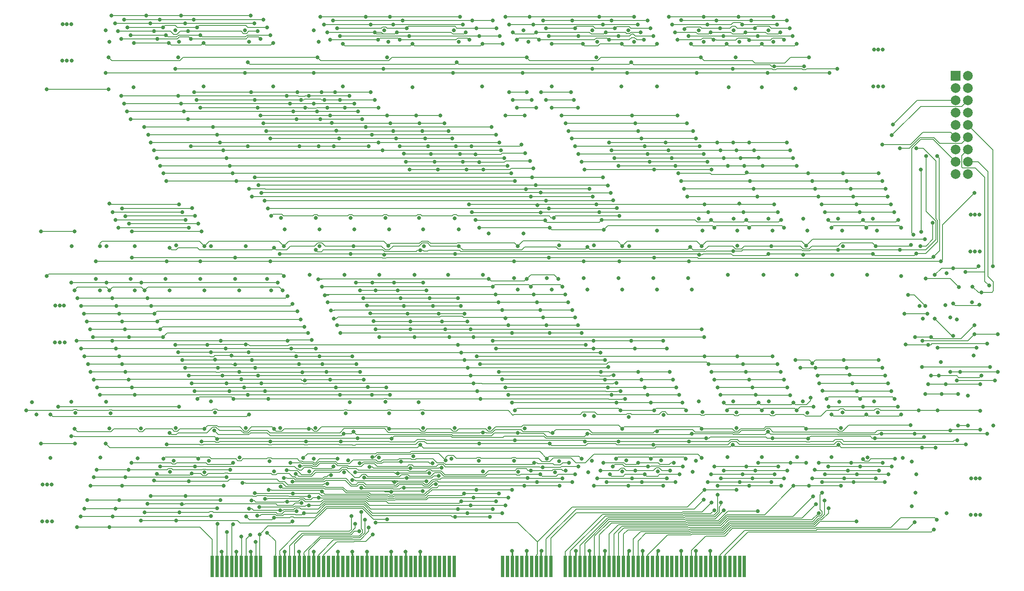
<source format=gbl>
G04 #@! TF.GenerationSoftware,KiCad,Pcbnew,(5.0.0-rc2-35-gda6600525)*
G04 #@! TF.CreationDate,2018-07-08T09:44:57-07:00*
G04 #@! TF.ProjectId,shifter,736869667465722E6B696361645F7063,rev?*
G04 #@! TF.SameCoordinates,Original*
G04 #@! TF.FileFunction,Copper,L4,Bot,Signal*
G04 #@! TF.FilePolarity,Positive*
%FSLAX46Y46*%
G04 Gerber Fmt 4.6, Leading zero omitted, Abs format (unit mm)*
G04 Created by KiCad (PCBNEW (5.0.0-rc2-35-gda6600525)) date 07/08/18 09:44:57*
%MOMM*%
%LPD*%
G01*
G04 APERTURE LIST*
G04 #@! TA.AperFunction,ConnectorPad*
%ADD10R,0.700000X4.400000*%
G04 #@! TD*
G04 #@! TA.AperFunction,ComponentPad*
%ADD11C,2.000000*%
G04 #@! TD*
G04 #@! TA.AperFunction,ComponentPad*
%ADD12R,2.000000X2.000000*%
G04 #@! TD*
G04 #@! TA.AperFunction,ViaPad*
%ADD13C,0.800000*%
G04 #@! TD*
G04 #@! TA.AperFunction,Conductor*
%ADD14C,0.300000*%
G04 #@! TD*
G04 #@! TA.AperFunction,Conductor*
%ADD15C,0.177800*%
G04 #@! TD*
G04 APERTURE END LIST*
D10*
G04 #@! TO.P,P1,99*
G04 #@! TO.N,/rs1[31]*
X106040000Y-163010000D03*
G04 #@! TO.P,P1,100*
G04 #@! TO.N,/rs1[30]*
X107040000Y-163010000D03*
G04 #@! TO.P,P1,101*
G04 #@! TO.N,GND*
X108040000Y-163010000D03*
G04 #@! TO.P,P1,102*
G04 #@! TO.N,/rs1[29]*
X109040000Y-163010000D03*
G04 #@! TO.P,P1,103*
G04 #@! TO.N,/rs1[28]*
X110040000Y-163010000D03*
G04 #@! TO.P,P1,104*
G04 #@! TO.N,VCC*
X111040000Y-163010000D03*
G04 #@! TO.P,P1,105*
G04 #@! TO.N,/rs1[27]*
X112040000Y-163010000D03*
G04 #@! TO.P,P1,106*
G04 #@! TO.N,/rs1[26]*
X113040000Y-163010000D03*
G04 #@! TO.P,P1,107*
G04 #@! TO.N,GND*
X114040000Y-163010000D03*
G04 #@! TO.P,P1,108*
G04 #@! TO.N,/rs1[25]*
X115040000Y-163010000D03*
G04 #@! TO.P,P1,109*
G04 #@! TO.N,/rs1[24]*
X116040000Y-163010000D03*
G04 #@! TO.P,P1,110*
G04 #@! TO.N,/rs1[23]*
X119040000Y-163010000D03*
G04 #@! TO.P,P1,111*
G04 #@! TO.N,/rs1[22]*
X120040000Y-163010000D03*
G04 #@! TO.P,P1,112*
G04 #@! TO.N,GND*
X121040000Y-163010000D03*
G04 #@! TO.P,P1,113*
G04 #@! TO.N,/rs1[21]*
X122040000Y-163010000D03*
G04 #@! TO.P,P1,114*
G04 #@! TO.N,/rs1[20]*
X123040000Y-163010000D03*
G04 #@! TO.P,P1,115*
G04 #@! TO.N,VCC*
X124040000Y-163010000D03*
G04 #@! TO.P,P1,116*
G04 #@! TO.N,/rs1[19]*
X125040000Y-163010000D03*
G04 #@! TO.P,P1,117*
G04 #@! TO.N,/rs1[18]*
X126040000Y-163010000D03*
G04 #@! TO.P,P1,118*
G04 #@! TO.N,GND*
X127040000Y-163010000D03*
G04 #@! TO.P,P1,119*
G04 #@! TO.N,/rs1[17]*
X128040000Y-163010000D03*
G04 #@! TO.P,P1,120*
G04 #@! TO.N,/rs1[16]*
X129040000Y-163010000D03*
G04 #@! TO.P,P1,121*
G04 #@! TO.N,Net-(P1-Pad121)*
X130040000Y-163010000D03*
G04 #@! TO.P,P1,122*
G04 #@! TO.N,Net-(P1-Pad122)*
X131040000Y-163010000D03*
G04 #@! TO.P,P1,123*
G04 #@! TO.N,GND*
X132040000Y-163010000D03*
G04 #@! TO.P,P1,124*
G04 #@! TO.N,Net-(P1-Pad124)*
X133040000Y-163010000D03*
G04 #@! TO.P,P1,125*
G04 #@! TO.N,Net-(P1-Pad125)*
X134040000Y-163010000D03*
G04 #@! TO.P,P1,126*
G04 #@! TO.N,VCC*
X135040000Y-163010000D03*
G04 #@! TO.P,P1,127*
G04 #@! TO.N,Net-(P1-Pad127)*
X136040000Y-163010000D03*
G04 #@! TO.P,P1,128*
G04 #@! TO.N,Net-(P1-Pad128)*
X137040000Y-163010000D03*
G04 #@! TO.P,P1,129*
G04 #@! TO.N,GND*
X138040000Y-163010000D03*
G04 #@! TO.P,P1,130*
G04 #@! TO.N,Net-(P1-Pad130)*
X139040000Y-163010000D03*
G04 #@! TO.P,P1,131*
G04 #@! TO.N,Net-(P1-Pad131)*
X140040000Y-163010000D03*
G04 #@! TO.P,P1,132*
G04 #@! TO.N,Net-(P1-Pad132)*
X141040000Y-163010000D03*
G04 #@! TO.P,P1,133*
G04 #@! TO.N,Net-(P1-Pad133)*
X142040000Y-163010000D03*
G04 #@! TO.P,P1,134*
G04 #@! TO.N,GND*
X143040000Y-163010000D03*
G04 #@! TO.P,P1,135*
G04 #@! TO.N,Net-(P1-Pad135)*
X144040000Y-163010000D03*
G04 #@! TO.P,P1,136*
G04 #@! TO.N,Net-(P1-Pad136)*
X145040000Y-163010000D03*
G04 #@! TO.P,P1,137*
G04 #@! TO.N,VCC*
X146040000Y-163010000D03*
G04 #@! TO.P,P1,138*
G04 #@! TO.N,Net-(P1-Pad138)*
X147040000Y-163010000D03*
G04 #@! TO.P,P1,139*
G04 #@! TO.N,Net-(P1-Pad139)*
X148040000Y-163010000D03*
G04 #@! TO.P,P1,140*
G04 #@! TO.N,GND*
X149040000Y-163010000D03*
G04 #@! TO.P,P1,141*
G04 #@! TO.N,Net-(P1-Pad141)*
X150040000Y-163010000D03*
G04 #@! TO.P,P1,142*
G04 #@! TO.N,Net-(P1-Pad142)*
X151040000Y-163010000D03*
G04 #@! TO.P,P1,143*
G04 #@! TO.N,Net-(P1-Pad143)*
X152040000Y-163010000D03*
G04 #@! TO.P,P1,144*
G04 #@! TO.N,Net-(P1-Pad144)*
X153040000Y-163010000D03*
G04 #@! TO.P,P1,145*
G04 #@! TO.N,Net-(P1-Pad145)*
X154040000Y-163010000D03*
G04 #@! TO.P,P1,146*
G04 #@! TO.N,Net-(P1-Pad146)*
X155040000Y-163010000D03*
G04 #@! TO.P,P1,147*
G04 #@! TO.N,Net-(P1-Pad147)*
X156040000Y-163010000D03*
G04 #@! TO.P,P1,148*
G04 #@! TO.N,Net-(P1-Pad148)*
X166040000Y-163010000D03*
G04 #@! TO.P,P1,159*
G04 #@! TO.N,/rs1[12]*
X179040000Y-163010000D03*
G04 #@! TO.P,P1,149*
G04 #@! TO.N,Net-(P1-Pad149)*
X167040000Y-163010000D03*
G04 #@! TO.P,P1,150*
G04 #@! TO.N,GND*
X168040000Y-163010000D03*
G04 #@! TO.P,P1,151*
G04 #@! TO.N,Net-(P1-Pad151)*
X169040000Y-163010000D03*
G04 #@! TO.P,P1,152*
G04 #@! TO.N,Net-(P1-Pad152)*
X170040000Y-163010000D03*
G04 #@! TO.P,P1,153*
G04 #@! TO.N,VCC*
X171040000Y-163010000D03*
G04 #@! TO.P,P1,154*
G04 #@! TO.N,Net-(P1-Pad154)*
X172040000Y-163010000D03*
G04 #@! TO.P,P1,155*
G04 #@! TO.N,/rs1[15]*
X173040000Y-163010000D03*
G04 #@! TO.P,P1,156*
G04 #@! TO.N,GND*
X174040000Y-163010000D03*
G04 #@! TO.P,P1,157*
G04 #@! TO.N,/rs1[14]*
X175040000Y-163010000D03*
G04 #@! TO.P,P1,158*
G04 #@! TO.N,/rs1[13]*
X176040000Y-163010000D03*
G04 #@! TO.P,P1,160*
G04 #@! TO.N,/rs1[11]*
X180040000Y-163010000D03*
G04 #@! TO.P,P1,161*
G04 #@! TO.N,GND*
X181040000Y-163010000D03*
G04 #@! TO.P,P1,162*
G04 #@! TO.N,/rs1[10]*
X182040000Y-163010000D03*
G04 #@! TO.P,P1,163*
G04 #@! TO.N,/rs1[9]*
X183040000Y-163010000D03*
G04 #@! TO.P,P1,164*
G04 #@! TO.N,VCC*
X184040000Y-163010000D03*
G04 #@! TO.P,P1,165*
G04 #@! TO.N,/rs1[8]*
X185040000Y-163010000D03*
G04 #@! TO.P,P1,166*
G04 #@! TO.N,/rs1[7]*
X186040000Y-163010000D03*
G04 #@! TO.P,P1,167*
G04 #@! TO.N,GND*
X187040000Y-163010000D03*
G04 #@! TO.P,P1,168*
G04 #@! TO.N,/rs1[6]*
X188040000Y-163010000D03*
G04 #@! TO.P,P1,169*
G04 #@! TO.N,/rs1[5]*
X189040000Y-163010000D03*
G04 #@! TO.P,P1,170*
G04 #@! TO.N,/rs1[4]*
X190040000Y-163010000D03*
G04 #@! TO.P,P1,171*
G04 #@! TO.N,/rs1[3]*
X191040000Y-163010000D03*
G04 #@! TO.P,P1,172*
G04 #@! TO.N,GND*
X192040000Y-163010000D03*
G04 #@! TO.P,P1,173*
G04 #@! TO.N,/rs1[2]*
X193040000Y-163010000D03*
G04 #@! TO.P,P1,174*
G04 #@! TO.N,/rs1[1]*
X194040000Y-163010000D03*
G04 #@! TO.P,P1,175*
G04 #@! TO.N,VCC*
X195040000Y-163010000D03*
G04 #@! TO.P,P1,176*
G04 #@! TO.N,/rs1[0]*
X196040000Y-163010000D03*
G04 #@! TO.P,P1,177*
G04 #@! TO.N,Net-(P1-Pad177)*
X197040000Y-163010000D03*
G04 #@! TO.P,P1,178*
G04 #@! TO.N,GND*
X198040000Y-163010000D03*
G04 #@! TO.P,P1,179*
G04 #@! TO.N,Net-(P1-Pad179)*
X199040000Y-163010000D03*
G04 #@! TO.P,P1,180*
G04 #@! TO.N,Net-(P1-Pad180)*
X200040000Y-163010000D03*
G04 #@! TO.P,P1,181*
G04 #@! TO.N,Net-(P1-Pad181)*
X201040000Y-163010000D03*
G04 #@! TO.P,P1,182*
G04 #@! TO.N,Net-(P1-Pad182)*
X202040000Y-163010000D03*
G04 #@! TO.P,P1,183*
G04 #@! TO.N,GND*
X203040000Y-163010000D03*
G04 #@! TO.P,P1,184*
G04 #@! TO.N,Net-(P1-Pad184)*
X204040000Y-163010000D03*
G04 #@! TO.P,P1,185*
G04 #@! TO.N,/~shift_oe'*
X205040000Y-163010000D03*
G04 #@! TO.P,P1,186*
G04 #@! TO.N,VCC*
X206040000Y-163010000D03*
G04 #@! TO.P,P1,187*
G04 #@! TO.N,Net-(P1-Pad187)*
X207040000Y-163010000D03*
G04 #@! TO.P,P1,188*
G04 #@! TO.N,Net-(P1-Pad188)*
X208040000Y-163010000D03*
G04 #@! TO.P,P1,189*
G04 #@! TO.N,GND*
X209040000Y-163010000D03*
G04 #@! TO.P,P1,190*
G04 #@! TO.N,Net-(P1-Pad190)*
X210040000Y-163010000D03*
G04 #@! TO.P,P1,191*
G04 #@! TO.N,/~shift_left'*
X211040000Y-163010000D03*
G04 #@! TO.P,P1,192*
G04 #@! TO.N,/shift_arith'*
X212040000Y-163010000D03*
G04 #@! TO.P,P1,193*
G04 #@! TO.N,Net-(P1-Pad193)*
X213040000Y-163010000D03*
G04 #@! TO.P,P1,194*
G04 #@! TO.N,Net-(P1-Pad194)*
X214040000Y-163010000D03*
G04 #@! TO.P,P1,195*
G04 #@! TO.N,Net-(P1-Pad195)*
X215040000Y-163010000D03*
G04 #@! TO.P,P1,196*
G04 #@! TO.N,Net-(P1-Pad196)*
X216040000Y-163010000D03*
G04 #@! TD*
D11*
G04 #@! TO.P,J1,18*
G04 #@! TO.N,VCC*
X262240000Y-81920000D03*
G04 #@! TO.P,J1,16*
G04 #@! TO.N,/~noshift_16_oe*
X262240000Y-79380000D03*
G04 #@! TO.P,J1,14*
G04 #@! TO.N,/~shift_16_oe*
X262240000Y-76840000D03*
G04 #@! TO.P,J1,12*
G04 #@! TO.N,/~shift_right*
X262240000Y-74300000D03*
G04 #@! TO.P,J1,10*
G04 #@! TO.N,/~shift16*
X262240000Y-71760000D03*
G04 #@! TO.P,J1,8*
G04 #@! TO.N,/~shift8*
X262240000Y-69220000D03*
G04 #@! TO.P,J1,6*
G04 #@! TO.N,/~shift4*
X262240000Y-66680000D03*
G04 #@! TO.P,J1,4*
G04 #@! TO.N,/~shift2*
X262240000Y-64140000D03*
G04 #@! TO.P,J1,2*
G04 #@! TO.N,/~shift1*
X262240000Y-61600000D03*
G04 #@! TO.P,J1,17*
G04 #@! TO.N,GND*
X259700000Y-81920000D03*
G04 #@! TO.P,J1,15*
G04 #@! TO.N,/shift_arith*
X259700000Y-79380000D03*
G04 #@! TO.P,J1,13*
G04 #@! TO.N,/~shift_oe*
X259700000Y-76840000D03*
G04 #@! TO.P,J1,11*
G04 #@! TO.N,/~shift_left*
X259700000Y-74300000D03*
G04 #@! TO.P,J1,9*
G04 #@! TO.N,/shift16*
X259700000Y-71760000D03*
G04 #@! TO.P,J1,7*
G04 #@! TO.N,/shift8*
X259700000Y-69220000D03*
G04 #@! TO.P,J1,5*
G04 #@! TO.N,/shift4*
X259700000Y-66680000D03*
G04 #@! TO.P,J1,3*
G04 #@! TO.N,/shift2*
X259700000Y-64140000D03*
D12*
G04 #@! TO.P,J1,1*
G04 #@! TO.N,/shift1*
X259700000Y-61600000D03*
G04 #@! TD*
D13*
G04 #@! TO.N,VCC*
X222000000Y-54600000D03*
X215000000Y-54600000D03*
X207600000Y-54600000D03*
X193200000Y-54600000D03*
X185600000Y-54600000D03*
X171400000Y-54600000D03*
X157000000Y-54600000D03*
X142400000Y-54600000D03*
X128000000Y-54600000D03*
X113600000Y-54600000D03*
X99200000Y-54600000D03*
X258600000Y-111600000D03*
X243400000Y-93600000D03*
X236200000Y-93600000D03*
X229000000Y-93600000D03*
X221800000Y-93600000D03*
X214600000Y-93600000D03*
X207400000Y-93600000D03*
X204400000Y-103400000D03*
X197200000Y-103400000D03*
X190000000Y-103400000D03*
X182800000Y-103400000D03*
X175200000Y-103400000D03*
X168400000Y-103400000D03*
X157000000Y-93400000D03*
X149600000Y-93400000D03*
X142600000Y-93400000D03*
X135400000Y-93400000D03*
X128200000Y-93400000D03*
X121000000Y-93400000D03*
X117400000Y-103600000D03*
X110800000Y-103600000D03*
X103600000Y-103600000D03*
X96400000Y-103600000D03*
X89200000Y-103600000D03*
X82000000Y-103600000D03*
X206000000Y-159800000D03*
X195000000Y-159800000D03*
X184000000Y-159800000D03*
X146000000Y-160000000D03*
X135000000Y-160000000D03*
X124000000Y-160000000D03*
X111000000Y-160000000D03*
X171022321Y-159799334D03*
X251600000Y-144000000D03*
X84800000Y-54600000D03*
X69700000Y-131600000D03*
X77700000Y-131300000D03*
X85000000Y-131400000D03*
X98100000Y-141200000D03*
X105300000Y-141200000D03*
X106600000Y-131200000D03*
X117900000Y-141300000D03*
X127016170Y-140801967D03*
X134100000Y-141100000D03*
X133600000Y-131400000D03*
X142600000Y-131400000D03*
X149500000Y-131400000D03*
X161100000Y-141200000D03*
X168400000Y-141200000D03*
X177700000Y-141300000D03*
X184500000Y-141200000D03*
X191600000Y-141100000D03*
X198800000Y-141100000D03*
X206000000Y-141200000D03*
X207400000Y-131100000D03*
X214400000Y-131200000D03*
X221800000Y-131200000D03*
X229000000Y-131300000D03*
X236300000Y-131200000D03*
X243600000Y-131200000D03*
X76000000Y-58500000D03*
X77000000Y-58500000D03*
X75000000Y-58500000D03*
X242700000Y-63800000D03*
X244700000Y-63800000D03*
X243700000Y-63800000D03*
X262700000Y-97900000D03*
X263700000Y-97900000D03*
X264700000Y-97900000D03*
X75500000Y-116700000D03*
X73500000Y-116700000D03*
X74500000Y-116700000D03*
X72900000Y-153700000D03*
X70900000Y-153700000D03*
X71900000Y-153700000D03*
X264800000Y-152400000D03*
X263800000Y-152400000D03*
X262800000Y-152400000D03*
X252946224Y-111838679D03*
X267500000Y-133900000D03*
X262200000Y-127700000D03*
X263100000Y-108400000D03*
X257800000Y-102400000D03*
G04 #@! TO.N,GND*
X209000000Y-159800000D03*
X89800000Y-64000000D03*
X104200000Y-63800000D03*
X118600000Y-63800000D03*
X133000000Y-63800000D03*
X147400000Y-64000000D03*
X161800000Y-63800000D03*
X176200000Y-63800000D03*
X190600000Y-63800000D03*
X198000000Y-63800000D03*
X212800000Y-64000000D03*
X219600000Y-64000000D03*
X226600000Y-64200000D03*
X221000000Y-52200000D03*
X213800000Y-52200000D03*
X214200000Y-57800000D03*
X206600000Y-52200000D03*
X192000000Y-52200000D03*
X184600000Y-52200000D03*
X185400000Y-57800000D03*
X170400000Y-52200000D03*
X156000000Y-52200000D03*
X141600000Y-52200000D03*
X142200000Y-57800000D03*
X127000000Y-52200000D03*
X112800000Y-52200000D03*
X99000000Y-57800000D03*
X98400000Y-52200000D03*
X257600000Y-109000000D03*
X263400000Y-119400000D03*
X256600000Y-120800000D03*
X252200000Y-109200000D03*
X242600000Y-91200000D03*
X235400000Y-91200000D03*
X236399902Y-96802256D03*
X228200000Y-91200000D03*
X221000000Y-91200000D03*
X213800000Y-91200000D03*
X214527724Y-96720461D03*
X206600000Y-91200000D03*
X198000000Y-93600000D03*
X205200000Y-105800000D03*
X198000000Y-105800000D03*
X190800000Y-105800000D03*
X183600000Y-105800000D03*
X176200000Y-105800000D03*
X169200000Y-105800000D03*
X162000000Y-102800000D03*
X154800000Y-102800000D03*
X156125656Y-91074344D03*
X148800000Y-91000000D03*
X149800000Y-96800000D03*
X141800000Y-91000000D03*
X134600000Y-91000000D03*
X127400000Y-91000000D03*
X128200000Y-96800000D03*
X120200000Y-91000000D03*
X118200000Y-106000000D03*
X111600000Y-106000000D03*
X104400000Y-106000000D03*
X97200000Y-106000000D03*
X90000000Y-106000000D03*
X82800000Y-106000000D03*
X77000000Y-96800000D03*
X84200000Y-96800000D03*
X90000000Y-96800000D03*
X98566433Y-96633567D03*
X105800000Y-96800000D03*
X113000000Y-96800000D03*
X126200000Y-102800000D03*
X133400000Y-102800000D03*
X140600000Y-102800000D03*
X147800000Y-102800000D03*
X163200000Y-94200000D03*
X170400000Y-94200000D03*
X212600000Y-102800000D03*
X220017187Y-102772876D03*
X226800000Y-102800000D03*
X234200000Y-102800000D03*
X241400000Y-102800000D03*
X248400000Y-103000000D03*
X192200000Y-96800000D03*
X184966433Y-96633567D03*
X177766433Y-96633567D03*
X203000000Y-159800000D03*
X198200000Y-159800000D03*
X192200000Y-159800000D03*
X187200000Y-159800000D03*
X181200000Y-159800000D03*
X168000000Y-159800000D03*
X149000000Y-160000000D03*
X143000000Y-160000000D03*
X138000000Y-160000000D03*
X132000000Y-160000000D03*
X127000000Y-160000000D03*
X121000000Y-160000000D03*
X114000000Y-160000000D03*
X108000000Y-160000000D03*
X174066710Y-159800000D03*
X250600000Y-141400000D03*
X248800000Y-140600000D03*
X251400000Y-147800000D03*
X250600000Y-150600000D03*
X257800000Y-152000000D03*
X84000000Y-52200000D03*
X68800000Y-129100000D03*
X72600000Y-140600000D03*
X76900000Y-129000000D03*
X82900000Y-140500000D03*
X84100000Y-129000000D03*
X84800000Y-134500000D03*
X90600000Y-140700000D03*
X91300000Y-134500000D03*
X98500000Y-134400000D03*
X97300000Y-143500000D03*
X104400000Y-143600000D03*
X111700000Y-140500000D03*
X112966433Y-134433567D03*
X105800000Y-128900000D03*
X118800000Y-143400000D03*
X126100000Y-143400000D03*
X133300000Y-143600000D03*
X134500000Y-129100000D03*
X141800000Y-129000000D03*
X148700000Y-129100000D03*
X149600001Y-134416446D03*
X156166433Y-134433567D03*
X120100000Y-134400000D03*
X127366433Y-134433567D03*
X140500000Y-140500000D03*
X147608257Y-140307286D03*
X155500000Y-140800000D03*
X163366433Y-134433567D03*
X162000000Y-143400000D03*
X170600000Y-134500000D03*
X169300000Y-143500000D03*
X176900000Y-143600000D03*
X183700000Y-143600000D03*
X190800000Y-143400000D03*
X198100000Y-143400000D03*
X205300000Y-143500000D03*
X212500000Y-140400000D03*
X199300000Y-131700000D03*
X192100000Y-132100000D03*
X184900000Y-132000000D03*
X183000000Y-131800000D03*
X206600000Y-128900000D03*
X213700000Y-128900000D03*
X214399999Y-134416445D03*
X219600000Y-140400000D03*
X226900000Y-140400000D03*
X221100000Y-128900000D03*
X228100000Y-128900000D03*
X235600000Y-129000000D03*
X236000000Y-134416445D03*
X234000000Y-140400000D03*
X241500000Y-140500000D03*
X242800000Y-128900000D03*
X76000000Y-50900000D03*
X76900000Y-50900000D03*
X75100000Y-50900000D03*
X243700000Y-56200000D03*
X242800000Y-56200000D03*
X244600000Y-56200000D03*
X263700000Y-90300000D03*
X264600000Y-90300000D03*
X262800000Y-90300000D03*
X75400000Y-109100000D03*
X74500000Y-109100000D03*
X73600000Y-109100000D03*
X71000000Y-146100000D03*
X71900000Y-146100000D03*
X72800000Y-146100000D03*
X262900000Y-144800000D03*
X264700000Y-144800000D03*
X263800000Y-144800000D03*
X259900000Y-112000000D03*
G04 #@! TO.N,/rd[31]*
X122600000Y-153700000D03*
X98600000Y-153600000D03*
X91300000Y-153600000D03*
G04 #@! TO.N,/rd[30]*
X123500000Y-151600000D03*
X99216710Y-151900000D03*
X92016710Y-151900000D03*
G04 #@! TO.N,/rd[29]*
X124500000Y-149900000D03*
X92666710Y-150100000D03*
X99745860Y-150171143D03*
G04 #@! TO.N,/rd[28]*
X126100000Y-148600000D03*
X100516710Y-148500000D03*
X93316710Y-148500000D03*
G04 #@! TO.N,/rd[27]*
X129778248Y-145900008D03*
X101200000Y-145400000D03*
X93966710Y-145300000D03*
G04 #@! TO.N,/rd[26]*
X130600037Y-144199935D03*
X101816710Y-143800000D03*
X94616710Y-143900000D03*
G04 #@! TO.N,/rd[25]*
X131100000Y-142400000D03*
X95266710Y-142400000D03*
X102433290Y-142400000D03*
G04 #@! TO.N,/rd[24]*
X131916710Y-140800000D03*
X103116710Y-140800000D03*
X95916710Y-140800000D03*
G04 #@! TO.N,/rs1[31]*
X84800000Y-154900000D03*
X78100000Y-154900000D03*
G04 #@! TO.N,/rs1[30]*
X105800000Y-152600000D03*
X78800000Y-152700000D03*
X85466710Y-152700000D03*
X107100000Y-154200000D03*
G04 #@! TO.N,/rs1[29]*
X107066710Y-151000000D03*
X86066710Y-151100000D03*
X79600000Y-151100000D03*
X109100000Y-155900000D03*
G04 #@! TO.N,/rs1[28]*
X107716710Y-149300000D03*
X86766710Y-149300000D03*
X80216710Y-149300000D03*
X110300000Y-154300000D03*
G04 #@! TO.N,/rs1[27]*
X87400000Y-146400000D03*
X108366710Y-146400000D03*
X80900000Y-146400000D03*
X112000000Y-156900000D03*
G04 #@! TO.N,/rs1[26]*
X88100000Y-144600000D03*
X109016710Y-144600000D03*
X81516710Y-144600000D03*
X113880711Y-156544631D03*
G04 #@! TO.N,/rs1[25]*
X109700000Y-143100000D03*
X88716710Y-143100000D03*
X82166710Y-143100000D03*
X115000000Y-158000000D03*
G04 #@! TO.N,/rs1[24]*
X115800000Y-156400000D03*
X142200000Y-153300000D03*
X110316710Y-141600000D03*
X89366710Y-141600000D03*
G04 #@! TO.N,/rd[23]*
X163400000Y-152800000D03*
X156200000Y-152800000D03*
X118802908Y-152948688D03*
X113071436Y-152728564D03*
G04 #@! TO.N,/rd[22]*
X164016710Y-151200000D03*
X156816710Y-151200000D03*
X120075142Y-151422321D03*
X113655160Y-151133290D03*
G04 #@! TO.N,/rd[21]*
X164666710Y-149600000D03*
X157466710Y-149588584D03*
X114153669Y-149433290D03*
X121477679Y-149694342D03*
G04 #@! TO.N,/rd[20]*
X165316710Y-148000000D03*
X158066710Y-148000000D03*
X122654318Y-147933290D03*
X114820379Y-147854008D03*
G04 #@! TO.N,/rd[19]*
X166000000Y-152000000D03*
X158800000Y-152000000D03*
X125000000Y-152000000D03*
X115336525Y-152566710D03*
G04 #@! TO.N,/rd[18]*
X166616710Y-150400000D03*
X159416710Y-150400000D03*
X126000000Y-150400000D03*
X115721741Y-150777679D03*
G04 #@! TO.N,/rd[17]*
X167266710Y-148800000D03*
X160066710Y-148788584D03*
X128000000Y-148800000D03*
X116911542Y-149077679D03*
G04 #@! TO.N,/rd[16]*
X168000000Y-147200000D03*
X160666710Y-147200000D03*
X117666710Y-147188584D03*
X128747311Y-147577932D03*
G04 #@! TO.N,/rs1[23]*
X143000000Y-147600000D03*
X149567313Y-147458231D03*
X117400000Y-156100000D03*
X112300000Y-145800000D03*
G04 #@! TO.N,/rs1[22]*
X143728414Y-145565151D03*
X150264910Y-145418782D03*
X134933290Y-145145967D03*
X134800000Y-152600000D03*
G04 #@! TO.N,/rs1[21]*
X144400000Y-143800000D03*
X150890559Y-143748832D03*
X135533290Y-143573145D03*
X135600000Y-154200000D03*
G04 #@! TO.N,/rs1[20]*
X136466710Y-141685762D03*
X151565043Y-141668980D03*
X145066710Y-141400000D03*
X136400000Y-155800000D03*
G04 #@! TO.N,/rs1[19]*
X152223012Y-146057711D03*
X145600000Y-146777932D03*
X136866710Y-146748491D03*
X136861911Y-151804783D03*
G04 #@! TO.N,/rs1[18]*
X152872668Y-144345770D03*
X146200000Y-144733290D03*
X137600000Y-153400000D03*
X137404920Y-144698622D03*
G04 #@! TO.N,/rs1[17]*
X153421851Y-142658733D03*
X147003138Y-142715866D03*
X138533290Y-142444342D03*
X138400000Y-155000000D03*
G04 #@! TO.N,/rs1[16]*
X154275038Y-141092723D03*
X207200000Y-140600000D03*
X139200000Y-156400000D03*
X139083290Y-140399709D03*
G04 #@! TO.N,/rd[15]*
X177800000Y-146400000D03*
X170533290Y-146400000D03*
X120188622Y-146522321D03*
G04 #@! TO.N,/rd[7]*
X199200000Y-146400000D03*
X192000000Y-146400000D03*
X184950000Y-146400000D03*
G04 #@! TO.N,/rs1[12]*
X223000000Y-142400000D03*
X216400000Y-142400000D03*
X209816710Y-142400000D03*
X209800000Y-151400000D03*
G04 #@! TO.N,/rd[14]*
X178416710Y-144800000D03*
X171200000Y-144788584D03*
X120863753Y-144733290D03*
G04 #@! TO.N,/rd[13]*
X179066710Y-143200000D03*
X171866710Y-143200000D03*
X121466710Y-143133290D03*
G04 #@! TO.N,/rd[12]*
X179800000Y-141600000D03*
X172600000Y-141600000D03*
X122200000Y-141600000D03*
G04 #@! TO.N,/rd[11]*
X180400000Y-145600000D03*
X173150000Y-145600000D03*
X122612696Y-145533045D03*
G04 #@! TO.N,/rd[10]*
X181016710Y-144000000D03*
X173816710Y-144000000D03*
X123330807Y-143892990D03*
G04 #@! TO.N,/rd[9]*
X181666710Y-142400000D03*
X174368492Y-142558709D03*
X124136538Y-142296240D03*
G04 #@! TO.N,/rd[8]*
X182400000Y-140800000D03*
X175188584Y-140733290D03*
X124816494Y-140642035D03*
G04 #@! TO.N,/rd[6]*
X192800000Y-144800000D03*
X185600000Y-144800000D03*
X200016710Y-144800000D03*
G04 #@! TO.N,/rd[5]*
X186250000Y-143200000D03*
X200666710Y-143200000D03*
X193466710Y-143188584D03*
G04 #@! TO.N,/rd[4]*
X201400000Y-141600000D03*
X186900000Y-141600000D03*
X194066710Y-141588584D03*
G04 #@! TO.N,/rd[3]*
X201800000Y-145600000D03*
X194800000Y-145600000D03*
X187550000Y-145600000D03*
G04 #@! TO.N,/rd[2]*
X188200000Y-144000000D03*
X202616710Y-144000000D03*
X195466710Y-143988584D03*
G04 #@! TO.N,/rd[1]*
X188850000Y-142400000D03*
X203266710Y-142400000D03*
X196066710Y-142388584D03*
G04 #@! TO.N,/rd[0]*
X203916710Y-140800000D03*
X196666710Y-140800000D03*
X189516710Y-140798866D03*
G04 #@! TO.N,/rs1[15]*
X214400000Y-147200000D03*
X207800000Y-147200000D03*
X139800000Y-154000000D03*
G04 #@! TO.N,/rs1[14]*
X221600000Y-145600000D03*
X215066710Y-145600000D03*
X208466710Y-145588584D03*
X207600000Y-149200000D03*
G04 #@! TO.N,/rs1[13]*
X222266710Y-144000000D03*
X215666710Y-144000000D03*
X209133290Y-143999220D03*
X209200000Y-149800000D03*
G04 #@! TO.N,/rs1[11]*
X223600000Y-146400000D03*
X217000000Y-146400000D03*
X210466710Y-148200014D03*
X210466710Y-146389168D03*
G04 #@! TO.N,/rs1[10]*
X211200000Y-144800000D03*
X224216710Y-144800000D03*
X217666710Y-144800000D03*
X211200000Y-149800000D03*
G04 #@! TO.N,/rs1[9]*
X211800000Y-143200000D03*
X224866710Y-143200000D03*
X218266710Y-143188584D03*
X211800000Y-151400000D03*
G04 #@! TO.N,/rs1[8]*
X228800000Y-141600000D03*
X225600000Y-141600000D03*
X218866710Y-141600000D03*
X218800000Y-151600000D03*
G04 #@! TO.N,/rs1[7]*
X236000000Y-146400000D03*
X229400000Y-146400000D03*
X226200000Y-146400000D03*
G04 #@! TO.N,/rs1[6]*
X243200000Y-144800000D03*
X236666710Y-144800000D03*
X230066710Y-144800000D03*
X230200000Y-148600000D03*
G04 #@! TO.N,/rs1[5]*
X237400000Y-143200000D03*
X243866710Y-143200000D03*
X230533290Y-143083485D03*
X230800000Y-150200000D03*
G04 #@! TO.N,/rs1[4]*
X244600000Y-141600000D03*
X238066710Y-141588584D03*
X231416710Y-141600000D03*
X231400000Y-152000000D03*
G04 #@! TO.N,/rs1[3]*
X245000000Y-145600000D03*
X238600000Y-145600000D03*
X232066710Y-147800000D03*
X232066710Y-145600000D03*
G04 #@! TO.N,/rs1[2]*
X245816710Y-144000000D03*
X239266710Y-144000000D03*
X232700000Y-144000000D03*
X232600000Y-149400000D03*
G04 #@! TO.N,/rs1[1]*
X246466710Y-142400000D03*
X233366710Y-142400000D03*
X233400000Y-151000000D03*
X239933290Y-142400000D03*
G04 #@! TO.N,/rs1[0]*
X247116710Y-140800000D03*
X239200000Y-153733535D03*
X240526960Y-140840360D03*
G04 #@! TO.N,/~shift_oe'*
X255800000Y-153400000D03*
G04 #@! TO.N,/~shift_left'*
X251200000Y-153866710D03*
G04 #@! TO.N,/shift_arith'*
X255200000Y-155400000D03*
G04 #@! TO.N,/shift1*
X84000000Y-137600000D03*
X149011416Y-137866710D03*
X213611416Y-137866710D03*
X235483673Y-137866710D03*
X252716710Y-138466710D03*
X255577932Y-138466710D03*
X266800000Y-121800000D03*
X252750000Y-121800000D03*
X252400000Y-96800000D03*
X254972890Y-92027110D03*
G04 #@! TO.N,/~shift_left*
X133200000Y-135600000D03*
X135200000Y-135200000D03*
X169200000Y-135400000D03*
X183600000Y-135600000D03*
X205200000Y-135600000D03*
X244400000Y-135600000D03*
X253400000Y-109200000D03*
X97200000Y-97200000D03*
X118800000Y-97200000D03*
X135200000Y-96800000D03*
X157000000Y-96800000D03*
X183600000Y-97000000D03*
X204800000Y-97000000D03*
X221600000Y-96800000D03*
X243200000Y-96800000D03*
X113400000Y-58800000D03*
X156600000Y-58800000D03*
X192600000Y-58800000D03*
X266200000Y-135600000D03*
X222211416Y-59666710D03*
X228400000Y-59666710D03*
X244533290Y-75800000D03*
X249830929Y-106947363D03*
X250418970Y-96573034D03*
X251200000Y-135600000D03*
X106400004Y-134900000D03*
X220900000Y-135200000D03*
G04 #@! TO.N,/shift2*
X254000000Y-117200000D03*
X127400000Y-97600000D03*
X235400000Y-97600000D03*
X149000000Y-97666710D03*
X266222321Y-117000000D03*
X213678570Y-97815471D03*
X249322068Y-117139957D03*
X253567268Y-78189861D03*
X248199998Y-97600000D03*
G04 #@! TO.N,/shift_arith*
X67600000Y-130800000D03*
X256000000Y-130800000D03*
X252100000Y-130800000D03*
X251000000Y-94500000D03*
X264800000Y-130900000D03*
G04 #@! TO.N,/shift4*
X254600000Y-123600000D03*
X256200000Y-123600000D03*
X98400000Y-60200000D03*
X141400000Y-60200000D03*
X184600000Y-60200000D03*
X213600000Y-60200000D03*
X265000000Y-123600000D03*
X235200000Y-60200000D03*
X246700000Y-71700000D03*
G04 #@! TO.N,/~shift_oe*
X97200000Y-135400000D03*
X176400000Y-135400000D03*
X162011416Y-135333290D03*
X198000000Y-135133290D03*
X258600000Y-134933290D03*
X264800000Y-134800000D03*
X258600000Y-122800000D03*
X268400000Y-122800000D03*
X260600000Y-122799994D03*
G04 #@! TO.N,/shift8*
X254000000Y-125400000D03*
X257666710Y-125400000D03*
X89400000Y-99200000D03*
X110800000Y-99200000D03*
X175600000Y-99200000D03*
X197400000Y-99200000D03*
X264800000Y-125400000D03*
X255089030Y-98999114D03*
X255900004Y-78200000D03*
G04 #@! TO.N,/shift16*
X253400000Y-127400000D03*
X256800000Y-127400000D03*
X252600000Y-93900000D03*
X252500000Y-81000000D03*
X260233290Y-127400000D03*
X260200000Y-133900000D03*
X262200000Y-133900000D03*
G04 #@! TO.N,/~shift8*
X82000000Y-100000000D03*
X96600000Y-100000000D03*
X103600000Y-100000000D03*
X118000000Y-100000000D03*
X168400000Y-100000000D03*
X182800000Y-100000000D03*
X190200000Y-100000000D03*
X204600000Y-100000000D03*
X256600000Y-100000000D03*
X263600000Y-85800000D03*
G04 #@! TO.N,/~shift16*
X255400000Y-111800000D03*
X259188584Y-115333290D03*
X255400000Y-102800000D03*
X267433290Y-101000000D03*
X264424344Y-100975656D03*
X259200000Y-101375655D03*
G04 #@! TO.N,/~shift4*
X84000000Y-61000000D03*
X112800000Y-61000000D03*
X127000000Y-61000000D03*
X155800000Y-61000000D03*
X170200000Y-61000000D03*
X191800000Y-61000000D03*
X206200000Y-61000000D03*
X220800000Y-61000000D03*
X256000000Y-117800000D03*
X264000000Y-117800000D03*
X233600000Y-61000000D03*
X246500000Y-73900000D03*
X259200000Y-108700000D03*
X264622313Y-108900000D03*
G04 #@! TO.N,/~shift_right*
X77600000Y-134600000D03*
X104400000Y-134600000D03*
X118800000Y-134600000D03*
X126000000Y-134600000D03*
X190800000Y-134600000D03*
X142605100Y-134559320D03*
X207200000Y-134577679D03*
X228801644Y-134577679D03*
X82800000Y-96800000D03*
X104400000Y-96800000D03*
X120800000Y-96800000D03*
X169200000Y-96800000D03*
X190800000Y-96800000D03*
X207200000Y-96800000D03*
X142411416Y-96733290D03*
X228800000Y-96733290D03*
X84600000Y-57800000D03*
X127800000Y-57800000D03*
X171000000Y-57800000D03*
X207000000Y-57800000D03*
X229400000Y-57800000D03*
X248200000Y-76600000D03*
X249066457Y-110839645D03*
X253833290Y-110796153D03*
X260400000Y-105300000D03*
X253533291Y-103500000D03*
X250400004Y-133800000D03*
X253300003Y-95400003D03*
G04 #@! TO.N,/~shift2*
X120000000Y-98400000D03*
X134600000Y-98400000D03*
X156200000Y-98400000D03*
X221000000Y-98400000D03*
X242600000Y-98400000D03*
X254600000Y-115600000D03*
X141579670Y-98618310D03*
X206702668Y-98622321D03*
X228179670Y-98618310D03*
X263600000Y-113200000D03*
X251533290Y-98390263D03*
X251333290Y-115600000D03*
X251600000Y-76600000D03*
G04 #@! TO.N,/~shift_16_oe*
X103800000Y-137200000D03*
X118000000Y-137200000D03*
X125400000Y-137200000D03*
X132600000Y-137200000D03*
X168600000Y-137000000D03*
X190000000Y-137200000D03*
X204600000Y-137200000D03*
X183025815Y-137222321D03*
X260000000Y-136933290D03*
X266600000Y-105000000D03*
X267800000Y-124600000D03*
X259900000Y-124600000D03*
X261700000Y-102200000D03*
G04 #@! TO.N,/~shift1*
X136047989Y-136533290D03*
X208111926Y-136533290D03*
X221828579Y-136533290D03*
X243005259Y-136533290D03*
X107070378Y-136711835D03*
X143083341Y-136666710D03*
X229222082Y-136666345D03*
X253130490Y-136289791D03*
X263600000Y-115000000D03*
X252800000Y-116400000D03*
X268400000Y-115000000D03*
X76900000Y-136100004D03*
G04 #@! TO.N,/~noshift_16_oe*
X96600000Y-137800000D03*
X161211416Y-137666710D03*
X175800000Y-137666710D03*
X197200000Y-137866710D03*
X261800000Y-137800000D03*
X265000000Y-106400000D03*
X263200000Y-105200000D03*
G04 #@! TO.N,/msb*
X77616710Y-137600000D03*
X70600000Y-137600000D03*
X84600000Y-64400000D03*
X71800000Y-64400000D03*
X120800000Y-103000000D03*
X71800000Y-103000000D03*
G04 #@! TO.N,/msb'''*
X77600000Y-93800000D03*
X70600000Y-93800000D03*
G04 #@! TO.N,/msb''*
X113600000Y-131600000D03*
X72600000Y-131600000D03*
G04 #@! TO.N,/msb'*
X99200000Y-130000000D03*
X74200000Y-130000000D03*
G04 #@! TO.N,/s1[24]*
X132400000Y-127600000D03*
X139000000Y-127600000D03*
X142800000Y-127600000D03*
X113400000Y-127600000D03*
X90016710Y-127600000D03*
X82816710Y-127600000D03*
G04 #@! TO.N,/s1[25]*
X131600008Y-126000000D03*
X138177679Y-125998356D03*
X142000000Y-126000000D03*
X112600000Y-126000000D03*
X89400000Y-126000000D03*
X82200000Y-126000000D03*
G04 #@! TO.N,/s1[26]*
X130400000Y-124400000D03*
X137377679Y-124398356D03*
X125163478Y-124579394D03*
X112000376Y-124384327D03*
X88716710Y-124400000D03*
X81516710Y-124400000D03*
G04 #@! TO.N,/s1[27]*
X129600000Y-122800000D03*
X136600000Y-122800000D03*
X124666710Y-122886947D03*
X111644765Y-122800000D03*
X88066710Y-122800000D03*
X80866710Y-122800000D03*
G04 #@! TO.N,/s1[28]*
X128800000Y-121200000D03*
X135800000Y-121200000D03*
X123933290Y-121211416D03*
X110733543Y-121274878D03*
X87416710Y-121200000D03*
X80400000Y-121200000D03*
G04 #@! TO.N,/s1[29]*
X128200000Y-119600000D03*
X135000000Y-119600000D03*
X123333290Y-119605960D03*
X109982418Y-119466710D03*
X86800000Y-119600000D03*
X79600000Y-119600000D03*
G04 #@! TO.N,/s1[30]*
X127400000Y-118000000D03*
X122333280Y-118000000D03*
X108822321Y-117998357D03*
X86116710Y-118000000D03*
X78916710Y-118000000D03*
G04 #@! TO.N,/s1[31]*
X126600000Y-116200000D03*
X107800000Y-116400000D03*
X121600000Y-116400000D03*
X85400000Y-116400000D03*
X78000000Y-116400000D03*
G04 #@! TO.N,/s1[23]*
X149600000Y-104400000D03*
X143600000Y-104400000D03*
X139116710Y-104400000D03*
X135733387Y-104388584D03*
G04 #@! TO.N,/s1[22]*
X144400000Y-106000000D03*
X139800000Y-106000000D03*
X150266710Y-106000000D03*
X136600000Y-106000000D03*
G04 #@! TO.N,/s1[21]*
X156800000Y-107600000D03*
X151000000Y-107600000D03*
X145000000Y-107600000D03*
X137266710Y-107588584D03*
G04 #@! TO.N,/s1[20]*
X157400000Y-109200000D03*
X145600000Y-109200000D03*
X151666710Y-109200000D03*
X137999297Y-109078319D03*
G04 #@! TO.N,/s1[19]*
X152800000Y-110800000D03*
X158200000Y-110800000D03*
X146400000Y-110800000D03*
X138711596Y-110694276D03*
G04 #@! TO.N,/s1[18]*
X158800000Y-112400000D03*
X147000000Y-112400000D03*
X153533290Y-112411422D03*
X139400376Y-112283681D03*
G04 #@! TO.N,/s1[17]*
X159400000Y-114000000D03*
X207200000Y-114000000D03*
X154200000Y-114000000D03*
X147000000Y-114000000D03*
X139800000Y-114000000D03*
G04 #@! TO.N,/s1[16]*
X160000000Y-115600000D03*
X207733290Y-115600000D03*
X155000000Y-115600000D03*
X147800000Y-115600000D03*
X140600000Y-115600000D03*
G04 #@! TO.N,/s1[15]*
X207800000Y-119600000D03*
X160733290Y-119588584D03*
X221800000Y-119600000D03*
X214533290Y-119600000D03*
G04 #@! TO.N,/s1[14]*
X208600000Y-121200000D03*
X161400000Y-121200000D03*
X222866580Y-121200000D03*
X215766710Y-121200000D03*
G04 #@! TO.N,/s1[13]*
X209200000Y-122800000D03*
X223533290Y-122800000D03*
X216350000Y-122800000D03*
G04 #@! TO.N,/s1[12]*
X217016710Y-124400000D03*
X209816710Y-124400000D03*
X224200000Y-124400000D03*
G04 #@! TO.N,/s1[11]*
X224866710Y-126000000D03*
X210466710Y-126000000D03*
X217733290Y-126000000D03*
G04 #@! TO.N,/s1[10]*
X211116710Y-127600000D03*
X225483290Y-127611416D03*
X218333290Y-127600000D03*
G04 #@! TO.N,/s1[9]*
X211800000Y-129200000D03*
X226150000Y-129200000D03*
X218950000Y-129200000D03*
X229700000Y-128200000D03*
G04 #@! TO.N,/s1[8]*
X226816710Y-130800000D03*
X219616710Y-130800000D03*
X212416710Y-130800000D03*
X230300000Y-130000000D03*
G04 #@! TO.N,/s1[0]*
X248416710Y-131600000D03*
X241216710Y-131600000D03*
X234016710Y-131600000D03*
G04 #@! TO.N,/s1[1]*
X247750000Y-130000000D03*
X240533290Y-129988584D03*
X233411466Y-130000000D03*
G04 #@! TO.N,/s1[2]*
X247083290Y-128400000D03*
X239933290Y-128388584D03*
X233011467Y-128400000D03*
G04 #@! TO.N,/s1[3]*
X239266710Y-126800000D03*
X246416580Y-126800000D03*
X232141556Y-126700329D03*
G04 #@! TO.N,/s1[4]*
X245749870Y-125183298D03*
X238333290Y-125200000D03*
X231489154Y-125200000D03*
G04 #@! TO.N,/s1[5]*
X245133290Y-123600000D03*
X237733290Y-123450797D03*
X231133543Y-123600000D03*
G04 #@! TO.N,/s1[6]*
X244516710Y-122000000D03*
X237133290Y-121988584D03*
X227600000Y-122000000D03*
X230733290Y-122000000D03*
G04 #@! TO.N,/s1[7]*
X243800000Y-120400000D03*
X236533290Y-120400000D03*
X226600000Y-120400000D03*
X230084349Y-121024247D03*
G04 #@! TO.N,/s2[31]*
X134400000Y-65800000D03*
X99000000Y-65800000D03*
X87200000Y-65800000D03*
X126000000Y-65800000D03*
X121400000Y-65800000D03*
G04 #@! TO.N,/s2[30]*
X135400000Y-67400000D03*
X99600000Y-67400000D03*
X87800000Y-67400000D03*
X127000000Y-67400000D03*
X122116710Y-67400000D03*
G04 #@! TO.N,/s2[29]*
X136200000Y-69000000D03*
X100200000Y-69000000D03*
X88400000Y-69000000D03*
X127675325Y-69001773D03*
X122766710Y-69000000D03*
G04 #@! TO.N,/s2[28]*
X137000000Y-70600000D03*
X101000000Y-70600000D03*
X89200000Y-70600000D03*
X128400000Y-70600000D03*
X123416710Y-70600000D03*
G04 #@! TO.N,/s2[27]*
X113400000Y-76200000D03*
X101600000Y-76200000D03*
X131200000Y-76200000D03*
X138399935Y-76200037D03*
X128022321Y-76200000D03*
X124066710Y-76200000D03*
G04 #@! TO.N,/s2[26]*
X128600000Y-65000000D03*
X138800000Y-65000000D03*
X114066710Y-65000000D03*
X102266710Y-65000000D03*
X131400000Y-65000000D03*
X123600000Y-65000000D03*
G04 #@! TO.N,/s2[25]*
X129200000Y-66600000D03*
X139600000Y-66600000D03*
X114800000Y-66600000D03*
X102800000Y-66600000D03*
X132422323Y-66600000D03*
X124400000Y-66600000D03*
G04 #@! TO.N,/s2[24]*
X129800000Y-68200000D03*
X140400000Y-68200000D03*
X115400000Y-68200000D03*
X103600000Y-68200000D03*
X133422321Y-68200000D03*
X125200000Y-68200000D03*
G04 #@! TO.N,/s2[16]*
X162067078Y-81001644D03*
X158600000Y-81000000D03*
X146800000Y-81000000D03*
X152666710Y-81000000D03*
X172395593Y-80768254D03*
G04 #@! TO.N,/s2[17]*
X161222321Y-79504192D03*
X157800000Y-79400000D03*
X152000000Y-79400000D03*
X146083543Y-79398704D03*
X171716673Y-79196486D03*
G04 #@! TO.N,/s2[18]*
X160422321Y-77904192D03*
X157200000Y-77800000D03*
X151266710Y-77800000D03*
X145614444Y-77683318D03*
X170733290Y-77618130D03*
G04 #@! TO.N,/s2[19]*
X159572321Y-76200000D03*
X156400000Y-76200000D03*
X144800000Y-76200000D03*
X150666710Y-76200000D03*
X169933290Y-75832741D03*
G04 #@! TO.N,/s2[20]*
X155600000Y-74600000D03*
X150066710Y-74600000D03*
X144066710Y-74600000D03*
X118000000Y-74600000D03*
X132266710Y-74600000D03*
G04 #@! TO.N,/s2[21]*
X154866710Y-73000000D03*
X149466710Y-73000000D03*
X143466710Y-73000000D03*
X117200000Y-73000000D03*
X131666710Y-72959448D03*
G04 #@! TO.N,/s2[22]*
X154000000Y-71400000D03*
X148866710Y-71400000D03*
X142866710Y-71400000D03*
X116600000Y-71400000D03*
X130733290Y-71317732D03*
G04 #@! TO.N,/s2[23]*
X142200000Y-69800000D03*
X153200000Y-69800000D03*
X148200000Y-69800000D03*
X116000000Y-69800000D03*
X130377679Y-69800000D03*
G04 #@! TO.N,/s2[8]*
X216000000Y-80200000D03*
X226800000Y-80200000D03*
X190000000Y-80200000D03*
X219822321Y-80200000D03*
X212600000Y-80200000D03*
X201733290Y-80200000D03*
G04 #@! TO.N,/s2[9]*
X215200000Y-78600000D03*
X226066710Y-78611416D03*
X201000000Y-78600000D03*
X189200000Y-78600000D03*
X218933543Y-78574368D03*
X211800000Y-78600000D03*
G04 #@! TO.N,/s2[10]*
X214400000Y-77000000D03*
X225466710Y-77011416D03*
X188600000Y-77000000D03*
X218022321Y-77000000D03*
X211116710Y-77000000D03*
X200333290Y-77000000D03*
G04 #@! TO.N,/s2[11]*
X224800000Y-75400000D03*
X217000000Y-75400000D03*
X213733290Y-75411416D03*
X210400000Y-75400000D03*
X188016710Y-75400000D03*
X199733290Y-75400000D03*
G04 #@! TO.N,/s2[12]*
X224216710Y-93000000D03*
X217016710Y-93000000D03*
X209816710Y-93000000D03*
X161200000Y-93000000D03*
X175766710Y-93000000D03*
X186954821Y-93411949D03*
G04 #@! TO.N,/s2[13]*
X223600000Y-91400000D03*
X216400000Y-91400000D03*
X209166710Y-91400000D03*
X174822321Y-91533109D03*
X186533290Y-91405789D03*
X160483543Y-91400000D03*
G04 #@! TO.N,/s2[14]*
X215800000Y-89800000D03*
X222916710Y-89800000D03*
X208516710Y-89800000D03*
X186000000Y-89800000D03*
X173933290Y-89887687D03*
X159733290Y-89826406D03*
G04 #@! TO.N,/s2[15]*
X222200000Y-88200000D03*
X215000000Y-88000000D03*
X207800000Y-88200000D03*
X185400000Y-88200000D03*
X159133290Y-88204462D03*
X173222321Y-88332353D03*
G04 #@! TO.N,/s2[7]*
X243800000Y-81800000D03*
X236400000Y-81800000D03*
X229200000Y-81800000D03*
X216533290Y-81611848D03*
X202333290Y-81800000D03*
G04 #@! TO.N,/s2[6]*
X237200000Y-83400000D03*
X244516710Y-83400000D03*
X217173799Y-83369073D03*
X230016450Y-83400000D03*
X202933290Y-83400000D03*
G04 #@! TO.N,/s2[5]*
X238000000Y-85000000D03*
X245166710Y-85000000D03*
X217938081Y-85004791D03*
X230683160Y-85000000D03*
X203533290Y-85000000D03*
G04 #@! TO.N,/s2[4]*
X245666580Y-86549429D03*
X204200000Y-86600000D03*
X218666710Y-86600000D03*
X231349870Y-86600000D03*
X238533290Y-86617166D03*
G04 #@! TO.N,/s2[3]*
X246333290Y-88163595D03*
X232016580Y-88200000D03*
X239200000Y-88200000D03*
G04 #@! TO.N,/s2[2]*
X239866710Y-89811416D03*
X247000000Y-89800000D03*
X232683290Y-89800000D03*
G04 #@! TO.N,/s2[1]*
X247800000Y-91400000D03*
X233350000Y-91410832D03*
X240550000Y-91400000D03*
G04 #@! TO.N,/s2[0]*
X248416710Y-93000000D03*
X241216710Y-93000000D03*
X234016710Y-93000000D03*
G04 #@! TO.N,/s4[31]*
X99200000Y-88200000D03*
X84800000Y-88000000D03*
X85200000Y-49200000D03*
X99600000Y-49200000D03*
X114000000Y-49200000D03*
X92400000Y-49200000D03*
G04 #@! TO.N,/s4[30]*
X99866710Y-89800000D03*
X85466710Y-89800000D03*
X100400000Y-50800000D03*
X85916710Y-50800000D03*
X114716710Y-50800000D03*
X93200000Y-50800000D03*
G04 #@! TO.N,/s4[29]*
X100516710Y-91400000D03*
X86066710Y-91400000D03*
X101000000Y-52400000D03*
X86566710Y-52400000D03*
X115400000Y-52400000D03*
X94000000Y-52400000D03*
G04 #@! TO.N,/s4[28]*
X101200000Y-93000000D03*
X86666710Y-93000000D03*
X87216710Y-54000000D03*
X101616710Y-54000000D03*
X116016710Y-54000000D03*
X94666710Y-54000000D03*
G04 #@! TO.N,/s4[27]*
X87400000Y-89000000D03*
X87800000Y-50000000D03*
X102200000Y-50000000D03*
X116600000Y-50000000D03*
X95200000Y-50000000D03*
X101866710Y-88988584D03*
G04 #@! TO.N,/s4[26]*
X102466710Y-90600000D03*
X88066710Y-90611416D03*
X88516710Y-51600000D03*
X102866710Y-51600000D03*
X117400000Y-51600000D03*
X95866710Y-51600000D03*
G04 #@! TO.N,/s4[25]*
X88800000Y-92200000D03*
X103116710Y-92200000D03*
X103600000Y-53200000D03*
X89166710Y-53200000D03*
X118000000Y-53200000D03*
X96466710Y-53200000D03*
G04 #@! TO.N,/s4[24]*
X103800000Y-93800000D03*
X89400000Y-93800000D03*
X89816710Y-54800000D03*
X104216710Y-54800000D03*
X118600000Y-54800000D03*
X97066710Y-54800000D03*
G04 #@! TO.N,/s4[16]*
X168600000Y-83400000D03*
X111000000Y-83400000D03*
X96566710Y-83400000D03*
X166066710Y-55000000D03*
X161866710Y-55011416D03*
X147416710Y-55000000D03*
X133016710Y-55000000D03*
G04 #@! TO.N,/s4[17]*
X167800000Y-81800000D03*
X110266710Y-81800000D03*
X95916710Y-81800000D03*
X161200000Y-53400000D03*
X165466710Y-53400000D03*
X146766710Y-53400000D03*
X132400000Y-53400000D03*
G04 #@! TO.N,/s4[18]*
X109666710Y-80211416D03*
X95266710Y-80200000D03*
X164800000Y-51800000D03*
X160600000Y-51800000D03*
X146200000Y-51800000D03*
X131800000Y-51800000D03*
X167089154Y-80211431D03*
G04 #@! TO.N,/s4[19]*
X166400000Y-78600000D03*
X109000000Y-78600000D03*
X164000000Y-50200000D03*
X159800000Y-50200000D03*
X145400000Y-50200000D03*
X131000000Y-50200000D03*
X94616710Y-78600000D03*
G04 #@! TO.N,/s4[20]*
X141200000Y-77000000D03*
X159200000Y-54200000D03*
X130416710Y-54200000D03*
X144816710Y-54200000D03*
X108266710Y-77011416D03*
X93966710Y-77000000D03*
X140266710Y-54200000D03*
X165688282Y-77012188D03*
G04 #@! TO.N,/s4[21]*
X129800000Y-52600000D03*
X144200000Y-52600000D03*
X158466710Y-52600000D03*
X140400000Y-75400000D03*
X139600000Y-52600000D03*
X107666710Y-75411416D03*
X93316710Y-75400000D03*
X165333420Y-75400000D03*
G04 #@! TO.N,/s4[22]*
X129116710Y-51000000D03*
X143466710Y-51000000D03*
X157866710Y-51000000D03*
X92800000Y-73800000D03*
X164666710Y-73800000D03*
X107066710Y-73800000D03*
X139000000Y-73800000D03*
X138800000Y-51000000D03*
G04 #@! TO.N,/s4[23]*
X128400000Y-49400000D03*
X142800000Y-49400000D03*
X157200000Y-49400000D03*
X163800000Y-72200000D03*
X106200000Y-72200000D03*
X92000000Y-72200000D03*
X137800000Y-72200000D03*
X137800000Y-49400000D03*
G04 #@! TO.N,/s4[8]*
X190200000Y-90600000D03*
X176622319Y-90959699D03*
X182600000Y-55000000D03*
X190666710Y-55011416D03*
X176216710Y-55000000D03*
X118166710Y-90600000D03*
X198000000Y-55000000D03*
G04 #@! TO.N,/s4[9]*
X176200000Y-68200000D03*
X181600000Y-68200000D03*
X190000000Y-53400000D03*
X181666710Y-53400000D03*
X175622566Y-89000000D03*
X189689152Y-88976735D03*
X175600000Y-53400000D03*
X117516710Y-89000000D03*
X197216710Y-53400000D03*
G04 #@! TO.N,/s4[10]*
X175000000Y-87400000D03*
X180800000Y-66600000D03*
X181000000Y-51800000D03*
X175022323Y-66600000D03*
X189266710Y-51811416D03*
X188908416Y-87376799D03*
X175000000Y-51800000D03*
X116866710Y-87400000D03*
X196600000Y-51800000D03*
G04 #@! TO.N,/s4[11]*
X174000000Y-65000000D03*
X180200000Y-65000000D03*
X180400000Y-50200000D03*
X188600000Y-50200000D03*
X188377930Y-85830726D03*
X173878929Y-85780028D03*
X174400000Y-50200000D03*
X116216710Y-85800000D03*
X196000000Y-50200000D03*
G04 #@! TO.N,/s4[12]*
X172866710Y-84188584D03*
X187822321Y-84304192D03*
X169000000Y-68200000D03*
X169000000Y-54200000D03*
X173022321Y-68200000D03*
X188016710Y-54200000D03*
X173583290Y-54200000D03*
X115600000Y-84200000D03*
X195266710Y-54200000D03*
G04 #@! TO.N,/s4[13]*
X186800000Y-82600000D03*
X172133387Y-82588584D03*
X168200000Y-66600000D03*
X168200000Y-52600000D03*
X173000000Y-52600000D03*
X187400000Y-52600000D03*
X172022894Y-66577114D03*
X114800000Y-82600000D03*
X194616710Y-52600000D03*
G04 #@! TO.N,/s4[14]*
X184666710Y-86600000D03*
X171866710Y-86600000D03*
X172400000Y-51000000D03*
X186800000Y-51000000D03*
X171000000Y-65000000D03*
X167400000Y-65000000D03*
X167400000Y-51000000D03*
X114266710Y-86600000D03*
X194000000Y-51000000D03*
G04 #@! TO.N,/s4[15]*
X184000000Y-85000000D03*
X171600000Y-49400000D03*
X186000000Y-49400000D03*
X170885728Y-85028599D03*
X170600000Y-69800000D03*
X166600000Y-49400000D03*
X113600000Y-85000000D03*
X166666710Y-69800000D03*
X193200000Y-49400000D03*
G04 #@! TO.N,/s4[7]*
X178200000Y-69800000D03*
X192800000Y-69800000D03*
X222000000Y-49400000D03*
X214800000Y-49400000D03*
X207600000Y-49400000D03*
X200400000Y-49400000D03*
X202221339Y-69846751D03*
G04 #@! TO.N,/s4[6]*
X193450000Y-71400000D03*
X179066710Y-71400000D03*
X215600000Y-51000000D03*
X222766710Y-51000000D03*
X208366710Y-51000000D03*
X201066710Y-51000000D03*
X204174176Y-71425824D03*
G04 #@! TO.N,/s4[5]*
X194100000Y-73000000D03*
X179716710Y-73000000D03*
X223416710Y-52600000D03*
X216216710Y-52600000D03*
X209016710Y-52600000D03*
X201666710Y-52600000D03*
X205400000Y-73000000D03*
G04 #@! TO.N,/s4[4]*
X194750000Y-74600000D03*
X180366710Y-74600000D03*
X209666710Y-54200000D03*
X202200000Y-54200000D03*
X206000000Y-74600000D03*
X224244634Y-54200000D03*
X217044634Y-54211416D03*
G04 #@! TO.N,/s4[3]*
X210266710Y-50200000D03*
X195400000Y-76200000D03*
X181016710Y-76200000D03*
X217400000Y-50200000D03*
X224800000Y-50200000D03*
X206800000Y-76200000D03*
X203000000Y-50066710D03*
G04 #@! TO.N,/s4[2]*
X211000000Y-51800000D03*
X196050000Y-77800000D03*
X181666710Y-77800000D03*
X218200000Y-51800000D03*
X225400000Y-51800000D03*
X207600000Y-77800000D03*
X203666710Y-51933290D03*
G04 #@! TO.N,/s4[1]*
X211666710Y-53411416D03*
X182400000Y-79400000D03*
X196422321Y-79400000D03*
X218816710Y-53400000D03*
X226016710Y-53400000D03*
X208400000Y-79400000D03*
X204466710Y-53400000D03*
G04 #@! TO.N,/s4[0]*
X212400000Y-55000000D03*
X219600000Y-55000000D03*
X226800000Y-55000000D03*
X197350000Y-81000000D03*
X182966710Y-81000000D03*
X205000000Y-55000000D03*
X209200000Y-81000000D03*
G04 #@! TO.N,/s8[31]*
X91400000Y-104400000D03*
X84200000Y-104400000D03*
X76933290Y-104400000D03*
X119600000Y-104400000D03*
G04 #@! TO.N,/s8[30]*
X84800000Y-106000000D03*
X77533290Y-105988584D03*
X92066710Y-106011416D03*
X120600000Y-106000000D03*
G04 #@! TO.N,/s8[29]*
X85400000Y-107600000D03*
X78200000Y-107600000D03*
X92666710Y-107611416D03*
X121600000Y-107200000D03*
G04 #@! TO.N,/s8[28]*
X93400000Y-109200000D03*
X86200000Y-109200000D03*
X78933290Y-109200000D03*
X122600000Y-108800000D03*
G04 #@! TO.N,/s8[27]*
X86800000Y-110800000D03*
X79533290Y-110788584D03*
X94066710Y-110800000D03*
X123622321Y-110304192D03*
G04 #@! TO.N,/s8[26]*
X87400000Y-112400000D03*
X80133290Y-112388584D03*
X94666710Y-112400000D03*
X124333543Y-111975298D03*
G04 #@! TO.N,/s8[25]*
X88000000Y-114000000D03*
X80800000Y-114000000D03*
X95266710Y-114000000D03*
X125044765Y-113469591D03*
G04 #@! TO.N,/s8[24]*
X88800000Y-115600000D03*
X81400000Y-115600000D03*
X95866710Y-115611416D03*
X125853991Y-114790756D03*
G04 #@! TO.N,/s8[16]*
X161466710Y-128411416D03*
X191400000Y-128400000D03*
X117600000Y-128400000D03*
X110400000Y-128400000D03*
X103000000Y-128400000D03*
G04 #@! TO.N,/s8[17]*
X160800000Y-126800000D03*
X190400008Y-126800000D03*
X116933290Y-126788584D03*
X102400000Y-126800000D03*
X109533290Y-126800000D03*
G04 #@! TO.N,/s8[18]*
X160066710Y-125200000D03*
X189600244Y-125121533D03*
X116200000Y-125200000D03*
X101800000Y-125200000D03*
X108938081Y-125204791D03*
G04 #@! TO.N,/s8[19]*
X159416710Y-123600000D03*
X189000244Y-123488140D03*
X115533290Y-123600000D03*
X101200000Y-123600000D03*
X108143789Y-123599083D03*
G04 #@! TO.N,/s8[20]*
X158866710Y-122011416D03*
X187851017Y-121818517D03*
X114933290Y-122000000D03*
X100400000Y-122000000D03*
X107200000Y-122000000D03*
G04 #@! TO.N,/s8[21]*
X158200000Y-120400000D03*
X187200000Y-120400000D03*
X114200000Y-120400000D03*
X99800000Y-120400000D03*
X106577679Y-120316167D03*
G04 #@! TO.N,/s8[22]*
X157466710Y-118811416D03*
X186304791Y-118838081D03*
X113533290Y-118788584D03*
X99000000Y-118800000D03*
X105800014Y-118800000D03*
G04 #@! TO.N,/s8[23]*
X156800000Y-117200000D03*
X183200000Y-117200000D03*
X98400000Y-117200000D03*
X112942009Y-117133290D03*
X104999990Y-117200000D03*
G04 #@! TO.N,/s8[8]*
X175800000Y-114800000D03*
X182400000Y-114800000D03*
X168000000Y-114800000D03*
X132533290Y-114811416D03*
G04 #@! TO.N,/s8[9]*
X181600000Y-113200000D03*
X131800000Y-113200000D03*
X175116710Y-113200000D03*
X167200000Y-113200000D03*
G04 #@! TO.N,/s8[10]*
X181000000Y-111600000D03*
X174466710Y-111600000D03*
X166600000Y-111749203D03*
X131133290Y-111789371D03*
G04 #@! TO.N,/s8[11]*
X180400000Y-110000000D03*
X173800000Y-110000000D03*
X130533290Y-110115762D03*
X165933290Y-110010333D03*
G04 #@! TO.N,/s8[12]*
X179600000Y-108400000D03*
X173150000Y-108400000D03*
X165200000Y-108411416D03*
X129867740Y-108389389D03*
G04 #@! TO.N,/s8[13]*
X179000000Y-106800000D03*
X172516710Y-106800000D03*
X164600000Y-106811416D03*
X129283290Y-106955215D03*
G04 #@! TO.N,/s8[14]*
X178400000Y-105200000D03*
X171850000Y-105200000D03*
X164000000Y-105211416D03*
X128699083Y-105243789D03*
G04 #@! TO.N,/s8[15]*
X177600000Y-103600000D03*
X171000000Y-103600000D03*
X163200000Y-103600000D03*
X127983290Y-103690946D03*
G04 #@! TO.N,/s8[7]*
X192600000Y-116400000D03*
X199200000Y-116400000D03*
X164000000Y-116400000D03*
X184800000Y-116400000D03*
G04 #@! TO.N,/s8[6]*
X164666710Y-118011416D03*
X184800008Y-118000000D03*
X193383160Y-118000000D03*
X199983290Y-118000000D03*
G04 #@! TO.N,/s8[5]*
X165266710Y-122800000D03*
X194049870Y-122800000D03*
X200600000Y-122800000D03*
X186400000Y-122800000D03*
G04 #@! TO.N,/s8[4]*
X166000000Y-124333290D03*
X194716580Y-124411416D03*
X201283290Y-124400000D03*
X187200000Y-124400000D03*
G04 #@! TO.N,/s8[3]*
X166616710Y-126000000D03*
X195383290Y-126000000D03*
X201933290Y-126000000D03*
X187800000Y-126000000D03*
G04 #@! TO.N,/s8[2]*
X167266710Y-127600000D03*
X196050000Y-127600000D03*
X202533290Y-127600000D03*
X188600000Y-127600000D03*
G04 #@! TO.N,/s8[1]*
X168000000Y-129200000D03*
X196716710Y-129200000D03*
X203200000Y-129200000D03*
X189599990Y-129200000D03*
G04 #@! TO.N,/s8[0]*
X197400000Y-130800000D03*
X168600000Y-130800000D03*
X204000000Y-130800000D03*
X190400000Y-130800000D03*
G04 #@! TD*
D14*
G04 #@! TO.N,VCC*
X206040000Y-163010000D02*
X206040000Y-159840000D01*
X206040000Y-159840000D02*
X206000000Y-159800000D01*
X195000000Y-162970000D02*
X195040000Y-163010000D01*
X195000000Y-159800000D02*
X195000000Y-162970000D01*
X184040000Y-163010000D02*
X184040000Y-159840000D01*
X184040000Y-159840000D02*
X184000000Y-159800000D01*
X146040000Y-163010000D02*
X146040000Y-160040000D01*
X146040000Y-160040000D02*
X146000000Y-160000000D01*
X135040000Y-160605685D02*
X135040000Y-163010000D01*
X135000000Y-160565685D02*
X135040000Y-160605685D01*
X135000000Y-160000000D02*
X135000000Y-160565685D01*
X124040000Y-163010000D02*
X124040000Y-160040000D01*
X124040000Y-160040000D02*
X124000000Y-160000000D01*
X111000000Y-162970000D02*
X111040000Y-163010000D01*
X111000000Y-160000000D02*
X111000000Y-162970000D01*
X171040000Y-163010000D02*
X171040000Y-159817013D01*
X171040000Y-159817013D02*
X171022321Y-159799334D01*
G04 #@! TO.N,GND*
X209000000Y-162970000D02*
X209040000Y-163010000D01*
X209000000Y-159800000D02*
X209000000Y-162970000D01*
X203000000Y-162970000D02*
X203040000Y-163010000D01*
X203000000Y-159800000D02*
X203000000Y-162970000D01*
X198040000Y-163010000D02*
X198040000Y-159960000D01*
X198040000Y-159960000D02*
X198200000Y-159800000D01*
X192040000Y-163010000D02*
X192040000Y-159960000D01*
X192040000Y-159960000D02*
X192200000Y-159800000D01*
X187200000Y-162850000D02*
X187040000Y-163010000D01*
X187200000Y-159800000D02*
X187200000Y-162850000D01*
X181200000Y-162850000D02*
X181040000Y-163010000D01*
X181200000Y-159800000D02*
X181200000Y-162850000D01*
X168040000Y-163010000D02*
X168040000Y-159840000D01*
X168040000Y-159840000D02*
X168000000Y-159800000D01*
X149040000Y-160605685D02*
X149040000Y-163010000D01*
X149000000Y-160565685D02*
X149040000Y-160605685D01*
X149000000Y-160000000D02*
X149000000Y-160565685D01*
X143000000Y-162970000D02*
X143040000Y-163010000D01*
X143000000Y-160000000D02*
X143000000Y-162970000D01*
X138040000Y-163010000D02*
X138040000Y-160040000D01*
X138040000Y-160040000D02*
X138000000Y-160000000D01*
X132040000Y-163010000D02*
X132040000Y-160040000D01*
X132040000Y-160040000D02*
X132000000Y-160000000D01*
X127000000Y-162970000D02*
X127040000Y-163010000D01*
X127000000Y-160000000D02*
X127000000Y-162970000D01*
X121000000Y-162970000D02*
X121040000Y-163010000D01*
X121000000Y-160000000D02*
X121000000Y-162970000D01*
X114040000Y-163010000D02*
X114040000Y-160040000D01*
X114040000Y-160040000D02*
X114000000Y-160000000D01*
X108040000Y-163010000D02*
X108040000Y-160040000D01*
X108040000Y-160040000D02*
X108000000Y-160000000D01*
X174040000Y-159826710D02*
X174066710Y-159800000D01*
X174040000Y-163010000D02*
X174040000Y-159826710D01*
D15*
G04 #@! TO.N,/rd[31]*
X91300000Y-153600000D02*
X98600000Y-153600000D01*
X107486720Y-153600000D02*
X107420018Y-153533298D01*
X111300000Y-153600000D02*
X107486720Y-153600000D01*
X106779982Y-153533298D02*
X106713280Y-153600000D01*
X106713280Y-153600000D02*
X98600000Y-153600000D01*
X111799999Y-154099999D02*
X111300000Y-153600000D01*
X122200001Y-154099999D02*
X111799999Y-154099999D01*
X122600000Y-153700000D02*
X122200001Y-154099999D01*
X107420018Y-153533298D02*
X106779982Y-153533298D01*
G04 #@! TO.N,/rd[30]*
X99216710Y-151900000D02*
X92016710Y-151900000D01*
X120400000Y-152200000D02*
X119500000Y-152200000D01*
X105313282Y-151900000D02*
X99216710Y-151900000D01*
X121000000Y-151600000D02*
X120400000Y-152200000D01*
X105479983Y-151733299D02*
X105313282Y-151900000D01*
X119500000Y-152200000D02*
X119200000Y-151900000D01*
X119200000Y-151900000D02*
X106286718Y-151900000D01*
X106120017Y-151733299D02*
X105479983Y-151733299D01*
X123500000Y-151600000D02*
X121000000Y-151600000D01*
X106286718Y-151900000D02*
X106120017Y-151733299D01*
G04 #@! TO.N,/rd[29]*
X122707464Y-150400000D02*
X119500000Y-150400000D01*
X119200000Y-150100000D02*
X100382688Y-150100000D01*
X92666710Y-150100000D02*
X99674717Y-150100000D01*
X99674717Y-150100000D02*
X99745860Y-150171143D01*
X123207464Y-149900000D02*
X122707464Y-150400000D01*
X124500000Y-149900000D02*
X123207464Y-149900000D01*
X100382688Y-150100000D02*
X100311545Y-150171143D01*
X100311545Y-150171143D02*
X99745860Y-150171143D01*
X119500000Y-150400000D02*
X119200000Y-150100000D01*
G04 #@! TO.N,/rd[28]*
X100516710Y-148500000D02*
X93316710Y-148500000D01*
X125534315Y-148600000D02*
X125456392Y-148522077D01*
X117231560Y-148410977D02*
X115211106Y-148410977D01*
X114443377Y-148500000D02*
X100516710Y-148500000D01*
X123885387Y-148522077D02*
X123807464Y-148600000D01*
X117320583Y-148500000D02*
X117231560Y-148410977D01*
X126100000Y-148600000D02*
X125534315Y-148600000D01*
X115211106Y-148410977D02*
X115101373Y-148520710D01*
X125456392Y-148522077D02*
X123885387Y-148522077D01*
X114464087Y-148520710D02*
X114443377Y-148500000D01*
X115101373Y-148520710D02*
X114464087Y-148520710D01*
X121800000Y-148500000D02*
X117320583Y-148500000D01*
X123807464Y-148600000D02*
X121900000Y-148600000D01*
X121900000Y-148600000D02*
X121800000Y-148500000D01*
G04 #@! TO.N,/rd[27]*
X101200000Y-145400000D02*
X94066710Y-145400000D01*
X94066710Y-145400000D02*
X93966710Y-145300000D01*
X128912816Y-146199755D02*
X121699755Y-146199755D01*
X119900000Y-145500000D02*
X119371436Y-144971436D01*
X109631994Y-144971436D02*
X109203430Y-145400000D01*
X109203430Y-145400000D02*
X101200000Y-145400000D01*
X119371436Y-144971436D02*
X109631994Y-144971436D01*
X129212563Y-145900008D02*
X128912816Y-146199755D01*
X129778248Y-145900008D02*
X129212563Y-145900008D01*
X121699755Y-146199755D02*
X121000000Y-145500000D01*
X121000000Y-145500000D02*
X119900000Y-145500000D01*
G04 #@! TO.N,/rd[26]*
X94916709Y-144199999D02*
X94616710Y-143900000D01*
X101416711Y-144199999D02*
X94916709Y-144199999D01*
X101816710Y-143800000D02*
X101416711Y-144199999D01*
X129712211Y-144522076D02*
X129185387Y-144522076D01*
X123080012Y-144510732D02*
X122610729Y-144510732D01*
X130600037Y-144199935D02*
X130034352Y-144199935D01*
X130034352Y-144199935D02*
X129712211Y-144522076D01*
X129185387Y-144522076D02*
X128907465Y-144799998D01*
X128907465Y-144799998D02*
X123369277Y-144799998D01*
X108579983Y-143733299D02*
X108513282Y-143800000D01*
X104720017Y-144266701D02*
X104079983Y-144266701D01*
X108513282Y-143800000D02*
X105186718Y-143800000D01*
X109220017Y-143733299D02*
X108579983Y-143733299D01*
X105186718Y-143800000D02*
X104720017Y-144266701D01*
X103613282Y-143800000D02*
X101816710Y-143800000D01*
X104079983Y-144266701D02*
X103613282Y-143800000D01*
X109286718Y-143800000D02*
X109220017Y-143733299D01*
X118213282Y-143800000D02*
X109286718Y-143800000D01*
X118479983Y-144066701D02*
X118213282Y-143800000D01*
X119220017Y-144066701D02*
X118479983Y-144066701D01*
X119486718Y-143800000D02*
X119220017Y-144066701D01*
X122610729Y-144510732D02*
X121899997Y-143800000D01*
X121899997Y-143800000D02*
X119486718Y-143800000D01*
X123369277Y-144799998D02*
X123080012Y-144510732D01*
G04 #@! TO.N,/rd[25]*
X95266710Y-142400000D02*
X102433290Y-142400000D01*
X123798123Y-142870677D02*
X123516077Y-142870677D01*
X123516077Y-142870677D02*
X123045400Y-142400000D01*
X123045400Y-142400000D02*
X102433290Y-142400000D01*
X126786717Y-142799999D02*
X126520017Y-142533299D01*
X125066701Y-142533299D02*
X124487096Y-143112904D01*
X131100000Y-142400000D02*
X130700001Y-142799999D01*
X130700001Y-142799999D02*
X126786717Y-142799999D01*
X126520017Y-142533299D02*
X125066701Y-142533299D01*
X124487096Y-143112904D02*
X124040349Y-143112904D01*
X124040349Y-143112904D02*
X123798123Y-142870677D01*
G04 #@! TO.N,/rd[24]*
X96316709Y-140400001D02*
X95916710Y-140800000D01*
X102716711Y-140400001D02*
X96316709Y-140400001D01*
X103116710Y-140800000D02*
X102716711Y-140400001D01*
X124796393Y-141466466D02*
X124603854Y-141273927D01*
X123600000Y-140800000D02*
X118386718Y-140800000D01*
X127320017Y-141666701D02*
X127162146Y-141666701D01*
X103516709Y-140400001D02*
X103116710Y-140800000D01*
X127162146Y-141666701D02*
X126961911Y-141466466D01*
X128186718Y-140800000D02*
X127320017Y-141666701D01*
X131916710Y-140800000D02*
X128186718Y-140800000D01*
X124603854Y-141273927D02*
X124073927Y-141273927D01*
X117479983Y-140633299D02*
X117313282Y-140800000D01*
X110933299Y-140800000D02*
X105886718Y-140800000D01*
X118220017Y-140633299D02*
X117479983Y-140633299D01*
X112386718Y-140800000D02*
X112020017Y-141166701D01*
X126961911Y-141466466D02*
X124796393Y-141466466D01*
X105486719Y-140400001D02*
X103516709Y-140400001D01*
X111300000Y-141166701D02*
X110933299Y-140800000D01*
X118386718Y-140800000D02*
X118220017Y-140633299D01*
X117313282Y-140800000D02*
X112386718Y-140800000D01*
X105886718Y-140800000D02*
X105486719Y-140400001D01*
X112020017Y-141166701D02*
X111300000Y-141166701D01*
X124073927Y-141273927D02*
X123600000Y-140800000D01*
G04 #@! TO.N,/rs1[31]*
X106040000Y-157440000D02*
X106040000Y-163010000D01*
X84800000Y-154900000D02*
X103500000Y-154900000D01*
X103500000Y-154900000D02*
X106040000Y-157440000D01*
X84800000Y-154900000D02*
X78100000Y-154900000D01*
G04 #@! TO.N,/rs1[30]*
X105134315Y-152700000D02*
X85466710Y-152700000D01*
X105234315Y-152600000D02*
X105134315Y-152700000D01*
X105800000Y-152600000D02*
X105234315Y-152600000D01*
X78800000Y-152700000D02*
X85466710Y-152700000D01*
X107040000Y-154260000D02*
X107100000Y-154200000D01*
X107040000Y-163010000D02*
X107040000Y-154260000D01*
G04 #@! TO.N,/rs1[29]*
X86166710Y-151000000D02*
X86066710Y-151100000D01*
X107066710Y-151000000D02*
X86166710Y-151000000D01*
X79600000Y-151100000D02*
X86066710Y-151100000D01*
X109040000Y-163010000D02*
X109040000Y-155960000D01*
X109040000Y-155960000D02*
X109100000Y-155900000D01*
G04 #@! TO.N,/rs1[28]*
X107716710Y-149300000D02*
X86766710Y-149300000D01*
X86766710Y-149300000D02*
X80216710Y-149300000D01*
X110040000Y-154560000D02*
X110300000Y-154300000D01*
X110040000Y-163010000D02*
X110040000Y-154560000D01*
G04 #@! TO.N,/rs1[27]*
X87400000Y-146400000D02*
X108366710Y-146400000D01*
X80900000Y-146400000D02*
X87400000Y-146400000D01*
X112040000Y-160632200D02*
X112100000Y-160572200D01*
X112040000Y-163010000D02*
X112040000Y-160632200D01*
X112100000Y-160572200D02*
X112100000Y-157000000D01*
X112100000Y-157000000D02*
X112000000Y-156900000D01*
G04 #@! TO.N,/rs1[26]*
X88100000Y-144600000D02*
X81516710Y-144600000D01*
X113040000Y-163010000D02*
X113040000Y-157385342D01*
X113040000Y-157385342D02*
X113880711Y-156544631D01*
X104867315Y-144622312D02*
X104889627Y-144600000D01*
X104889627Y-144600000D02*
X109016710Y-144600000D01*
X103932685Y-144622312D02*
X104867315Y-144622312D01*
X103910373Y-144600000D02*
X103932685Y-144622312D01*
X88100000Y-144600000D02*
X103910373Y-144600000D01*
G04 #@! TO.N,/rs1[25]*
X88716710Y-143100000D02*
X82166710Y-143100000D01*
X115040000Y-163010000D02*
X115040000Y-158040000D01*
X115040000Y-158040000D02*
X115000000Y-158000000D01*
X104720017Y-142933299D02*
X104079983Y-142933299D01*
X109700000Y-143100000D02*
X104886718Y-143100000D01*
X97620017Y-142833299D02*
X96979983Y-142833299D01*
X97886718Y-143100000D02*
X97620017Y-142833299D01*
X96979983Y-142833299D02*
X96713282Y-143100000D01*
X104079983Y-142933299D02*
X103913282Y-143100000D01*
X96713282Y-143100000D02*
X88716710Y-143100000D01*
X104886718Y-143100000D02*
X104720017Y-142933299D01*
X103913282Y-143100000D02*
X97886718Y-143100000D01*
G04 #@! TO.N,/rs1[24]*
X115800000Y-162770000D02*
X116040000Y-163010000D01*
X115800000Y-156400000D02*
X115800000Y-162770000D01*
X142200000Y-153300000D02*
X139400000Y-153300000D01*
X139400000Y-153300000D02*
X137100000Y-151000000D01*
X137100000Y-151000000D02*
X129700000Y-151000000D01*
X129700000Y-151000000D02*
X126000000Y-154700000D01*
X117500000Y-154700000D02*
X115800000Y-156400000D01*
X126000000Y-154700000D02*
X117500000Y-154700000D01*
X98686718Y-141600000D02*
X98420017Y-141866701D01*
X109916711Y-141999999D02*
X105113281Y-141999999D01*
X104713282Y-141600000D02*
X98686718Y-141600000D01*
X110316710Y-141600000D02*
X109916711Y-141999999D01*
X105113281Y-141999999D02*
X104713282Y-141600000D01*
X97513282Y-141600000D02*
X89366710Y-141600000D01*
X97779983Y-141866701D02*
X97513282Y-141600000D01*
X98420017Y-141866701D02*
X97779983Y-141866701D01*
G04 #@! TO.N,/rd[23]*
X163400000Y-152800000D02*
X156200000Y-152800000D01*
X118802908Y-152948688D02*
X118402909Y-153348687D01*
X113691559Y-153348687D02*
X113071436Y-152728564D01*
X118402909Y-153348687D02*
X113691559Y-153348687D01*
X122064594Y-152948688D02*
X118802908Y-152948688D01*
X129552702Y-150644389D02*
X127248403Y-152948688D01*
X122820017Y-152833299D02*
X122179983Y-152833299D01*
X139147299Y-152544391D02*
X137247298Y-150644389D01*
X122935406Y-152948688D02*
X122820017Y-152833299D01*
X137247298Y-150644389D02*
X129552702Y-150644389D01*
X155378706Y-152544391D02*
X139147299Y-152544391D01*
X155634315Y-152800000D02*
X155378706Y-152544391D01*
X156200000Y-152800000D02*
X155634315Y-152800000D01*
X122179983Y-152833299D02*
X122064594Y-152948688D01*
X127248403Y-152948688D02*
X122935406Y-152948688D01*
G04 #@! TO.N,/rd[22]*
X164016710Y-151200000D02*
X156816710Y-151200000D01*
X119487389Y-151444389D02*
X114531944Y-151444389D01*
X114220845Y-151133290D02*
X113655160Y-151133290D01*
X120075142Y-151422321D02*
X119509457Y-151422321D01*
X114531944Y-151444389D02*
X114220845Y-151133290D01*
X119509457Y-151422321D02*
X119487389Y-151444389D01*
X137541894Y-149933167D02*
X129258106Y-149933167D01*
X127968596Y-151222678D02*
X124409396Y-151222678D01*
X123179983Y-150933299D02*
X122868893Y-151244389D01*
X120818759Y-151244389D02*
X120640827Y-151422321D01*
X122868893Y-151244389D02*
X120818759Y-151244389D01*
X120640827Y-151422321D02*
X120075142Y-151422321D01*
X138808726Y-151200000D02*
X137541894Y-149933167D01*
X156816710Y-151200000D02*
X138808726Y-151200000D01*
X129258106Y-149933167D02*
X127968596Y-151222678D01*
X124409396Y-151222678D02*
X124120017Y-150933299D01*
X124120017Y-150933299D02*
X123179983Y-150933299D01*
G04 #@! TO.N,/rd[21]*
X157478126Y-149600000D02*
X157466710Y-149588584D01*
X164666710Y-149600000D02*
X157478126Y-149600000D01*
X120861947Y-149744389D02*
X120911994Y-149694342D01*
X115030453Y-149744389D02*
X120861947Y-149744389D01*
X120911994Y-149694342D02*
X121477679Y-149694342D01*
X114719354Y-149433290D02*
X115030453Y-149744389D01*
X114153669Y-149433290D02*
X114719354Y-149433290D01*
X142390229Y-149988583D02*
X142001646Y-149600000D01*
X125209396Y-149622678D02*
X124820017Y-149233299D01*
X122193317Y-149544389D02*
X122043364Y-149694342D01*
X124820017Y-149233299D02*
X124179983Y-149233299D01*
X124179983Y-149233299D02*
X123868893Y-149544389D01*
X123868893Y-149544389D02*
X122193317Y-149544389D01*
X122043364Y-149694342D02*
X121477679Y-149694342D01*
X128562778Y-149622678D02*
X125209396Y-149622678D01*
X128963510Y-149221945D02*
X128562778Y-149622678D01*
X137836490Y-149221945D02*
X128963510Y-149221945D01*
X138214545Y-149600000D02*
X137836490Y-149221945D01*
X142001646Y-149600000D02*
X138214545Y-149600000D01*
X157066711Y-149988583D02*
X142390229Y-149988583D01*
X157466710Y-149588584D02*
X157066711Y-149988583D01*
G04 #@! TO.N,/rd[20]*
X165316710Y-148000000D02*
X158066710Y-148000000D01*
X150174780Y-148866833D02*
X143725703Y-148866833D01*
X158066710Y-148000000D02*
X157666711Y-148399999D01*
X142274297Y-148866833D02*
X138487196Y-148866833D01*
X143725703Y-148866833D02*
X143614613Y-148977923D01*
X128115949Y-147933290D02*
X122654318Y-147933290D01*
X142385387Y-148977923D02*
X142274297Y-148866833D01*
X138487196Y-148866833D02*
X138131086Y-148510723D01*
X128693382Y-148510723D02*
X128115949Y-147933290D01*
X150641614Y-148399999D02*
X150174780Y-148866833D01*
X138131086Y-148510723D02*
X128693382Y-148510723D01*
X157666711Y-148399999D02*
X150641614Y-148399999D01*
X143614613Y-148977923D02*
X142385387Y-148977923D01*
X114899661Y-147933290D02*
X114820379Y-147854008D01*
X122654318Y-147933290D02*
X114899661Y-147933290D01*
G04 #@! TO.N,/rd[19]*
X166000000Y-152000000D02*
X158800000Y-152000000D01*
X119052702Y-152255611D02*
X116213309Y-152255611D01*
X120847300Y-152255609D02*
X120547298Y-152555611D01*
X120547298Y-152555611D02*
X119352702Y-152555611D01*
X124600001Y-152399999D02*
X123313281Y-152399999D01*
X123168891Y-152255609D02*
X120847300Y-152255609D01*
X123313281Y-152399999D02*
X123168891Y-152255609D01*
X115902210Y-152566710D02*
X115336525Y-152566710D01*
X119352702Y-152555611D02*
X119052702Y-152255611D01*
X116213309Y-152255611D02*
X115902210Y-152566710D01*
X125000000Y-152000000D02*
X124600001Y-152399999D01*
X129405404Y-150288778D02*
X127694182Y-152000000D01*
X137394596Y-150288778D02*
X129405404Y-150288778D01*
X127694182Y-152000000D02*
X125000000Y-152000000D01*
X158800000Y-152000000D02*
X139105817Y-152000000D01*
X139105817Y-152000000D02*
X137394596Y-150288778D01*
G04 #@! TO.N,/rd[18]*
X166616710Y-150400000D02*
X159416710Y-150400000D01*
X125256627Y-150577688D02*
X123032685Y-150577688D01*
X116309494Y-150755611D02*
X116287426Y-150777679D01*
X116287426Y-150777679D02*
X115721741Y-150777679D01*
X125434315Y-150400000D02*
X125256627Y-150577688D01*
X126000000Y-150400000D02*
X125434315Y-150400000D01*
X122854762Y-150755611D02*
X116309494Y-150755611D01*
X123032685Y-150577688D02*
X122854762Y-150755611D01*
X159416710Y-150400000D02*
X138511636Y-150400000D01*
X138511636Y-150400000D02*
X137689192Y-149577556D01*
X137689192Y-149577556D02*
X129110808Y-149577556D01*
X129110808Y-149577556D02*
X128288364Y-150400000D01*
X128288364Y-150400000D02*
X126000000Y-150400000D01*
G04 #@! TO.N,/rd[17]*
X160078126Y-148800000D02*
X160066710Y-148788584D01*
X167266710Y-148800000D02*
X160078126Y-148800000D01*
X117592460Y-148962446D02*
X117477227Y-149077679D01*
X117477227Y-149077679D02*
X116911542Y-149077679D01*
X124032685Y-148877688D02*
X123947927Y-148962446D01*
X126886718Y-148800000D02*
X126420017Y-149266701D01*
X123947927Y-148962446D02*
X117592460Y-148962446D01*
X125356328Y-149266701D02*
X124967315Y-148877688D01*
X124967315Y-148877688D02*
X124032685Y-148877688D01*
X126420017Y-149266701D02*
X125356328Y-149266701D01*
X128000000Y-148800000D02*
X126886718Y-148800000D01*
X150322078Y-149222444D02*
X143873001Y-149222444D01*
X128066334Y-148866334D02*
X128000000Y-148800000D01*
X137983788Y-148866334D02*
X128066334Y-148866334D01*
X143761911Y-149333534D02*
X142238089Y-149333534D01*
X142126999Y-149222444D02*
X138339898Y-149222444D01*
X143873001Y-149222444D02*
X143761911Y-149333534D01*
X150755938Y-148788584D02*
X150322078Y-149222444D01*
X142238089Y-149333534D02*
X142126999Y-149222444D01*
X160066710Y-148788584D02*
X150755938Y-148788584D01*
X138339898Y-149222444D02*
X137983788Y-148866334D01*
G04 #@! TO.N,/rd[16]*
X168000000Y-147200000D02*
X160666710Y-147200000D01*
X118310399Y-147266588D02*
X128435967Y-147266588D01*
X117666710Y-147188584D02*
X118232395Y-147188584D01*
X118232395Y-147188584D02*
X118310399Y-147266588D01*
X128435967Y-147266588D02*
X128747311Y-147577932D01*
X151482046Y-147200000D02*
X150761087Y-147920959D01*
X160666710Y-147200000D02*
X151482046Y-147200000D01*
X150617745Y-147920959D02*
X150027482Y-148511222D01*
X150027482Y-148511222D02*
X143578405Y-148511222D01*
X138278384Y-148155112D02*
X129324491Y-148155112D01*
X142421595Y-148511222D02*
X138634494Y-148511222D01*
X142532685Y-148622312D02*
X142421595Y-148511222D01*
X129324491Y-148155112D02*
X128747311Y-147577932D01*
X143578405Y-148511222D02*
X143467315Y-148622312D01*
X138634494Y-148511222D02*
X138278384Y-148155112D01*
X150761087Y-147920959D02*
X150617745Y-147920959D01*
X143467315Y-148622312D02*
X142532685Y-148622312D01*
G04 #@! TO.N,/rs1[23]*
X142749221Y-147600000D02*
X142600000Y-147450779D01*
X143000000Y-147600000D02*
X142749221Y-147600000D01*
X141749221Y-147600000D02*
X143000000Y-147600000D01*
X141600000Y-147450779D02*
X141749221Y-147600000D01*
X141607452Y-147458231D02*
X149567313Y-147458231D01*
X141600000Y-147450779D02*
X141607452Y-147458231D01*
X119040000Y-160632200D02*
X119100000Y-160572200D01*
X119040000Y-163010000D02*
X119040000Y-160632200D01*
X119100000Y-160572200D02*
X119100000Y-157800000D01*
X119100000Y-157800000D02*
X117400000Y-156100000D01*
X129368648Y-146555366D02*
X121252457Y-146555366D01*
X141600000Y-147450779D02*
X138579869Y-147450779D01*
X121252457Y-146555366D02*
X120552702Y-145855611D01*
X133843891Y-147443890D02*
X133066702Y-146666701D01*
X129479983Y-146666701D02*
X129368648Y-146555366D01*
X120552702Y-145855611D02*
X112921296Y-145855611D01*
X112921296Y-145855611D02*
X112865685Y-145800000D01*
X112865685Y-145800000D02*
X112300000Y-145800000D01*
X133066702Y-146666701D02*
X129479983Y-146666701D01*
X138579869Y-147450779D02*
X138572980Y-147443890D01*
X138572980Y-147443890D02*
X133843891Y-147443890D01*
G04 #@! TO.N,/rs1[22]*
X143200000Y-145400000D02*
X143365151Y-145565151D01*
X143365151Y-145565151D02*
X143728414Y-145565151D01*
X144234849Y-145565151D02*
X144400000Y-145400000D01*
X143728414Y-145565151D02*
X144234849Y-145565151D01*
X144400000Y-145400000D02*
X150246128Y-145400000D01*
X150246128Y-145400000D02*
X150264910Y-145418782D01*
X135498975Y-145145967D02*
X134933290Y-145145967D01*
X144400000Y-145400000D02*
X144367503Y-145367503D01*
X144367503Y-145367503D02*
X135720511Y-145367503D01*
X135720511Y-145367503D02*
X135498975Y-145145967D01*
X134800000Y-155400000D02*
X134800000Y-152600000D01*
X134400000Y-155800000D02*
X134800000Y-155400000D01*
X124000000Y-155800000D02*
X134400000Y-155800000D01*
X120000000Y-159800000D02*
X124000000Y-155800000D01*
X120000000Y-160592200D02*
X120000000Y-159800000D01*
X120040000Y-160632200D02*
X120000000Y-160592200D01*
X120040000Y-163010000D02*
X120040000Y-160632200D01*
G04 #@! TO.N,/rs1[21]*
X143800000Y-143765685D02*
X143800000Y-143710969D01*
X143834315Y-143800000D02*
X143800000Y-143765685D01*
X144400000Y-143800000D02*
X143834315Y-143800000D01*
X146705169Y-143748832D02*
X150890559Y-143748832D01*
X146667306Y-143710969D02*
X146705169Y-143748832D01*
X143800000Y-143710969D02*
X146667306Y-143710969D01*
X143662176Y-143573145D02*
X135533290Y-143573145D01*
X143800000Y-143710969D02*
X143662176Y-143573145D01*
X124644389Y-156155611D02*
X134547298Y-156155611D01*
X122040000Y-163010000D02*
X122040000Y-160632200D01*
X122040000Y-160632200D02*
X122000000Y-160592200D01*
X122000000Y-160592200D02*
X122000000Y-158800000D01*
X122000000Y-158800000D02*
X124644389Y-156155611D01*
X134547298Y-156155611D02*
X135600000Y-155102909D01*
X135600000Y-155102909D02*
X135600000Y-154200000D01*
G04 #@! TO.N,/rs1[20]*
X150752408Y-141422030D02*
X150999358Y-141668980D01*
X150999358Y-141668980D02*
X151565043Y-141668980D01*
X145088740Y-141422030D02*
X145066710Y-141400000D01*
X147400000Y-141422030D02*
X145088740Y-141422030D01*
X147400000Y-141422030D02*
X150752408Y-141422030D01*
X123000000Y-160592200D02*
X123000000Y-158400000D01*
X134694596Y-156511222D02*
X135405818Y-155800000D01*
X123040000Y-163010000D02*
X123040000Y-160632200D01*
X123000000Y-158400000D02*
X124888778Y-156511222D01*
X124888778Y-156511222D02*
X134694596Y-156511222D01*
X135405818Y-155800000D02*
X136400000Y-155800000D01*
X123040000Y-160632200D02*
X123000000Y-160592200D01*
X137032395Y-141685762D02*
X137296127Y-141422030D01*
X136466710Y-141685762D02*
X137032395Y-141685762D01*
X140032685Y-141722312D02*
X141067315Y-141722312D01*
X141367596Y-141422030D02*
X147400000Y-141422030D01*
X137296127Y-141422030D02*
X139732404Y-141422030D01*
X141067315Y-141722312D02*
X141367596Y-141422030D01*
X139732404Y-141422030D02*
X140032685Y-141722312D01*
G04 #@! TO.N,/rs1[19]*
X145600000Y-146777932D02*
X149631524Y-146777932D01*
X149631524Y-146777932D02*
X149650297Y-146796705D01*
X149650297Y-146796705D02*
X150879523Y-146796705D01*
X150879523Y-146796705D02*
X151618517Y-146057711D01*
X151618517Y-146057711D02*
X152223012Y-146057711D01*
X143320017Y-146933299D02*
X137051518Y-146933299D01*
X144801609Y-147010638D02*
X143397356Y-147010638D01*
X145600000Y-146777932D02*
X145034315Y-146777932D01*
X145034315Y-146777932D02*
X144801609Y-147010638D01*
X137051518Y-146933299D02*
X136866710Y-146748491D01*
X143397356Y-147010638D02*
X143320017Y-146933299D01*
X136861911Y-155275191D02*
X136861911Y-151804783D01*
X137066702Y-155479982D02*
X136861911Y-155275191D01*
X136386720Y-156800000D02*
X137066702Y-156120018D01*
X134908727Y-156800000D02*
X136386720Y-156800000D01*
X134841894Y-156866833D02*
X134908727Y-156800000D01*
X128333167Y-156866833D02*
X134841894Y-156866833D01*
X125000000Y-160200000D02*
X128333167Y-156866833D01*
X125000000Y-160592200D02*
X125000000Y-160200000D01*
X125040000Y-160632200D02*
X125000000Y-160592200D01*
X125040000Y-163010000D02*
X125040000Y-160632200D01*
X137066702Y-156120018D02*
X137066702Y-155479982D01*
G04 #@! TO.N,/rs1[18]*
X151821888Y-144345770D02*
X152872668Y-144345770D01*
X150423243Y-144771145D02*
X151396513Y-144771145D01*
X151396513Y-144771145D02*
X151821888Y-144345770D01*
X150385388Y-144733290D02*
X150423243Y-144771145D01*
X146200000Y-144733290D02*
X150385388Y-144733290D01*
X145634315Y-144733290D02*
X145545293Y-144822312D01*
X137528610Y-144822312D02*
X137404920Y-144698622D01*
X145545293Y-144822312D02*
X137528610Y-144822312D01*
X146200000Y-144733290D02*
X145634315Y-144733290D01*
X128480464Y-157222444D02*
X134989192Y-157222444D01*
X136534018Y-157155611D02*
X137600000Y-156089629D01*
X135056025Y-157155611D02*
X136534018Y-157155611D01*
X137600000Y-156089629D02*
X137600000Y-153400000D01*
X126040000Y-163010000D02*
X126040000Y-159662908D01*
X134989192Y-157222444D02*
X135056025Y-157155611D01*
X126040000Y-159662908D02*
X128480464Y-157222444D01*
G04 #@! TO.N,/rs1[17]*
X152856166Y-142658733D02*
X152796145Y-142718754D01*
X152856166Y-142658733D02*
X153421851Y-142658733D01*
X152788388Y-142726511D02*
X152856166Y-142658733D01*
X147568823Y-142715866D02*
X147003138Y-142715866D01*
X147579468Y-142726511D02*
X147568823Y-142715866D01*
X152788388Y-142726511D02*
X147579468Y-142726511D01*
X139381144Y-142726511D02*
X139098975Y-142444342D01*
X139098975Y-142444342D02*
X138533290Y-142444342D01*
X146992493Y-142726511D02*
X139381144Y-142726511D01*
X147003138Y-142715866D02*
X146992493Y-142726511D01*
X128040000Y-163010000D02*
X128040000Y-160632200D01*
X131094145Y-157578055D02*
X135136490Y-157578055D01*
X136681316Y-157511222D02*
X138400000Y-155792538D01*
X138400000Y-155792538D02*
X138400000Y-155000000D01*
X128040000Y-160632200D02*
X131094145Y-157578055D01*
X135203323Y-157511222D02*
X136681316Y-157511222D01*
X135136490Y-157578055D02*
X135203323Y-157511222D01*
G04 #@! TO.N,/rs1[16]*
X137733167Y-157866833D02*
X139200000Y-156400000D01*
X129040000Y-163010000D02*
X129040000Y-160632200D01*
X135350621Y-157866833D02*
X137733167Y-157866833D01*
X135283788Y-157933666D02*
X135350621Y-157866833D01*
X131738534Y-157933666D02*
X135283788Y-157933666D01*
X129040000Y-160632200D02*
X131738534Y-157933666D01*
X147288240Y-139640585D02*
X147095526Y-139833299D01*
X140215385Y-139833299D02*
X139648975Y-140399709D01*
X147095526Y-139833299D02*
X140215385Y-139833299D01*
X139648975Y-140399709D02*
X139083290Y-140399709D01*
X152822900Y-139640585D02*
X147288240Y-139640585D01*
X154275038Y-141092723D02*
X152822900Y-139640585D01*
X175763282Y-141400000D02*
X174200000Y-141400000D01*
X168879442Y-140692724D02*
X168720017Y-140533299D01*
X207200000Y-140600000D02*
X206400000Y-139800000D01*
X206400000Y-139800000D02*
X184913282Y-139800000D01*
X183113282Y-141600000D02*
X181200000Y-141600000D01*
X181200000Y-141600000D02*
X180183299Y-140583299D01*
X180183299Y-140583299D02*
X176579983Y-140583299D01*
X176579983Y-140583299D02*
X175763282Y-141400000D01*
X174200000Y-141400000D02*
X173492724Y-140692724D01*
X173492724Y-140692724D02*
X168879442Y-140692724D01*
X168079983Y-140533299D02*
X167920558Y-140692724D01*
X154275038Y-140527038D02*
X154275038Y-141092723D01*
X184913282Y-139800000D02*
X183113282Y-141600000D01*
X161420017Y-140533299D02*
X160779983Y-140533299D01*
X168720017Y-140533299D02*
X168079983Y-140533299D01*
X167920558Y-140692724D02*
X161579442Y-140692724D01*
X154668777Y-140133299D02*
X154275038Y-140527038D01*
X155920017Y-140133299D02*
X154668777Y-140133299D01*
X156479442Y-140692724D02*
X155920017Y-140133299D01*
X160620558Y-140692724D02*
X156479442Y-140692724D01*
X160779983Y-140533299D02*
X160620558Y-140692724D01*
X161579442Y-140692724D02*
X161420017Y-140533299D01*
G04 #@! TO.N,/rd[15]*
X177800000Y-146400000D02*
X170533290Y-146400000D01*
X152867441Y-146400000D02*
X152495435Y-146772006D01*
X149850122Y-148155611D02*
X143431107Y-148155611D01*
X132919404Y-147022312D02*
X129318257Y-147022312D01*
X138781791Y-148155611D02*
X138425682Y-147799501D01*
X150561099Y-147444634D02*
X149850122Y-148155611D01*
X129318257Y-147022312D02*
X129206922Y-146910977D01*
X151407130Y-146772006D02*
X150734502Y-147444634D01*
X152495435Y-146772006D02*
X151407130Y-146772006D01*
X150734502Y-147444634D02*
X150561099Y-147444634D01*
X143431107Y-148155611D02*
X143320017Y-148266701D01*
X143320017Y-148266701D02*
X142679983Y-148266701D01*
X170533290Y-146400000D02*
X152867441Y-146400000D01*
X129206922Y-146910977D02*
X120577278Y-146910977D01*
X120577278Y-146910977D02*
X120188622Y-146522321D01*
X142679983Y-148266701D02*
X142568893Y-148155611D01*
X133696593Y-147799501D02*
X132919404Y-147022312D01*
X138425682Y-147799501D02*
X133696593Y-147799501D01*
X142568893Y-148155611D02*
X138781791Y-148155611D01*
G04 #@! TO.N,/rd[7]*
X199200000Y-146400000D02*
X192000000Y-146400000D01*
X192000000Y-146400000D02*
X184950000Y-146400000D01*
G04 #@! TO.N,/rs1[12]*
X223000000Y-142400000D02*
X216400000Y-142400000D01*
X216400000Y-142400000D02*
X209816710Y-142400000D01*
X186733167Y-152266833D02*
X203241894Y-152266833D01*
X179040000Y-163010000D02*
X179040000Y-159960000D01*
X179040000Y-159960000D02*
X186733167Y-152266833D01*
X209088778Y-152111222D02*
X209800000Y-151400000D01*
X203241894Y-152266833D02*
X203397505Y-152111222D01*
X203397505Y-152111222D02*
X209088778Y-152111222D01*
G04 #@! TO.N,/rd[14]*
X178416710Y-144800000D02*
X171211416Y-144800000D01*
X171211416Y-144800000D02*
X171200000Y-144788584D01*
X121429438Y-144733290D02*
X120863753Y-144733290D01*
X149615031Y-145755620D02*
X144575374Y-145755620D01*
X129332685Y-144877687D02*
X129054763Y-145155609D01*
X123221980Y-145155609D02*
X122932714Y-144866343D01*
X143691952Y-146299416D02*
X143614613Y-146222077D01*
X122932714Y-144866343D02*
X121562491Y-144866343D01*
X143614613Y-146222077D02*
X137829923Y-146222077D01*
X153192685Y-145012471D02*
X151890438Y-145012471D01*
X144031578Y-146299416D02*
X143691952Y-146299416D01*
X137334025Y-145726179D02*
X136155122Y-145726179D01*
X135814600Y-146066701D02*
X134879983Y-146066701D01*
X153416572Y-144788584D02*
X153192685Y-145012471D01*
X133690969Y-144877687D02*
X129332685Y-144877687D01*
X150579397Y-146085483D02*
X149944893Y-146085483D01*
X129054763Y-145155609D02*
X123221980Y-145155609D01*
X151890438Y-145012471D02*
X151814008Y-145088901D01*
X121562491Y-144866343D02*
X121429438Y-144733290D01*
X149944893Y-146085483D02*
X149615031Y-145755620D01*
X137829923Y-146222077D02*
X137334025Y-145726179D01*
X151814008Y-145088901D02*
X151575979Y-145088901D01*
X134879983Y-146066701D02*
X133690969Y-144877687D01*
X171200000Y-144788584D02*
X153416572Y-144788584D01*
X136155122Y-145726179D02*
X135814600Y-146066701D01*
X144575374Y-145755620D02*
X144031578Y-146299416D01*
X151575979Y-145088901D02*
X150579397Y-146085483D01*
G04 #@! TO.N,/rd[13]*
X169000000Y-142833299D02*
X168633299Y-143200000D01*
X162320017Y-144066701D02*
X154083228Y-144066701D01*
X146814613Y-143355367D02*
X146642138Y-143355367D01*
X122032395Y-143133290D02*
X121466710Y-143133290D01*
X154083228Y-144066701D02*
X153336482Y-143319955D01*
X122125393Y-143226288D02*
X122032395Y-143133290D01*
X150533222Y-143082122D02*
X150222132Y-143393212D01*
X133867315Y-142577688D02*
X132832685Y-142577688D01*
X132232750Y-143177623D02*
X127309095Y-143177623D01*
X170934324Y-142833299D02*
X169000000Y-142833299D01*
X132832685Y-142577688D02*
X132232750Y-143177623D01*
X171866710Y-143200000D02*
X171301025Y-143200000D01*
X171301025Y-143200000D02*
X170934324Y-142833299D01*
X168633299Y-143200000D02*
X163186718Y-143200000D01*
X163186718Y-143200000D02*
X162320017Y-144066701D01*
X153336482Y-143319955D02*
X151486801Y-143319955D01*
X151486801Y-143319955D02*
X151248968Y-143082122D01*
X151248968Y-143082122D02*
X150533222Y-143082122D01*
X150222132Y-143393212D02*
X146852458Y-143393212D01*
X146852458Y-143393212D02*
X146814613Y-143355367D01*
X146642138Y-143355367D02*
X146420069Y-143133298D01*
X146420069Y-143133298D02*
X136204349Y-143133298D01*
X127309095Y-143177623D02*
X126420017Y-144066701D01*
X134067315Y-142777688D02*
X133867315Y-142577688D01*
X123650825Y-143226288D02*
X122125393Y-143226288D01*
X124491238Y-144066701D02*
X123650825Y-143226288D01*
X126420017Y-144066701D02*
X124491238Y-144066701D01*
X135848739Y-142777688D02*
X134067315Y-142777688D01*
X136204349Y-143133298D02*
X135848739Y-142777688D01*
X172457806Y-143225411D02*
X172432395Y-143200000D01*
X176579983Y-142933299D02*
X176287871Y-143225411D01*
X176287871Y-143225411D02*
X172457806Y-143225411D01*
X178501025Y-143200000D02*
X178234324Y-142933299D01*
X178234324Y-142933299D02*
X176579983Y-142933299D01*
X179066710Y-143200000D02*
X178501025Y-143200000D01*
X172432395Y-143200000D02*
X171866710Y-143200000D01*
G04 #@! TO.N,/rd[12]*
X124456556Y-141629538D02*
X122795223Y-141629538D01*
X136744354Y-141019061D02*
X135167657Y-141019061D01*
X135167657Y-141019061D02*
X134420017Y-141766701D01*
X122795223Y-141629538D02*
X122765685Y-141600000D01*
X140179983Y-141366701D02*
X139879701Y-141066419D01*
X144679983Y-140733299D02*
X144346863Y-141066419D01*
X128111939Y-141377688D02*
X127467315Y-142022312D01*
X172600000Y-141600000D02*
X172200001Y-141999999D01*
X172200001Y-141999999D02*
X154252746Y-141999999D01*
X154252746Y-141999999D02*
X153889167Y-141636420D01*
X153889167Y-141636420D02*
X152519201Y-141636420D01*
X152519201Y-141636420D02*
X151616080Y-140733299D01*
X151616080Y-140733299D02*
X148168962Y-140733299D01*
X131956328Y-141766701D02*
X131567315Y-141377688D01*
X148168962Y-140733299D02*
X147928274Y-140973987D01*
X127467315Y-142022312D02*
X127014848Y-142022312D01*
X147928274Y-140973987D02*
X147288240Y-140973987D01*
X144346863Y-141066419D02*
X141220299Y-141066419D01*
X122765685Y-141600000D02*
X122200000Y-141600000D01*
X124649095Y-141822077D02*
X124456556Y-141629538D01*
X126814613Y-141822077D02*
X124649095Y-141822077D01*
X127014848Y-142022312D02*
X126814613Y-141822077D01*
X131567315Y-141377688D02*
X128111939Y-141377688D01*
X147288240Y-140973987D02*
X147047552Y-140733299D01*
X134420017Y-141766701D02*
X131956328Y-141766701D01*
X147047552Y-140733299D02*
X144679983Y-140733299D01*
X136791712Y-141066419D02*
X136744354Y-141019061D01*
X139879701Y-141066419D02*
X136791712Y-141066419D01*
X140920017Y-141366701D02*
X140179983Y-141366701D01*
X141220299Y-141066419D02*
X140920017Y-141366701D01*
X179800000Y-141600000D02*
X178486718Y-141600000D01*
X176729983Y-142066701D02*
X176418893Y-141755611D01*
X178486718Y-141600000D02*
X178020017Y-142066701D01*
X178020017Y-142066701D02*
X176729983Y-142066701D01*
X173321296Y-141755611D02*
X173165685Y-141600000D01*
X173165685Y-141600000D02*
X172600000Y-141600000D01*
X176418893Y-141755611D02*
X173321296Y-141755611D01*
G04 #@! TO.N,/rd[11]*
X180400000Y-145600000D02*
X173150000Y-145600000D01*
X143467315Y-146577688D02*
X137682625Y-146577688D01*
X149797595Y-146441094D02*
X149467733Y-146111231D01*
X133543671Y-145233298D02*
X129479984Y-145233298D01*
X152554800Y-145368082D02*
X152037736Y-145368082D01*
X149467733Y-146111231D02*
X144722672Y-146111231D01*
X173150000Y-145600000D02*
X152786718Y-145600000D01*
X137682625Y-146577688D02*
X137186727Y-146081790D01*
X129180237Y-145533045D02*
X122612696Y-145533045D01*
X144178876Y-146655027D02*
X143544654Y-146655027D01*
X137186727Y-146081790D02*
X136302420Y-146081790D01*
X144722672Y-146111231D02*
X144178876Y-146655027D01*
X151961306Y-145444512D02*
X151728807Y-145444512D01*
X135961898Y-146422312D02*
X134732685Y-146422312D01*
X143544654Y-146655027D02*
X143467315Y-146577688D01*
X150732225Y-146441094D02*
X149797595Y-146441094D01*
X134732685Y-146422312D02*
X133543671Y-145233298D01*
X129479984Y-145233298D02*
X129180237Y-145533045D01*
X136302420Y-146081790D02*
X135961898Y-146422312D01*
X152037736Y-145368082D02*
X151961306Y-145444512D01*
X152786718Y-145600000D02*
X152554800Y-145368082D01*
X151728807Y-145444512D02*
X150732225Y-146441094D01*
G04 #@! TO.N,/rd[10]*
X144720017Y-144466701D02*
X138159190Y-144466701D01*
X138159190Y-144466701D02*
X137724250Y-144031761D01*
X137724250Y-144031761D02*
X137084216Y-144031761D01*
X137084216Y-144031761D02*
X136449275Y-144666702D01*
X153935930Y-144422312D02*
X153189184Y-143675566D01*
X136449275Y-144666702D02*
X135453420Y-144666702D01*
X145120129Y-144066589D02*
X144720017Y-144466701D01*
X135453420Y-144666702D02*
X133720017Y-142933299D01*
X168813282Y-144000000D02*
X162889627Y-144000000D01*
X146831107Y-144377679D02*
X146520017Y-144066589D01*
X133720017Y-142933299D02*
X132979983Y-142933299D01*
X150570541Y-144415534D02*
X150532686Y-144377679D01*
X123860129Y-144422312D02*
X123330807Y-143892990D01*
X151989183Y-143675566D02*
X151249215Y-144415534D01*
X146520017Y-144066589D02*
X145120129Y-144066589D01*
X126567315Y-144422312D02*
X123860129Y-144422312D01*
X127456393Y-143533234D02*
X126567315Y-144422312D01*
X169620017Y-144166701D02*
X168979983Y-144166701D01*
X132380048Y-143533234D02*
X127456393Y-143533234D01*
X173816710Y-144000000D02*
X169786718Y-144000000D01*
X132979983Y-142933299D02*
X132380048Y-143533234D01*
X150532686Y-144377679D02*
X146831107Y-144377679D01*
X151249215Y-144415534D02*
X150570541Y-144415534D01*
X153189184Y-143675566D02*
X151989183Y-143675566D01*
X162467315Y-144422312D02*
X153935930Y-144422312D01*
X162889627Y-144000000D02*
X162467315Y-144422312D01*
X168979983Y-144166701D02*
X168813282Y-144000000D01*
X169786718Y-144000000D02*
X169620017Y-144166701D01*
X174216709Y-144399999D02*
X173816710Y-144000000D01*
X177566701Y-144000000D02*
X177166702Y-144399999D01*
X181016710Y-144000000D02*
X177566701Y-144000000D01*
X177166702Y-144399999D02*
X174216709Y-144399999D01*
G04 #@! TO.N,/rd[9]*
X147323155Y-142049165D02*
X146683121Y-142049165D01*
X152712525Y-141992031D02*
X152341413Y-142363143D01*
X131908795Y-142222077D02*
X131420017Y-141733299D01*
X174368492Y-142558709D02*
X173802807Y-142558709D01*
X126667315Y-142177688D02*
X124820775Y-142177688D01*
X137467362Y-141777641D02*
X136822926Y-142422077D01*
X146361386Y-142370900D02*
X140178365Y-142370900D01*
X128259237Y-141733299D02*
X127614613Y-142377923D01*
X131420017Y-141733299D02*
X128259237Y-141733299D01*
X124820775Y-142177688D02*
X124702223Y-142296240D01*
X147637133Y-142363143D02*
X147323155Y-142049165D01*
X153741869Y-141992031D02*
X152712525Y-141992031D01*
X173703055Y-142458957D02*
X154208795Y-142458957D01*
X124702223Y-142296240D02*
X124136538Y-142296240D01*
X154208795Y-142458957D02*
X153741869Y-141992031D01*
X134214613Y-142422077D02*
X134014613Y-142222077D01*
X146683121Y-142049165D02*
X146361386Y-142370900D01*
X152341413Y-142363143D02*
X147637133Y-142363143D01*
X140178365Y-142370900D02*
X139585106Y-141777641D01*
X139585106Y-141777641D02*
X137467362Y-141777641D01*
X173802807Y-142558709D02*
X173703055Y-142458957D01*
X127614613Y-142377923D02*
X126867550Y-142377923D01*
X136822926Y-142422077D02*
X134214613Y-142422077D01*
X126867550Y-142377923D02*
X126667315Y-142177688D01*
X134014613Y-142222077D02*
X131908795Y-142222077D01*
X178189627Y-142400000D02*
X178030918Y-142558709D01*
X178030918Y-142558709D02*
X174368492Y-142558709D01*
X181666710Y-142400000D02*
X178189627Y-142400000D01*
G04 #@! TO.N,/rd[8]*
X175188584Y-140733290D02*
X173740268Y-139284974D01*
X173740268Y-139284974D02*
X147140942Y-139284974D01*
X147140942Y-139284974D02*
X146948228Y-139477688D01*
X146948228Y-139477688D02*
X140032685Y-139477688D01*
X140032685Y-139477688D02*
X139777367Y-139733007D01*
X139777367Y-139733007D02*
X125725522Y-139733007D01*
X125725522Y-139733007D02*
X124816494Y-140642035D01*
X175694186Y-140227688D02*
X175188584Y-140733290D01*
X181827688Y-140227688D02*
X175694186Y-140227688D01*
X182400000Y-140800000D02*
X181827688Y-140227688D01*
G04 #@! TO.N,/rd[6]*
X192800000Y-144800000D02*
X185600000Y-144800000D01*
X192800000Y-144800000D02*
X200016710Y-144800000D01*
G04 #@! TO.N,/rd[5]*
X191575302Y-143188584D02*
X193466710Y-143188584D01*
X190479983Y-142733299D02*
X191120017Y-142733299D01*
X191120017Y-142733299D02*
X191575302Y-143188584D01*
X190013282Y-143200000D02*
X190479983Y-142733299D01*
X186250000Y-143200000D02*
X190013282Y-143200000D01*
X197224698Y-143188584D02*
X193466710Y-143188584D01*
X198986718Y-143200000D02*
X198420017Y-142633299D01*
X197779983Y-142633299D02*
X197224698Y-143188584D01*
X198420017Y-142633299D02*
X197779983Y-142633299D01*
X200666710Y-143200000D02*
X198986718Y-143200000D01*
G04 #@! TO.N,/rd[4]*
X191501865Y-141988583D02*
X193666711Y-141988583D01*
X186900000Y-141600000D02*
X191113282Y-141600000D01*
X193666711Y-141988583D02*
X194066710Y-141588584D01*
X191113282Y-141600000D02*
X191501865Y-141988583D01*
X200512238Y-141922077D02*
X198535359Y-141922077D01*
X200834315Y-141600000D02*
X200512238Y-141922077D01*
X201400000Y-141600000D02*
X200834315Y-141600000D01*
X198201866Y-141588584D02*
X194066710Y-141588584D01*
X198535359Y-141922077D02*
X198201866Y-141588584D01*
G04 #@! TO.N,/rd[3]*
X201800000Y-145600000D02*
X194800000Y-145600000D01*
X194800000Y-145600000D02*
X187550000Y-145600000D01*
G04 #@! TO.N,/rd[2]*
X188200000Y-144000000D02*
X188599999Y-144399999D01*
X190986719Y-144399999D02*
X191398134Y-143988584D01*
X191398134Y-143988584D02*
X195466710Y-143988584D01*
X188599999Y-144399999D02*
X190986719Y-144399999D01*
X195866709Y-144388583D02*
X195466710Y-143988584D01*
X198098135Y-144388583D02*
X195866709Y-144388583D01*
X198486718Y-144000000D02*
X198098135Y-144388583D01*
X202616710Y-144000000D02*
X198486718Y-144000000D01*
G04 #@! TO.N,/rd[1]*
X190889628Y-142000001D02*
X191289627Y-142400000D01*
X188850000Y-142400000D02*
X189249999Y-142000001D01*
X189249999Y-142000001D02*
X190889628Y-142000001D01*
X195489609Y-142400000D02*
X195501025Y-142388584D01*
X191289627Y-142400000D02*
X195489609Y-142400000D01*
X195501025Y-142388584D02*
X196066710Y-142388584D01*
X198567315Y-142277688D02*
X196743291Y-142277688D01*
X196743291Y-142277688D02*
X196632395Y-142388584D01*
X196632395Y-142388584D02*
X196066710Y-142388584D01*
X198689627Y-142400000D02*
X198567315Y-142277688D01*
X203266710Y-142400000D02*
X198689627Y-142400000D01*
G04 #@! TO.N,/rd[0]*
X189915575Y-140400001D02*
X189516710Y-140798866D01*
X196666710Y-140800000D02*
X196266711Y-140400001D01*
X196266711Y-140400001D02*
X189915575Y-140400001D01*
X197066709Y-140400001D02*
X196666710Y-140800000D01*
X203516711Y-140400001D02*
X197066709Y-140400001D01*
X203916710Y-140800000D02*
X203516711Y-140400001D01*
G04 #@! TO.N,/rs1[15]*
X214400000Y-147200000D02*
X207800000Y-147200000D01*
X173040000Y-160632200D02*
X173200000Y-160472200D01*
X173040000Y-163010000D02*
X173040000Y-160632200D01*
X173200000Y-160472200D02*
X173200000Y-158000000D01*
X173200000Y-158000000D02*
X180400000Y-150800000D01*
X204200000Y-150800000D02*
X207800000Y-147200000D01*
X180400000Y-150800000D02*
X204200000Y-150800000D01*
X169200000Y-154000000D02*
X173200000Y-158000000D01*
X139800000Y-154000000D02*
X169200000Y-154000000D01*
G04 #@! TO.N,/rs1[14]*
X221600000Y-145600000D02*
X215066710Y-145600000D01*
X215066710Y-145600000D02*
X208478126Y-145600000D01*
X208478126Y-145600000D02*
X208466710Y-145588584D01*
X181244389Y-151155611D02*
X205644389Y-151155611D01*
X205644389Y-151155611D02*
X207600000Y-149200000D01*
X175040000Y-163010000D02*
X175040000Y-160632200D01*
X175000000Y-157400000D02*
X181244389Y-151155611D01*
X175040000Y-160632200D02*
X175000000Y-160592200D01*
X175000000Y-160592200D02*
X175000000Y-157400000D01*
G04 #@! TO.N,/rs1[13]*
X222266710Y-144000000D02*
X215666710Y-144000000D01*
X215666710Y-144000000D02*
X209134070Y-144000000D01*
X209134070Y-144000000D02*
X209133290Y-143999220D01*
X176040000Y-160632200D02*
X176000000Y-160592200D01*
X176040000Y-163010000D02*
X176040000Y-160632200D01*
X176000000Y-160592200D02*
X176000000Y-157200000D01*
X203250207Y-151755611D02*
X207244389Y-151755611D01*
X207244389Y-151755611D02*
X209200000Y-149800000D01*
X176000000Y-157200000D02*
X181288778Y-151911222D01*
X203094596Y-151911222D02*
X203250207Y-151755611D01*
X181288778Y-151911222D02*
X203094596Y-151911222D01*
G04 #@! TO.N,/rs1[11]*
X223600000Y-146400000D02*
X217000000Y-146400000D01*
X210477542Y-146400000D02*
X210466710Y-146389168D01*
X217000000Y-146400000D02*
X210477542Y-146400000D01*
X210466710Y-151720010D02*
X210466710Y-148200014D01*
X180040000Y-159862909D02*
X187280465Y-152622444D01*
X203544803Y-152466833D02*
X209719887Y-152466833D01*
X187280465Y-152622444D02*
X203389192Y-152622444D01*
X180040000Y-163010000D02*
X180040000Y-159862909D01*
X203389192Y-152622444D02*
X203544803Y-152466833D01*
X209719887Y-152466833D02*
X210466710Y-151720010D01*
G04 #@! TO.N,/rs1[10]*
X211200000Y-144800000D02*
X217666710Y-144800000D01*
X224216710Y-144800000D02*
X217666710Y-144800000D01*
X203692101Y-152822444D02*
X209867185Y-152822444D01*
X210822321Y-151867308D02*
X210822321Y-150743364D01*
X182040000Y-163010000D02*
X182040000Y-158760000D01*
X203536490Y-152978055D02*
X203692101Y-152822444D01*
X187821945Y-152978055D02*
X203536490Y-152978055D01*
X182040000Y-158760000D02*
X187821945Y-152978055D01*
X211200000Y-150365685D02*
X211200000Y-149800000D01*
X210822321Y-150743364D02*
X211200000Y-150365685D01*
X209867185Y-152822444D02*
X210822321Y-151867308D01*
G04 #@! TO.N,/rs1[9]*
X218278126Y-143200000D02*
X218266710Y-143188584D01*
X224866710Y-143200000D02*
X218278126Y-143200000D01*
X211800000Y-143200000D02*
X218255294Y-143200000D01*
X218255294Y-143200000D02*
X218266710Y-143188584D01*
X203839399Y-153178055D02*
X210021945Y-153178055D01*
X210021945Y-153178055D02*
X211800000Y-151400000D01*
X183040000Y-158262908D02*
X187969242Y-153333666D01*
X203683788Y-153333666D02*
X203839399Y-153178055D01*
X187969242Y-153333666D02*
X203683788Y-153333666D01*
X183040000Y-163010000D02*
X183040000Y-158262908D01*
G04 #@! TO.N,/rs1[8]*
X228800000Y-141600000D02*
X225600000Y-141600000D01*
X225600000Y-141600000D02*
X218866710Y-141600000D01*
X212586720Y-151600000D02*
X218800000Y-151600000D01*
X185040000Y-163010000D02*
X185040000Y-156765816D01*
X188116539Y-153689277D02*
X203831086Y-153689277D01*
X185040000Y-156765816D02*
X188116539Y-153689277D01*
X203986697Y-153533666D02*
X210653054Y-153533666D01*
X210653054Y-153533666D02*
X212586720Y-151600000D01*
X203831086Y-153689277D02*
X203986697Y-153533666D01*
G04 #@! TO.N,/rs1[7]*
X236000000Y-146400000D02*
X229400000Y-146400000D01*
X226200000Y-146400000D02*
X229400000Y-146400000D01*
X220244389Y-152355611D02*
X226200000Y-146400000D01*
X204133995Y-153889277D02*
X210800352Y-153889277D01*
X210800352Y-153889277D02*
X212334018Y-152355611D01*
X203978384Y-154044888D02*
X204133995Y-153889277D01*
X212334018Y-152355611D02*
X220244389Y-152355611D01*
X186040000Y-163010000D02*
X186040000Y-156560000D01*
X186040000Y-156560000D02*
X188555112Y-154044888D01*
X188555112Y-154044888D02*
X203978384Y-154044888D01*
G04 #@! TO.N,/rs1[6]*
X243200000Y-144800000D02*
X236666710Y-144800000D01*
X236666710Y-144800000D02*
X230066710Y-144800000D01*
X204281293Y-154244888D02*
X210947650Y-154244888D01*
X226088778Y-152711222D02*
X230200000Y-148600000D01*
X212481316Y-152711222D02*
X226088778Y-152711222D01*
X210947650Y-154244888D02*
X212481316Y-152711222D01*
X189999501Y-154400499D02*
X204125682Y-154400499D01*
X204125682Y-154400499D02*
X204281293Y-154244888D01*
X188040000Y-156360000D02*
X189999501Y-154400499D01*
X188040000Y-163010000D02*
X188040000Y-156360000D01*
G04 #@! TO.N,/rs1[5]*
X237400000Y-143200000D02*
X243866710Y-143200000D01*
X230649805Y-143200000D02*
X230533290Y-143083485D01*
X237400000Y-143200000D02*
X230649805Y-143200000D01*
X227933167Y-153066833D02*
X230800000Y-150200000D01*
X190643890Y-154756110D02*
X204272980Y-154756110D01*
X189040000Y-156360000D02*
X190643890Y-154756110D01*
X211094948Y-154600499D02*
X212628614Y-153066833D01*
X212628614Y-153066833D02*
X227933167Y-153066833D01*
X189040000Y-163010000D02*
X189040000Y-156360000D01*
X204272980Y-154756110D02*
X204428591Y-154600499D01*
X204428591Y-154600499D02*
X211094948Y-154600499D01*
G04 #@! TO.N,/rs1[4]*
X244600000Y-141600000D02*
X238078126Y-141600000D01*
X238078126Y-141600000D02*
X238066710Y-141588584D01*
X238066710Y-141588584D02*
X231428126Y-141588584D01*
X231428126Y-141588584D02*
X231416710Y-141600000D01*
X190040000Y-163010000D02*
X190040000Y-156160000D01*
X190040000Y-156160000D02*
X191088279Y-155111721D01*
X191088279Y-155111721D02*
X204420278Y-155111721D01*
X204420278Y-155111721D02*
X204575889Y-154956110D01*
X204575889Y-154956110D02*
X211242246Y-154956110D01*
X212775912Y-153422444D02*
X229977556Y-153422444D01*
X229977556Y-153422444D02*
X231400000Y-152000000D01*
X211242246Y-154956110D02*
X212775912Y-153422444D01*
G04 #@! TO.N,/rs1[3]*
X245000000Y-145600000D02*
X238600000Y-145600000D01*
X238600000Y-145600000D02*
X232066710Y-145600000D01*
X191040000Y-163010000D02*
X191040000Y-156360000D01*
X191040000Y-156360000D02*
X191932668Y-155467332D01*
X191932668Y-155467332D02*
X204567576Y-155467332D01*
X204567576Y-155467332D02*
X204723187Y-155311721D01*
X204723187Y-155311721D02*
X211389544Y-155311721D01*
X211389544Y-155311721D02*
X212923210Y-153778055D01*
X212923210Y-153778055D02*
X230124854Y-153778055D01*
X230124854Y-153778055D02*
X231236207Y-152666702D01*
X231236207Y-152666702D02*
X231720018Y-152666702D01*
X231666711Y-151279991D02*
X231666711Y-148199999D01*
X232066702Y-151679982D02*
X231666711Y-151279991D01*
X231720018Y-152666702D02*
X232066702Y-152320018D01*
X231666711Y-148199999D02*
X232066710Y-147800000D01*
X232066702Y-152320018D02*
X232066702Y-151679982D01*
G04 #@! TO.N,/rs1[2]*
X245816710Y-144000000D02*
X239266710Y-144000000D01*
X239266710Y-144000000D02*
X232700000Y-144000000D01*
X231867316Y-153022313D02*
X232600000Y-152289629D01*
X231383504Y-153022313D02*
X231867316Y-153022313D01*
X230272152Y-154133666D02*
X231383504Y-153022313D01*
X213070508Y-154133666D02*
X230272152Y-154133666D01*
X193040000Y-163010000D02*
X193040000Y-157382943D01*
X193040000Y-157382943D02*
X194600000Y-155822943D01*
X194600000Y-155822943D02*
X204714874Y-155822943D01*
X232600000Y-152289629D02*
X232600000Y-149400000D01*
X204714874Y-155822943D02*
X204870485Y-155667332D01*
X204870485Y-155667332D02*
X211536842Y-155667332D01*
X211536842Y-155667332D02*
X213070508Y-154133666D01*
G04 #@! TO.N,/rs1[1]*
X233366710Y-142400000D02*
X239933290Y-142400000D01*
X246466710Y-142400000D02*
X239933290Y-142400000D01*
X211684140Y-156022942D02*
X205017783Y-156022942D01*
X205017783Y-156022942D02*
X204862172Y-156178553D01*
X213217806Y-154489276D02*
X211684140Y-156022942D01*
X233400000Y-151000000D02*
X233400000Y-151992538D01*
X194040000Y-157760000D02*
X194040000Y-163010000D01*
X195621446Y-156178554D02*
X194040000Y-157760000D01*
X230419450Y-154489276D02*
X213217806Y-154489276D01*
X231530803Y-153377923D02*
X230419450Y-154489276D01*
X232014614Y-153377923D02*
X231530803Y-153377923D01*
X204862172Y-156178553D02*
X195621446Y-156178554D01*
X233400000Y-151992538D02*
X232014614Y-153377923D01*
G04 #@! TO.N,/rs1[0]*
X196040000Y-160632200D02*
X200138037Y-156534163D01*
X200138037Y-156534163D02*
X205009471Y-156534162D01*
X205009471Y-156534162D02*
X205165080Y-156378553D01*
X231678100Y-153733535D02*
X239200000Y-153733535D01*
X213365104Y-154844887D02*
X230566748Y-154844887D01*
X230566748Y-154844887D02*
X231678100Y-153733535D01*
X211831438Y-156378553D02*
X213365104Y-154844887D01*
X196040000Y-163010000D02*
X196040000Y-160632200D01*
X205165080Y-156378553D02*
X211831438Y-156378553D01*
X240926959Y-141240359D02*
X240526960Y-140840360D01*
X242166701Y-140800000D02*
X241726342Y-141240359D01*
X247116710Y-140800000D02*
X242166701Y-140800000D01*
X241726342Y-141240359D02*
X240926959Y-141240359D01*
G04 #@! TO.N,/~shift_oe'*
X211978739Y-156734161D02*
X213512402Y-155200498D01*
X230714046Y-155200498D02*
X230958934Y-154955611D01*
X213512402Y-155200498D02*
X230714046Y-155200498D01*
X246347298Y-154955611D02*
X248302908Y-153000001D01*
X205040000Y-163010000D02*
X205040000Y-159697814D01*
X255400001Y-153000001D02*
X255800000Y-153400000D01*
X230958934Y-154955611D02*
X246347298Y-154955611D01*
X248302908Y-153000001D02*
X255400001Y-153000001D01*
X208003653Y-156734161D02*
X211978739Y-156734161D01*
X205040000Y-159697814D02*
X208003653Y-156734161D01*
G04 #@! TO.N,/~shift_left'*
X211040000Y-160632200D02*
X216116096Y-155556104D01*
X216116096Y-155556104D02*
X230861350Y-155556104D01*
X211040000Y-163010000D02*
X211040000Y-160632200D01*
X231106232Y-155311222D02*
X249755488Y-155311222D01*
X249755488Y-155311222D02*
X251200000Y-153866710D01*
X230861350Y-155556104D02*
X231106232Y-155311222D01*
G04 #@! TO.N,/shift_arith'*
X212040000Y-160632200D02*
X216760485Y-155911715D01*
X212040000Y-163010000D02*
X212040000Y-160632200D01*
X254800001Y-155799999D02*
X255200000Y-155400000D01*
X216760485Y-155911715D02*
X254688285Y-155911715D01*
X254688285Y-155911715D02*
X254800001Y-155799999D01*
G04 #@! TO.N,/shift1*
X148411425Y-138466701D02*
X149011416Y-137866710D01*
X84866701Y-138466701D02*
X148411425Y-138466701D01*
X84000000Y-137600000D02*
X84866701Y-138466701D01*
X235083674Y-138266709D02*
X235483673Y-137866710D01*
X213611416Y-137866710D02*
X214011415Y-138266709D01*
X214011415Y-138266709D02*
X235083674Y-138266709D01*
X213122517Y-138355609D02*
X213611416Y-137866710D01*
X149011416Y-137866710D02*
X149678118Y-138533412D01*
X197697821Y-138355609D02*
X213122517Y-138355609D01*
X149678118Y-138533412D02*
X197520018Y-138533412D01*
X197520018Y-138533412D02*
X197697821Y-138355609D01*
X236083673Y-138466710D02*
X252716710Y-138466710D01*
X235483673Y-137866710D02*
X236083673Y-138466710D01*
X252716710Y-138466710D02*
X255577932Y-138466710D01*
X266800000Y-121800000D02*
X252750000Y-121800000D01*
X252400000Y-96800000D02*
X253600000Y-96800000D01*
X253600000Y-96800000D02*
X254972890Y-95427110D01*
X254972890Y-95427110D02*
X254972890Y-92027110D01*
G04 #@! TO.N,/~shift_left*
X133200000Y-135600000D02*
X134800000Y-135600000D01*
X134800000Y-135600000D02*
X135200000Y-135200000D01*
X184165685Y-135600000D02*
X184365685Y-135800000D01*
X183600000Y-135600000D02*
X184165685Y-135600000D01*
X184365685Y-135800000D02*
X205000000Y-135800000D01*
X205000000Y-135800000D02*
X205200000Y-135600000D01*
X244400000Y-135600000D02*
X250200000Y-135600000D01*
X250200000Y-135600000D02*
X250400000Y-135600000D01*
X228400000Y-59666710D02*
X222211416Y-59666710D01*
X193155609Y-59355609D02*
X221334630Y-59355609D01*
X192600000Y-58800000D02*
X193155609Y-59355609D01*
X221645731Y-59666710D02*
X222211416Y-59666710D01*
X221334630Y-59355609D02*
X221645731Y-59666710D01*
X156999999Y-59199999D02*
X192200001Y-59199999D01*
X156600000Y-58800000D02*
X156999999Y-59199999D01*
X192200001Y-59199999D02*
X192600000Y-58800000D01*
X113799999Y-59199999D02*
X156200001Y-59199999D01*
X156200001Y-59199999D02*
X156600000Y-58800000D01*
X113400000Y-58800000D02*
X113799999Y-59199999D01*
X229400000Y-97400000D02*
X230000000Y-96800000D01*
X242535555Y-96135555D02*
X243200000Y-96800000D01*
X228200000Y-97400000D02*
X229400000Y-97400000D01*
X236079885Y-96135555D02*
X242535555Y-96135555D01*
X221600000Y-96800000D02*
X227600000Y-96800000D01*
X235415440Y-96800000D02*
X236079885Y-96135555D01*
X230000000Y-96800000D02*
X235415440Y-96800000D01*
X227600000Y-96800000D02*
X228200000Y-97400000D01*
X214207707Y-97387162D02*
X215402358Y-97387162D01*
X215402358Y-97387162D02*
X215989520Y-96800000D01*
X204800000Y-97000000D02*
X205400000Y-97600000D01*
X207800000Y-97600000D02*
X208600000Y-96800000D01*
X213620545Y-96800000D02*
X214207707Y-97387162D01*
X215989520Y-96800000D02*
X221600000Y-96800000D01*
X205400000Y-97600000D02*
X207800000Y-97600000D01*
X208600000Y-96800000D02*
X213620545Y-96800000D01*
X141800000Y-97600000D02*
X142600000Y-97600000D01*
X141000000Y-96800000D02*
X141800000Y-97600000D01*
X142600000Y-97600000D02*
X143400000Y-96800000D01*
X135200000Y-96800000D02*
X141000000Y-96800000D01*
X150517215Y-96133299D02*
X151183916Y-96800000D01*
X151183916Y-96800000D02*
X157000000Y-96800000D01*
X149479983Y-96133299D02*
X150517215Y-96133299D01*
X143400000Y-96800000D02*
X148813282Y-96800000D01*
X148813282Y-96800000D02*
X149479983Y-96133299D01*
X121400000Y-97600000D02*
X122200000Y-96800000D01*
X122200000Y-96800000D02*
X127213282Y-96800000D01*
X127879983Y-96133299D02*
X128717663Y-96133299D01*
X118800000Y-97200000D02*
X119200000Y-97600000D01*
X129384364Y-96800000D02*
X135200000Y-96800000D01*
X128717663Y-96133299D02*
X129384364Y-96800000D01*
X119200000Y-97600000D02*
X121400000Y-97600000D01*
X127213282Y-96800000D02*
X127879983Y-96133299D01*
X97200000Y-97200000D02*
X97599999Y-97599999D01*
X98986718Y-97200000D02*
X103000000Y-97200000D01*
X103000000Y-97200000D02*
X103399999Y-97599999D01*
X98586719Y-97599999D02*
X98986718Y-97200000D01*
X118400001Y-97599999D02*
X118800000Y-97200000D01*
X103399999Y-97599999D02*
X118400001Y-97599999D01*
X97599999Y-97599999D02*
X98586719Y-97599999D01*
X184066701Y-97466701D02*
X204333299Y-97466701D01*
X204333299Y-97466701D02*
X204800000Y-97000000D01*
X183600000Y-97000000D02*
X184066701Y-97466701D01*
X177546147Y-97399999D02*
X183200001Y-97399999D01*
X177146148Y-97000000D02*
X177546147Y-97399999D01*
X183200001Y-97399999D02*
X183600000Y-97000000D01*
X170600000Y-97000000D02*
X177146148Y-97000000D01*
X170000000Y-97600000D02*
X170600000Y-97000000D01*
X157800000Y-97600000D02*
X170000000Y-97600000D01*
X157000000Y-96800000D02*
X157800000Y-97600000D01*
X135800000Y-135800000D02*
X155540330Y-135800000D01*
X155540330Y-135800000D02*
X155740330Y-136000000D01*
X155740330Y-136000000D02*
X163792535Y-136000000D01*
X163792535Y-136000000D02*
X164392535Y-135400000D01*
X164392535Y-135400000D02*
X169200000Y-135400000D01*
X135200000Y-135200000D02*
X135800000Y-135800000D01*
X169887997Y-135522312D02*
X174522312Y-135522312D01*
X169200000Y-135400000D02*
X169765685Y-135400000D01*
X169765685Y-135400000D02*
X169887997Y-135522312D01*
X174522312Y-135522312D02*
X175200000Y-136200000D01*
X175200000Y-136200000D02*
X183000000Y-136200000D01*
X183000000Y-136200000D02*
X183600000Y-135600000D01*
X243200000Y-96800000D02*
X250192004Y-96800000D01*
X253400000Y-109200000D02*
X251147363Y-106947363D01*
X250192004Y-96800000D02*
X250418970Y-96573034D01*
X251147363Y-106947363D02*
X249830929Y-106947363D01*
X258700001Y-73300001D02*
X252907463Y-73300001D01*
X250407464Y-75800000D02*
X244533290Y-75800000D01*
X252907463Y-73300001D02*
X250407464Y-75800000D01*
X259700000Y-74300000D02*
X258700001Y-73300001D01*
X250200000Y-135600000D02*
X251200000Y-135600000D01*
X266200000Y-135600000D02*
X251200000Y-135600000D01*
X132800001Y-135999999D02*
X117999999Y-135999999D01*
X117999999Y-135999999D02*
X117400000Y-135400000D01*
X107311494Y-135811490D02*
X106800003Y-135299999D01*
X106800003Y-135299999D02*
X106400004Y-134900000D01*
X113581046Y-135811490D02*
X107311494Y-135811490D01*
X117400000Y-135400000D02*
X113992535Y-135400000D01*
X133200000Y-135600000D02*
X132800001Y-135999999D01*
X113992535Y-135400000D02*
X113581046Y-135811490D01*
X205200000Y-135600000D02*
X213591018Y-135600000D01*
X243639947Y-135794368D02*
X235385387Y-135794368D01*
X220500001Y-135599999D02*
X220900000Y-135200000D01*
X235291018Y-135699999D02*
X221399999Y-135699999D01*
X213591018Y-135600000D02*
X213791017Y-135799999D01*
X221299999Y-135599999D02*
X220900000Y-135200000D01*
X243834315Y-135600000D02*
X243639947Y-135794368D01*
X235385387Y-135794368D02*
X235291018Y-135699999D01*
X244400000Y-135600000D02*
X243834315Y-135600000D01*
X213791017Y-135799999D02*
X220300001Y-135799999D01*
X220300001Y-135799999D02*
X220500001Y-135599999D01*
X221399999Y-135699999D02*
X221299999Y-135599999D01*
G04 #@! TO.N,/shift2*
X254000000Y-117200000D02*
X254565685Y-117200000D01*
X254765685Y-117000000D02*
X266222321Y-117000000D01*
X254565685Y-117200000D02*
X254765685Y-117000000D01*
X215476957Y-97815471D02*
X213678570Y-97815471D01*
X229702909Y-97600000D02*
X229547298Y-97755611D01*
X229547298Y-97755611D02*
X228052702Y-97755611D01*
X228052702Y-97755611D02*
X227897091Y-97600000D01*
X235400000Y-97600000D02*
X229702909Y-97600000D01*
X227897091Y-97600000D02*
X215692428Y-97600000D01*
X215692428Y-97600000D02*
X215476957Y-97815471D01*
X157408911Y-97955611D02*
X207947298Y-97955611D01*
X157120010Y-97666710D02*
X157408911Y-97955611D01*
X208087438Y-97815471D02*
X213678570Y-97815471D01*
X149565685Y-97666710D02*
X149765676Y-97866701D01*
X149000000Y-97666710D02*
X149565685Y-97666710D01*
X207947298Y-97955611D02*
X208087438Y-97815471D01*
X150720008Y-97666710D02*
X157120010Y-97666710D01*
X150520017Y-97866701D02*
X150720008Y-97666710D01*
X149765676Y-97866701D02*
X150520017Y-97866701D01*
X128986718Y-97600000D02*
X141297091Y-97600000D01*
X127799999Y-97999999D02*
X128586719Y-97999999D01*
X128586719Y-97999999D02*
X128986718Y-97600000D01*
X141297091Y-97600000D02*
X141652702Y-97955611D01*
X127400000Y-97600000D02*
X127799999Y-97999999D01*
X148145414Y-97955611D02*
X148434315Y-97666710D01*
X148434315Y-97666710D02*
X149000000Y-97666710D01*
X141652702Y-97955611D02*
X148145414Y-97955611D01*
X249382111Y-117200000D02*
X249322068Y-117139957D01*
X254000000Y-117200000D02*
X249382111Y-117200000D01*
X253567268Y-78189861D02*
X253567268Y-89634770D01*
X253567268Y-89634770D02*
X255639591Y-91707093D01*
X255639591Y-91707093D02*
X255639591Y-95463317D01*
X248765683Y-97600000D02*
X248199998Y-97600000D01*
X253502908Y-97600000D02*
X248765683Y-97600000D01*
X235400000Y-97600000D02*
X248199998Y-97600000D01*
X255639591Y-95463317D02*
X253502908Y-97600000D01*
G04 #@! TO.N,/shift_arith*
X77379983Y-130633299D02*
X78020017Y-130633299D01*
X243179983Y-130433299D02*
X243800000Y-130433299D01*
X67600000Y-130800000D02*
X77213282Y-130800000D01*
X242813282Y-130800000D02*
X243179983Y-130433299D01*
X78020017Y-130633299D02*
X78186718Y-130800000D01*
X200186718Y-131600000D02*
X206913282Y-131600000D01*
X133279983Y-130733299D02*
X133920017Y-130733299D01*
X236866701Y-130800000D02*
X242813282Y-130800000D01*
X85320017Y-130733299D02*
X85386718Y-130800000D01*
X235779983Y-130433299D02*
X236500000Y-130433299D01*
X235433299Y-130779983D02*
X235779983Y-130433299D01*
X233020017Y-130779983D02*
X235433299Y-130779983D01*
X228313282Y-131600000D02*
X228679983Y-131966701D01*
X213813282Y-131600000D02*
X214079983Y-131866701D01*
X221479983Y-131866701D02*
X222220017Y-131866701D01*
X221213282Y-131600000D02*
X221479983Y-131866701D01*
X207079983Y-131766701D02*
X207720017Y-131766701D01*
X243800000Y-130433299D02*
X244166701Y-130800000D01*
X214986718Y-131600000D02*
X221213282Y-131600000D01*
X85386718Y-130800000D02*
X106013282Y-130800000D01*
X214079983Y-131866701D02*
X214720017Y-131866701D01*
X185120017Y-131133299D02*
X185586718Y-131600000D01*
X207886718Y-131600000D02*
X213813282Y-131600000D01*
X84679983Y-130733299D02*
X85320017Y-130733299D01*
X206913282Y-131600000D02*
X207079983Y-131766701D01*
X236500000Y-130433299D02*
X236866701Y-130800000D01*
X222486718Y-131600000D02*
X228313282Y-131600000D01*
X133213282Y-130800000D02*
X133279983Y-130733299D01*
X191779983Y-131433299D02*
X192520017Y-131433299D01*
X231833299Y-131966701D02*
X233020017Y-130779983D01*
X77213282Y-130800000D02*
X77379983Y-130633299D01*
X192520017Y-131433299D02*
X192686718Y-131600000D01*
X214720017Y-131866701D02*
X214986718Y-131600000D01*
X207720017Y-131766701D02*
X207886718Y-131600000D01*
X228679983Y-131966701D02*
X231833299Y-131966701D01*
X133920017Y-130733299D02*
X133986718Y-130800000D01*
X222220017Y-131866701D02*
X222486718Y-131600000D01*
X192686718Y-131600000D02*
X198413282Y-131600000D01*
X148979983Y-130733299D02*
X149820017Y-130733299D01*
X191613282Y-131600000D02*
X191779983Y-131433299D01*
X148913282Y-130800000D02*
X148979983Y-130733299D01*
X199620017Y-131033299D02*
X200186718Y-131600000D01*
X198979983Y-131033299D02*
X199620017Y-131033299D01*
X198413282Y-131600000D02*
X198979983Y-131033299D01*
X185586718Y-131600000D02*
X191613282Y-131600000D01*
X182579983Y-131133299D02*
X185120017Y-131133299D01*
X182113282Y-131600000D02*
X182579983Y-131133299D01*
X168400000Y-131600000D02*
X182113282Y-131600000D01*
X106279983Y-130533299D02*
X106920017Y-130533299D01*
X168200000Y-131800000D02*
X168400000Y-131600000D01*
X167200000Y-130800000D02*
X168200000Y-131800000D01*
X149886718Y-130800000D02*
X167200000Y-130800000D01*
X149820017Y-130733299D02*
X149886718Y-130800000D01*
X142986718Y-130800000D02*
X148913282Y-130800000D01*
X142920017Y-130733299D02*
X142986718Y-130800000D01*
X142279983Y-130733299D02*
X142920017Y-130733299D01*
X142213282Y-130800000D02*
X142279983Y-130733299D01*
X133986718Y-130800000D02*
X142213282Y-130800000D01*
X107186718Y-130800000D02*
X133213282Y-130800000D01*
X106920017Y-130533299D02*
X107186718Y-130800000D01*
X106013282Y-130800000D02*
X106279983Y-130533299D01*
X84613282Y-130800000D02*
X84679983Y-130733299D01*
X78186718Y-130800000D02*
X84613282Y-130800000D01*
X256000000Y-130800000D02*
X252100000Y-130800000D01*
X244166701Y-130800000D02*
X252100000Y-130800000D01*
X250600001Y-94100001D02*
X250600001Y-76613281D01*
X250600001Y-76613281D02*
X252479983Y-74733299D01*
X251000000Y-94500000D02*
X250600001Y-94100001D01*
X255053299Y-74733299D02*
X259700000Y-79380000D01*
X252479983Y-74733299D02*
X255053299Y-74733299D01*
X256000000Y-130800000D02*
X264700000Y-130800000D01*
X264700000Y-130800000D02*
X264800000Y-130900000D01*
G04 #@! TO.N,/shift4*
X254600000Y-123600000D02*
X256200000Y-123600000D01*
X98400000Y-60200000D02*
X141400000Y-60200000D01*
X141400000Y-60200000D02*
X184600000Y-60200000D01*
X184600000Y-60200000D02*
X213600000Y-60200000D01*
X213600000Y-60200000D02*
X221757986Y-60200000D01*
X221757986Y-60200000D02*
X221891398Y-60333412D01*
X221891398Y-60333412D02*
X222531434Y-60333412D01*
X228720017Y-60333411D02*
X228853428Y-60200000D01*
X228079983Y-60333411D02*
X228720017Y-60333411D01*
X227946572Y-60200000D02*
X228079983Y-60333411D01*
X222664846Y-60200000D02*
X227946572Y-60200000D01*
X222531434Y-60333412D02*
X222664846Y-60200000D01*
X228853428Y-60200000D02*
X235200000Y-60200000D01*
X251720000Y-66680000D02*
X246700000Y-71700000D01*
X259700000Y-66680000D02*
X251720000Y-66680000D01*
X264600001Y-123999999D02*
X265000000Y-123600000D01*
X259913280Y-123600000D02*
X260313279Y-123999999D01*
X256200000Y-123600000D02*
X259913280Y-123600000D01*
X260313279Y-123999999D02*
X264600001Y-123999999D01*
G04 #@! TO.N,/~shift_oe*
X184586720Y-135400000D02*
X197167605Y-135400000D01*
X197434315Y-135133290D02*
X198000000Y-135133290D01*
X197167605Y-135400000D02*
X197434315Y-135133290D01*
X176400000Y-135400000D02*
X177066702Y-134733298D01*
X177066702Y-134733298D02*
X183920018Y-134733298D01*
X183920018Y-134733298D02*
X184586720Y-135400000D01*
X258733290Y-134800000D02*
X258600000Y-134933290D01*
X264800000Y-134800000D02*
X258733290Y-134800000D01*
X175834315Y-135400000D02*
X175601016Y-135166701D01*
X163833748Y-135455879D02*
X162699690Y-135455879D01*
X162699690Y-135455879D02*
X162577101Y-135333290D01*
X164556329Y-134733298D02*
X163833748Y-135455879D01*
X162577101Y-135333290D02*
X162011416Y-135333290D01*
X169846580Y-134733298D02*
X164556329Y-134733298D01*
X170279983Y-135166701D02*
X169846580Y-134733298D01*
X175601016Y-135166701D02*
X170279983Y-135166701D01*
X176400000Y-135400000D02*
X175834315Y-135400000D01*
X268400000Y-122800000D02*
X260600006Y-122800000D01*
X260599994Y-122800000D02*
X260600000Y-122799994D01*
X258600000Y-122800000D02*
X260599994Y-122800000D01*
X260600006Y-122800000D02*
X260600000Y-122799994D01*
X161323142Y-135455879D02*
X161445731Y-135333290D01*
X113433748Y-135455879D02*
X113956328Y-134933299D01*
X142436198Y-135333290D02*
X149027218Y-135333290D01*
X161445731Y-135333290D02*
X162011416Y-135333290D01*
X106079981Y-134233299D02*
X106820017Y-134233299D01*
X150067316Y-135438758D02*
X150172784Y-135333290D01*
X126899118Y-135455879D02*
X127833748Y-135455879D01*
X149027218Y-135333290D02*
X149132686Y-135438758D01*
X98589628Y-135799999D02*
X98989627Y-135400000D01*
X127833748Y-135455879D02*
X127889627Y-135400000D01*
X155543663Y-135333290D02*
X155666252Y-135455879D01*
X127889627Y-135400000D02*
X132413280Y-135400000D01*
X104913280Y-135400000D02*
X106079981Y-134233299D01*
X132413280Y-135400000D02*
X133279982Y-134533298D01*
X113956328Y-134933299D02*
X117436207Y-134933299D01*
X133279982Y-134533298D02*
X141636206Y-134533298D01*
X126843239Y-135400000D02*
X126899118Y-135455879D01*
X120567315Y-135422312D02*
X120589627Y-135400000D01*
X98989627Y-135400000D02*
X104913280Y-135400000D01*
X107520017Y-134933299D02*
X111976538Y-134933299D01*
X117925220Y-135422312D02*
X120567315Y-135422312D01*
X149132686Y-135438758D02*
X150067316Y-135438758D01*
X150172784Y-135333290D02*
X155543663Y-135333290D01*
X112499118Y-135455879D02*
X113433748Y-135455879D01*
X111976538Y-134933299D02*
X112499118Y-135455879D01*
X120589627Y-135400000D02*
X126843239Y-135400000D01*
X106820017Y-134233299D02*
X107520017Y-134933299D01*
X97200000Y-135400000D02*
X97599999Y-135799999D01*
X155666252Y-135455879D02*
X161323142Y-135455879D01*
X117436207Y-134933299D02*
X117925220Y-135422312D01*
X97599999Y-135799999D02*
X98589628Y-135799999D01*
X141636206Y-134533298D02*
X142436198Y-135333290D01*
X221931107Y-135244389D02*
X235338317Y-135244389D01*
X250146588Y-134933290D02*
X258034315Y-134933290D01*
X220579983Y-134533299D02*
X221220017Y-134533299D01*
X215372773Y-134933298D02*
X220179984Y-134933298D01*
X205320011Y-134733291D02*
X205831109Y-135244389D01*
X213738316Y-135244389D02*
X213932684Y-135438757D01*
X205831109Y-135244389D02*
X213738316Y-135244389D01*
X221220017Y-134533299D02*
X221931107Y-135244389D01*
X220179984Y-134933298D02*
X220579983Y-134533299D01*
X214867314Y-135438757D02*
X215372773Y-134933298D01*
X198399999Y-134733291D02*
X205320011Y-134733291D01*
X213932684Y-135438757D02*
X214867314Y-135438757D01*
X258034315Y-134933290D02*
X258600000Y-134933290D01*
X235338317Y-135244389D02*
X235532685Y-135438757D01*
X198000000Y-135133290D02*
X198399999Y-134733291D01*
X243479982Y-134933298D02*
X250146580Y-134933298D01*
X250146580Y-134933298D02*
X250146588Y-134933290D01*
X242974523Y-135438757D02*
X243479982Y-134933298D01*
X235532685Y-135438757D02*
X242974523Y-135438757D01*
G04 #@! TO.N,/shift8*
X254000000Y-125400000D02*
X257666710Y-125400000D01*
X89400000Y-99200000D02*
X110800000Y-99200000D01*
X175600000Y-99200000D02*
X197400000Y-99200000D01*
X110800000Y-99200000D02*
X141174640Y-99200000D01*
X141984700Y-99200000D02*
X175600000Y-99200000D01*
X141174640Y-99200000D02*
X141259652Y-99285012D01*
X141899688Y-99285012D02*
X141984700Y-99200000D01*
X141259652Y-99285012D02*
X141899688Y-99285012D01*
X264800000Y-125400000D02*
X257666710Y-125400000D01*
X206313410Y-99200000D02*
X206512523Y-99399113D01*
X206512523Y-99399113D02*
X254689031Y-99399113D01*
X254689031Y-99399113D02*
X255089030Y-98999114D01*
X197400000Y-99200000D02*
X206313410Y-99200000D01*
X256300813Y-91362497D02*
X256300813Y-78600809D01*
X256350813Y-91412497D02*
X256300813Y-91362497D01*
X256300813Y-78600809D02*
X255900004Y-78200000D01*
X256350813Y-97737331D02*
X256350813Y-91412497D01*
X255089030Y-98999114D02*
X256350813Y-97737331D01*
G04 #@! TO.N,/shift16*
X253400000Y-127400000D02*
X256800000Y-127400000D01*
X252600000Y-81100000D02*
X252500000Y-81000000D01*
X252600000Y-93900000D02*
X252600000Y-81100000D01*
X256800000Y-127400000D02*
X260233290Y-127400000D01*
X260200000Y-133900000D02*
X262200000Y-133900000D01*
G04 #@! TO.N,/~shift8*
X82000000Y-100000000D02*
X96600000Y-100000000D01*
X96600000Y-100000000D02*
X103600000Y-100000000D01*
X103600000Y-100000000D02*
X118000000Y-100000000D01*
X118000000Y-100000000D02*
X168400000Y-100000000D01*
X168400000Y-100000000D02*
X182800000Y-100000000D01*
X182800000Y-100000000D02*
X190200000Y-100000000D01*
X190200000Y-100000000D02*
X204600000Y-100000000D01*
X204600000Y-100000000D02*
X256600000Y-100000000D01*
X256999999Y-99600001D02*
X256999999Y-92400001D01*
X256600000Y-100000000D02*
X256999999Y-99600001D01*
X256999999Y-92400001D02*
X263600000Y-85800000D01*
G04 #@! TO.N,/~shift16*
X258933290Y-115333290D02*
X259188584Y-115333290D01*
X255400000Y-111800000D02*
X258933290Y-115333290D01*
X267433290Y-76953290D02*
X267433290Y-101000000D01*
X262240000Y-71760000D02*
X267433290Y-76953290D01*
X264024345Y-101375655D02*
X264424344Y-100975656D01*
X255400000Y-102800000D02*
X256824345Y-101375655D01*
X256824345Y-101375655D02*
X259200000Y-101375655D01*
X259200000Y-101375655D02*
X264024345Y-101375655D01*
G04 #@! TO.N,/~shift4*
X84000000Y-61000000D02*
X112800000Y-61000000D01*
X112800000Y-61000000D02*
X127000000Y-61000000D01*
X127000000Y-61000000D02*
X155800000Y-61000000D01*
X155800000Y-61000000D02*
X170200000Y-61000000D01*
X170200000Y-61000000D02*
X191800000Y-61000000D01*
X191800000Y-61000000D02*
X206200000Y-61000000D01*
X206200000Y-61000000D02*
X220800000Y-61000000D01*
X256000000Y-117800000D02*
X264000000Y-117800000D01*
X233600000Y-61000000D02*
X220800000Y-61000000D01*
X252453299Y-67946701D02*
X246500000Y-73900000D01*
X260973299Y-67946701D02*
X252453299Y-67946701D01*
X262240000Y-66680000D02*
X260973299Y-67946701D01*
X264422314Y-109099999D02*
X264622313Y-108900000D01*
X259200000Y-108700000D02*
X259599999Y-109099999D01*
X259599999Y-109099999D02*
X264422314Y-109099999D01*
G04 #@! TO.N,/~shift_right*
X191199999Y-134200001D02*
X206822322Y-134200001D01*
X190800000Y-134600000D02*
X191199999Y-134200001D01*
X206822322Y-134200001D02*
X207200000Y-134577679D01*
X82800000Y-96234315D02*
X83234315Y-95800000D01*
X82800000Y-96800000D02*
X82800000Y-96234315D01*
X83234315Y-95800000D02*
X103400000Y-95800000D01*
X103400000Y-95800000D02*
X104400000Y-96800000D01*
X104400000Y-96800000D02*
X105400000Y-95800000D01*
X105400000Y-95800000D02*
X119800000Y-95800000D01*
X119800000Y-95800000D02*
X120800000Y-96800000D01*
X190800000Y-96800000D02*
X191800000Y-95800000D01*
X191800000Y-95800000D02*
X206200000Y-95800000D01*
X206200000Y-95800000D02*
X207200000Y-96800000D01*
X208200000Y-95800000D02*
X227866710Y-95800000D01*
X227866710Y-95800000D02*
X228800000Y-96733290D01*
X207200000Y-96800000D02*
X208200000Y-95800000D01*
X224400000Y-59000000D02*
X218200000Y-59000000D01*
X217666701Y-58466701D02*
X207666701Y-58466701D01*
X207666701Y-58466701D02*
X207000000Y-57800000D01*
X225600000Y-57800000D02*
X224400000Y-59000000D01*
X218200000Y-59000000D02*
X217666701Y-58466701D01*
X186386718Y-57800000D02*
X207000000Y-57800000D01*
X185720017Y-58466701D02*
X186386718Y-57800000D01*
X171666701Y-58466701D02*
X185720017Y-58466701D01*
X171000000Y-57800000D02*
X171666701Y-58466701D01*
X143186718Y-57800000D02*
X171000000Y-57800000D01*
X127800000Y-57800000D02*
X128466701Y-58466701D01*
X142520017Y-58466701D02*
X143186718Y-57800000D01*
X128466701Y-58466701D02*
X142520017Y-58466701D01*
X99986718Y-57800000D02*
X127800000Y-57800000D01*
X99320017Y-58466701D02*
X99986718Y-57800000D01*
X85266701Y-58466701D02*
X99320017Y-58466701D01*
X84600000Y-57800000D02*
X85266701Y-58466701D01*
X168533298Y-96133298D02*
X156679982Y-96133298D01*
X142900315Y-96244391D02*
X142411416Y-96733290D01*
X156679982Y-96133298D02*
X156568889Y-96244391D01*
X151131216Y-96244391D02*
X150664513Y-95777688D01*
X148865982Y-96244391D02*
X142900315Y-96244391D01*
X150664513Y-95777688D02*
X149332685Y-95777688D01*
X169200000Y-96800000D02*
X168533298Y-96133298D01*
X149332685Y-95777688D02*
X148865982Y-96244391D01*
X156568889Y-96244391D02*
X151131216Y-96244391D01*
X128864961Y-95777688D02*
X128887273Y-95800000D01*
X141478126Y-95800000D02*
X142411416Y-96733290D01*
X128887273Y-95800000D02*
X141478126Y-95800000D01*
X121822312Y-95777688D02*
X128864961Y-95777688D01*
X120800000Y-96800000D02*
X121822312Y-95777688D01*
X189800000Y-95800000D02*
X190800000Y-96800000D01*
X177920017Y-95733299D02*
X177986718Y-95800000D01*
X177986718Y-95800000D02*
X189800000Y-95800000D01*
X170266701Y-95733299D02*
X177920017Y-95733299D01*
X169200000Y-96800000D02*
X170266701Y-95733299D01*
X229400000Y-57800000D02*
X225600000Y-57800000D01*
X78166701Y-135166701D02*
X85120017Y-135166701D01*
X85686718Y-134600000D02*
X90413282Y-134600000D01*
X98179983Y-135066701D02*
X98820017Y-135066701D01*
X85120017Y-135166701D02*
X85686718Y-134600000D01*
X91620017Y-135166701D02*
X92186718Y-134600000D01*
X99286718Y-134600000D02*
X104400000Y-134600000D01*
X77600000Y-134600000D02*
X78166701Y-135166701D01*
X98820017Y-135066701D02*
X99286718Y-134600000D01*
X97713282Y-134600000D02*
X98179983Y-135066701D01*
X92186718Y-134600000D02*
X97713282Y-134600000D01*
X90979983Y-135166701D02*
X91620017Y-135166701D01*
X90413282Y-134600000D02*
X90979983Y-135166701D01*
X120420017Y-135066701D02*
X120886718Y-134600000D01*
X119266701Y-135066701D02*
X120420017Y-135066701D01*
X120886718Y-134600000D02*
X126000000Y-134600000D01*
X118800000Y-134600000D02*
X119266701Y-135066701D01*
X127686450Y-135100268D02*
X128627397Y-134159321D01*
X142205101Y-134159321D02*
X142605100Y-134559320D01*
X127065953Y-135100268D02*
X127686450Y-135100268D01*
X126565685Y-134600000D02*
X127065953Y-135100268D01*
X126000000Y-134600000D02*
X126565685Y-134600000D01*
X128627397Y-134159321D02*
X142205101Y-134159321D01*
X148756157Y-134559320D02*
X142605100Y-134559320D01*
X164586717Y-134200001D02*
X163686450Y-135100268D01*
X190800000Y-134600000D02*
X190033299Y-133833299D01*
X163046416Y-135100268D02*
X162546148Y-134600000D01*
X155813550Y-135100268D02*
X155313282Y-134600000D01*
X162546148Y-134600000D02*
X156986718Y-134600000D01*
X149279984Y-135083147D02*
X148756157Y-134559320D01*
X163686450Y-135100268D02*
X163046416Y-135100268D01*
X156986718Y-134600000D02*
X156486450Y-135100268D01*
X170300001Y-133833299D02*
X169933299Y-134200001D01*
X155313282Y-134600000D02*
X150403165Y-134600000D01*
X190033299Y-133833299D02*
X170300001Y-133833299D01*
X169933299Y-134200001D02*
X164586717Y-134200001D01*
X156486450Y-135100268D02*
X155813550Y-135100268D01*
X150403165Y-134600000D02*
X149920018Y-135083147D01*
X149920018Y-135083147D02*
X149279984Y-135083147D01*
X253789798Y-110839645D02*
X253833290Y-110796153D01*
X249066457Y-110839645D02*
X253789798Y-110839645D01*
X256389609Y-75566701D02*
X255200597Y-74377688D01*
X250110373Y-76600000D02*
X248200000Y-76600000D01*
X262240000Y-74300000D02*
X260973299Y-75566701D01*
X255200597Y-74377688D02*
X252332685Y-74377688D01*
X260973299Y-75566701D02*
X256389609Y-75566701D01*
X252332685Y-74377688D02*
X250110373Y-76600000D01*
X260400000Y-105300000D02*
X258600000Y-103500000D01*
X258600000Y-103500000D02*
X253533291Y-103500000D01*
X228801644Y-134577679D02*
X235174516Y-134577679D01*
X236320017Y-135083146D02*
X237603163Y-133800000D01*
X235679983Y-135083146D02*
X236320017Y-135083146D01*
X235174516Y-134577679D02*
X235679983Y-135083146D01*
X237603163Y-133800000D02*
X250400004Y-133800000D01*
X111746149Y-134200001D02*
X112646416Y-135100268D01*
X114186717Y-134200001D02*
X118400001Y-134200001D01*
X113286450Y-135100268D02*
X114186717Y-134200001D01*
X107289627Y-134200001D02*
X111746149Y-134200001D01*
X118400001Y-134200001D02*
X118800000Y-134600000D01*
X104400000Y-134600000D02*
X105122312Y-133877688D01*
X106967315Y-133877688D02*
X107289627Y-134200001D01*
X112646416Y-135100268D02*
X113286450Y-135100268D01*
X105122312Y-133877688D02*
X106967315Y-133877688D01*
X220032694Y-134577679D02*
X220432693Y-134177680D01*
X215225483Y-134577679D02*
X220032694Y-134577679D01*
X228401645Y-134177680D02*
X228801644Y-134577679D01*
X220432693Y-134177680D02*
X228401645Y-134177680D01*
X213574515Y-134577679D02*
X214079982Y-135083146D01*
X214720016Y-135083146D02*
X215225483Y-134577679D01*
X214079982Y-135083146D02*
X214720016Y-135083146D01*
X207200000Y-134577679D02*
X213574515Y-134577679D01*
X252734318Y-95400003D02*
X253300003Y-95400003D01*
X228800000Y-96733290D02*
X230133287Y-95400003D01*
X230133287Y-95400003D02*
X252734318Y-95400003D01*
G04 #@! TO.N,/~shift2*
X120000000Y-98400000D02*
X134600000Y-98400000D01*
X156200000Y-98400000D02*
X141797980Y-98400000D01*
X134600000Y-98400000D02*
X141361360Y-98400000D01*
X141361360Y-98400000D02*
X141579670Y-98618310D01*
X141797980Y-98400000D02*
X141579670Y-98618310D01*
X156200000Y-98400000D02*
X206480347Y-98400000D01*
X206480347Y-98400000D02*
X206702668Y-98622321D01*
X227961360Y-98400000D02*
X228179670Y-98618310D01*
X242600000Y-98400000D02*
X228397980Y-98400000D01*
X228397980Y-98400000D02*
X228179670Y-98618310D01*
X221000000Y-98400000D02*
X227961360Y-98400000D01*
X263600000Y-113200000D02*
X260800000Y-116000000D01*
X254999999Y-115999999D02*
X254600000Y-115600000D01*
X260800000Y-116000000D02*
X254999999Y-115999999D01*
X213690952Y-98799999D02*
X213290953Y-98400000D01*
X207490674Y-98400000D02*
X207268353Y-98622321D01*
X220600001Y-98799999D02*
X213690952Y-98799999D01*
X213290953Y-98400000D02*
X207490674Y-98400000D01*
X221000000Y-98400000D02*
X220600001Y-98799999D01*
X207268353Y-98622321D02*
X206702668Y-98622321D01*
X254600000Y-115600000D02*
X251333290Y-115600000D01*
X255995202Y-91559795D02*
X255622312Y-91186905D01*
X253512646Y-98390263D02*
X255995202Y-95907707D01*
X255995202Y-95907707D02*
X255995202Y-91559795D01*
X255622312Y-79256627D02*
X252965685Y-76600000D01*
X255622312Y-91186905D02*
X255622312Y-79256627D01*
X251533290Y-98390263D02*
X253512646Y-98390263D01*
X252965685Y-76600000D02*
X251600000Y-76600000D01*
X242999999Y-98799999D02*
X251123554Y-98799999D01*
X251133291Y-98790262D02*
X251533290Y-98390263D01*
X251123554Y-98799999D02*
X251133291Y-98790262D01*
X242600000Y-98400000D02*
X242999999Y-98799999D01*
G04 #@! TO.N,/~shift_16_oe*
X118000000Y-137200000D02*
X125400000Y-137200000D01*
X125400000Y-137200000D02*
X132600000Y-137200000D01*
X190000000Y-137200000D02*
X204600000Y-137200000D01*
X107568933Y-137200000D02*
X118000000Y-137200000D01*
X107390396Y-137378537D02*
X107568933Y-137200000D01*
X103800000Y-137200000D02*
X106571823Y-137200000D01*
X106750360Y-137378537D02*
X107390396Y-137378537D01*
X106571823Y-137200000D02*
X106750360Y-137378537D01*
X142763323Y-137333412D02*
X147866589Y-137333412D01*
X150200000Y-137000000D02*
X168600000Y-137000000D01*
X142629911Y-137200000D02*
X142763323Y-137333412D01*
X147866589Y-137333412D02*
X148399999Y-136800002D01*
X148399999Y-136800002D02*
X150000002Y-136800002D01*
X150000002Y-136800002D02*
X150200000Y-137000000D01*
X132600000Y-137200000D02*
X142629911Y-137200000D01*
X183048136Y-137200000D02*
X183025815Y-137222321D01*
X190000000Y-137200000D02*
X183048136Y-137200000D01*
X168600000Y-137000000D02*
X182803494Y-137000000D01*
X182803494Y-137000000D02*
X183025815Y-137222321D01*
X215000000Y-137200000D02*
X228769017Y-137200000D01*
X234800000Y-136800000D02*
X236200000Y-136800000D01*
X229675147Y-137200000D02*
X234400000Y-137200000D01*
X204600000Y-137200000D02*
X212800000Y-137200000D01*
X228769017Y-137200000D02*
X228902064Y-137333047D01*
X236200000Y-136800000D02*
X236600000Y-137200000D01*
X234400000Y-137200000D02*
X234800000Y-136800000D01*
X228902064Y-137333047D02*
X229542100Y-137333047D01*
X214600000Y-136800000D02*
X215000000Y-137200000D01*
X213200000Y-136800000D02*
X214600000Y-136800000D01*
X259434315Y-136933290D02*
X260000000Y-136933290D01*
X212800000Y-137200000D02*
X213200000Y-136800000D01*
X259167605Y-137200000D02*
X259434315Y-136933290D01*
X236600000Y-137200000D02*
X259167605Y-137200000D01*
X229542100Y-137333047D02*
X229675147Y-137200000D01*
X267800000Y-124600000D02*
X259900000Y-124600000D01*
X260973299Y-78106701D02*
X260973299Y-80473299D01*
X262240000Y-76840000D02*
X260973299Y-78106701D01*
X261153299Y-80653299D02*
X263753299Y-80653299D01*
X260973299Y-80473299D02*
X261153299Y-80653299D01*
X263753299Y-80653299D02*
X265700000Y-82600000D01*
X265700000Y-104100000D02*
X266600000Y-105000000D01*
X265700000Y-102200000D02*
X261700000Y-102200000D01*
X265700000Y-82600000D02*
X265700000Y-102200000D01*
X265700000Y-102200000D02*
X265700000Y-104100000D01*
G04 #@! TO.N,/~shift1*
X136047989Y-136533290D02*
X107248923Y-136533290D01*
X107248923Y-136533290D02*
X107070378Y-136711835D01*
X142949921Y-136533290D02*
X143083341Y-136666710D01*
X136047989Y-136533290D02*
X142949921Y-136533290D01*
X229089027Y-136533290D02*
X229222082Y-136666345D01*
X221828579Y-136533290D02*
X229089027Y-136533290D01*
X252886991Y-136533290D02*
X253130490Y-136289791D01*
X243005259Y-136533290D02*
X252886991Y-136533290D01*
X263600000Y-115000000D02*
X262200000Y-116400000D01*
X262200000Y-116400000D02*
X252800000Y-116400000D01*
X166147300Y-136355609D02*
X155593030Y-136355609D01*
X166369618Y-136133291D02*
X166147300Y-136355609D01*
X183169619Y-136533290D02*
X183147298Y-136555611D01*
X175052702Y-136555611D02*
X174630383Y-136133291D01*
X155393032Y-136155611D02*
X143594440Y-136155611D01*
X143594440Y-136155611D02*
X143083341Y-136666710D01*
X155593030Y-136355609D02*
X155393032Y-136155611D01*
X174630383Y-136133291D02*
X166369618Y-136133291D01*
X208111926Y-136533290D02*
X183169619Y-136533290D01*
X183147298Y-136555611D02*
X175052702Y-136555611D01*
X229755136Y-136133291D02*
X229222082Y-136666345D01*
X235221401Y-136133291D02*
X229755136Y-136133291D01*
X235238089Y-136149979D02*
X235221401Y-136133291D01*
X242056263Y-136149979D02*
X235238089Y-136149979D01*
X242439574Y-136533290D02*
X242056263Y-136149979D01*
X243005259Y-136533290D02*
X242439574Y-136533290D01*
X268400000Y-115000000D02*
X263600000Y-115000000D01*
X77565682Y-136200001D02*
X77465685Y-136100004D01*
X77465685Y-136100004D02*
X76900000Y-136100004D01*
X107070378Y-136711835D02*
X106558544Y-136200001D01*
X106558544Y-136200001D02*
X77565682Y-136200001D01*
X221262894Y-136533290D02*
X221828579Y-136533290D01*
X220479984Y-136266702D02*
X220746572Y-136533290D01*
X208677611Y-136533290D02*
X208944199Y-136266702D01*
X208944199Y-136266702D02*
X220479984Y-136266702D01*
X208111926Y-136533290D02*
X208677611Y-136533290D01*
X220746572Y-136533290D02*
X221262894Y-136533290D01*
G04 #@! TO.N,/~noshift_16_oe*
X134963794Y-137866702D02*
X135052701Y-137955609D01*
X135702908Y-137800000D02*
X148102908Y-137800000D01*
X103413282Y-137800000D02*
X103479983Y-137866701D01*
X148102908Y-137800000D02*
X148702907Y-137200001D01*
X132279982Y-137866702D02*
X134963794Y-137866702D01*
X96600000Y-137800000D02*
X103413282Y-137800000D01*
X117679982Y-137866702D02*
X118320018Y-137866702D01*
X125720018Y-137866702D02*
X125786720Y-137800000D01*
X125786720Y-137800000D02*
X132213280Y-137800000D01*
X150363802Y-137666710D02*
X161211416Y-137666710D01*
X135052701Y-137955609D02*
X135547299Y-137955609D01*
X135547299Y-137955609D02*
X135702908Y-137800000D01*
X149897093Y-137200001D02*
X150363802Y-137666710D01*
X125013280Y-137800000D02*
X125079982Y-137866702D01*
X125079982Y-137866702D02*
X125720018Y-137866702D01*
X118320018Y-137866702D02*
X118386720Y-137800000D01*
X117613280Y-137800000D02*
X117679982Y-137866702D01*
X132213280Y-137800000D02*
X132279982Y-137866702D01*
X104186718Y-137800000D02*
X117613280Y-137800000D01*
X118386720Y-137800000D02*
X125013280Y-137800000D01*
X104120017Y-137866701D02*
X104186718Y-137800000D01*
X103479983Y-137866701D02*
X104120017Y-137866701D01*
X148702907Y-137200001D02*
X149897093Y-137200001D01*
X161843811Y-137600000D02*
X168213280Y-137600000D01*
X161211416Y-137666710D02*
X161777101Y-137666710D01*
X168213280Y-137600000D02*
X168279990Y-137666710D01*
X168279990Y-137666710D02*
X175800000Y-137666710D01*
X161777101Y-137666710D02*
X161843811Y-137600000D01*
X183630217Y-137600000D02*
X189413280Y-137600000D01*
X189679990Y-137866710D02*
X197200000Y-137866710D01*
X175800000Y-137666710D02*
X176199999Y-138066709D01*
X176199999Y-138066709D02*
X183163508Y-138066709D01*
X189413280Y-137600000D02*
X189679990Y-137866710D01*
X183163508Y-138066709D02*
X183630217Y-137600000D01*
X213302909Y-137200000D02*
X212636199Y-137866710D01*
X234502908Y-137800000D02*
X215000000Y-137800000D01*
X212636199Y-137866710D02*
X197200000Y-137866710D01*
X214400000Y-137200000D02*
X213302909Y-137200000D01*
X261800000Y-137800000D02*
X236400000Y-137800000D01*
X236400000Y-137800000D02*
X235800000Y-137200000D01*
X215000000Y-137800000D02*
X214400000Y-137200000D01*
X235800000Y-137200000D02*
X235102908Y-137200000D01*
X235102908Y-137200000D02*
X234502908Y-137800000D01*
X262240000Y-79380000D02*
X264380000Y-79380000D01*
X264380000Y-79380000D02*
X266400000Y-81400000D01*
X266400000Y-81400000D02*
X266400000Y-103100000D01*
X266400000Y-103100000D02*
X267500000Y-104200000D01*
X267500000Y-104200000D02*
X267500000Y-106100000D01*
X267200000Y-106400000D02*
X265000000Y-106400000D01*
X267500000Y-106100000D02*
X267200000Y-106400000D01*
X265000000Y-106400000D02*
X264400000Y-106400000D01*
X264400000Y-106400000D02*
X263200000Y-105200000D01*
G04 #@! TO.N,/msb*
X70600000Y-137600000D02*
X77616710Y-137600000D01*
X84600000Y-64400000D02*
X71800000Y-64400000D01*
X120800000Y-103000000D02*
X120400001Y-102600001D01*
X72199999Y-102600001D02*
X71800000Y-103000000D01*
X120400001Y-102600001D02*
X72199999Y-102600001D01*
G04 #@! TO.N,/msb'''*
X77600000Y-93800000D02*
X70600000Y-93800000D01*
G04 #@! TO.N,/msb''*
X113133299Y-132066701D02*
X73066701Y-132066701D01*
X73066701Y-132066701D02*
X72600000Y-131600000D01*
X113600000Y-131600000D02*
X113133299Y-132066701D01*
G04 #@! TO.N,/msb'*
X99200000Y-130000000D02*
X74200000Y-130000000D01*
G04 #@! TO.N,/s1[24]*
X132400000Y-127600000D02*
X139000000Y-127600000D01*
X142800000Y-127600000D02*
X139000000Y-127600000D01*
X132400000Y-127600000D02*
X113400000Y-127600000D01*
X113400000Y-127600000D02*
X90016710Y-127600000D01*
X90016710Y-127600000D02*
X82816710Y-127600000D01*
G04 #@! TO.N,/s1[25]*
X138176035Y-126000000D02*
X138177679Y-125998356D01*
X131600008Y-126000000D02*
X138176035Y-126000000D01*
X138179323Y-126000000D02*
X138177679Y-125998356D01*
X142000000Y-126000000D02*
X138179323Y-126000000D01*
X112600000Y-126000000D02*
X131600008Y-126000000D01*
X89400000Y-126000000D02*
X112600000Y-126000000D01*
X82200000Y-126000000D02*
X89400000Y-126000000D01*
G04 #@! TO.N,/s1[26]*
X130400000Y-124400000D02*
X137376035Y-124400000D01*
X137376035Y-124400000D02*
X137377679Y-124398356D01*
X130400000Y-124400000D02*
X125342872Y-124400000D01*
X125342872Y-124400000D02*
X125163478Y-124579394D01*
X124402726Y-124384327D02*
X112000376Y-124384327D01*
X125163478Y-124579394D02*
X124597793Y-124579394D01*
X124597793Y-124579394D02*
X124402726Y-124384327D01*
X88732383Y-124384327D02*
X88716710Y-124400000D01*
X112000376Y-124384327D02*
X88732383Y-124384327D01*
X88716710Y-124400000D02*
X81516710Y-124400000D01*
G04 #@! TO.N,/s1[27]*
X129600000Y-122800000D02*
X136600000Y-122800000D01*
X129600000Y-122800000D02*
X124753657Y-122800000D01*
X124753657Y-122800000D02*
X124666710Y-122886947D01*
X111731712Y-122886947D02*
X111644765Y-122800000D01*
X124666710Y-122886947D02*
X111731712Y-122886947D01*
X106813282Y-122800000D02*
X88066710Y-122800000D01*
X106879983Y-122866701D02*
X106813282Y-122800000D01*
X107520017Y-122866701D02*
X106879983Y-122866701D01*
X107586718Y-122800000D02*
X107520017Y-122866701D01*
X111644765Y-122800000D02*
X107586718Y-122800000D01*
X88066710Y-122800000D02*
X80866710Y-122800000D01*
G04 #@! TO.N,/s1[28]*
X128800000Y-121200000D02*
X135800000Y-121200000D01*
X128800000Y-121200000D02*
X123944706Y-121200000D01*
X123944706Y-121200000D02*
X123933290Y-121211416D01*
X123933290Y-121211416D02*
X110797005Y-121211416D01*
X110797005Y-121211416D02*
X110733543Y-121274878D01*
X110167858Y-121274878D02*
X110092980Y-121200000D01*
X110092980Y-121200000D02*
X87416710Y-121200000D01*
X110733543Y-121274878D02*
X110167858Y-121274878D01*
X80400000Y-121200000D02*
X87416710Y-121200000D01*
G04 #@! TO.N,/s1[29]*
X128200000Y-119600000D02*
X135000000Y-119600000D01*
X128200000Y-119600000D02*
X123339250Y-119600000D01*
X123339250Y-119600000D02*
X123333290Y-119605960D01*
X110121668Y-119605960D02*
X109982418Y-119466710D01*
X123333290Y-119605960D02*
X110121668Y-119605960D01*
X105679983Y-119666701D02*
X106320017Y-119666701D01*
X86800000Y-119600000D02*
X105613282Y-119600000D01*
X105613282Y-119600000D02*
X105679983Y-119666701D01*
X106320017Y-119666701D02*
X106520008Y-119466710D01*
X106520008Y-119466710D02*
X109982418Y-119466710D01*
X79600000Y-119600000D02*
X86800000Y-119600000D01*
G04 #@! TO.N,/s1[30]*
X127400000Y-118000000D02*
X122333280Y-118000000D01*
X108823964Y-118000000D02*
X108822321Y-117998357D01*
X122333280Y-118000000D02*
X108823964Y-118000000D01*
X108822321Y-117998357D02*
X86118353Y-117998357D01*
X86118353Y-117998357D02*
X86116710Y-118000000D01*
X86116710Y-118000000D02*
X78916710Y-118000000D01*
G04 #@! TO.N,/s1[31]*
X121800000Y-116200000D02*
X121600000Y-116400000D01*
X107800000Y-116400000D02*
X121600000Y-116400000D01*
X126600000Y-116200000D02*
X121800000Y-116200000D01*
X85400000Y-116400000D02*
X107800000Y-116400000D01*
X78000000Y-116400000D02*
X85400000Y-116400000D01*
G04 #@! TO.N,/s1[23]*
X149600000Y-104400000D02*
X143600000Y-104400000D01*
X143600000Y-104400000D02*
X139116710Y-104400000D01*
X135744803Y-104400000D02*
X135733387Y-104388584D01*
X139116710Y-104400000D02*
X135744803Y-104400000D01*
G04 #@! TO.N,/s1[22]*
X139800000Y-106000000D02*
X144400000Y-106000000D01*
X144400000Y-106000000D02*
X150266710Y-106000000D01*
X136600000Y-106000000D02*
X139800000Y-106000000D01*
G04 #@! TO.N,/s1[21]*
X156800000Y-107600000D02*
X151000000Y-107600000D01*
X145000000Y-107600000D02*
X151000000Y-107600000D01*
X145000000Y-107600000D02*
X137278126Y-107600000D01*
X137278126Y-107600000D02*
X137266710Y-107588584D01*
G04 #@! TO.N,/s1[20]*
X145600000Y-109200000D02*
X151666710Y-109200000D01*
X157400000Y-109200000D02*
X151666710Y-109200000D01*
X145600000Y-109200000D02*
X138120978Y-109200000D01*
X138120978Y-109200000D02*
X137999297Y-109078319D01*
G04 #@! TO.N,/s1[19]*
X152800000Y-110800000D02*
X158200000Y-110800000D01*
X146400000Y-110800000D02*
X152800000Y-110800000D01*
X146400000Y-110800000D02*
X138817320Y-110800000D01*
X138817320Y-110800000D02*
X138711596Y-110694276D01*
G04 #@! TO.N,/s1[18]*
X153521868Y-112400000D02*
X153533290Y-112411422D01*
X158800000Y-112400000D02*
X153544712Y-112400000D01*
X153544712Y-112400000D02*
X153533290Y-112411422D01*
X147000000Y-112400000D02*
X153521868Y-112400000D01*
X139516695Y-112400000D02*
X139400376Y-112283681D01*
X147000000Y-112400000D02*
X139516695Y-112400000D01*
G04 #@! TO.N,/s1[17]*
X159400000Y-114000000D02*
X207200000Y-114000000D01*
X154200000Y-114000000D02*
X159400000Y-114000000D01*
X147000000Y-114000000D02*
X154200000Y-114000000D01*
X139800000Y-114000000D02*
X147000000Y-114000000D01*
G04 #@! TO.N,/s1[16]*
X160000000Y-115600000D02*
X207733290Y-115600000D01*
X155000000Y-115600000D02*
X160000000Y-115600000D01*
X147800000Y-115600000D02*
X155000000Y-115600000D01*
X140600000Y-115600000D02*
X147800000Y-115600000D01*
G04 #@! TO.N,/s1[15]*
X160744706Y-119600000D02*
X160733290Y-119588584D01*
X207800000Y-119600000D02*
X160744706Y-119600000D01*
X207800000Y-119600000D02*
X214533290Y-119600000D01*
X221800000Y-119600000D02*
X214533290Y-119600000D01*
G04 #@! TO.N,/s1[14]*
X187986719Y-120800001D02*
X187586720Y-121200000D01*
X187586720Y-121200000D02*
X161400000Y-121200000D01*
X208200001Y-120800001D02*
X187986719Y-120800001D01*
X208600000Y-121200000D02*
X208200001Y-120800001D01*
X208600000Y-121200000D02*
X215766710Y-121200000D01*
X222866580Y-121200000D02*
X215766710Y-121200000D01*
G04 #@! TO.N,/s1[13]*
X223533290Y-122800000D02*
X216350000Y-122800000D01*
X209200000Y-122800000D02*
X216350000Y-122800000D01*
G04 #@! TO.N,/s1[12]*
X217016710Y-124400000D02*
X209816710Y-124400000D01*
X217016710Y-124400000D02*
X224200000Y-124400000D01*
G04 #@! TO.N,/s1[11]*
X210466710Y-126000000D02*
X217733290Y-126000000D01*
X224866710Y-126000000D02*
X217733290Y-126000000D01*
G04 #@! TO.N,/s1[10]*
X211116710Y-127600000D02*
X218333290Y-127600000D01*
X225483290Y-127611416D02*
X218344706Y-127611416D01*
X218344706Y-127611416D02*
X218333290Y-127600000D01*
G04 #@! TO.N,/s1[9]*
X212199999Y-129599999D02*
X218550001Y-129599999D01*
X218550001Y-129599999D02*
X218950000Y-129200000D01*
X211800000Y-129200000D02*
X212199999Y-129599999D01*
X226150000Y-129200000D02*
X225750001Y-129599999D01*
X225750001Y-129599999D02*
X219349999Y-129599999D01*
X219349999Y-129599999D02*
X218950000Y-129200000D01*
X229700000Y-128765685D02*
X229700000Y-128200000D01*
X226549999Y-129599999D02*
X228865686Y-129599999D01*
X228865686Y-129599999D02*
X229700000Y-128765685D01*
X226150000Y-129200000D02*
X226549999Y-129599999D01*
G04 #@! TO.N,/s1[8]*
X219216711Y-130400001D02*
X212816709Y-130400001D01*
X212816709Y-130400001D02*
X212416710Y-130800000D01*
X219616710Y-130800000D02*
X219216711Y-130400001D01*
X220016709Y-130400001D02*
X219616710Y-130800000D01*
X226416711Y-130400001D02*
X220016709Y-130400001D01*
X226816710Y-130800000D02*
X226416711Y-130400001D01*
X227616710Y-130000000D02*
X230300000Y-130000000D01*
X226816710Y-130800000D02*
X227616710Y-130000000D01*
G04 #@! TO.N,/s1[0]*
X234416709Y-131999999D02*
X234016710Y-131600000D01*
X240816711Y-131999999D02*
X234416709Y-131999999D01*
X241216710Y-131600000D02*
X240816711Y-131999999D01*
X248416710Y-131600000D02*
X248016711Y-131999999D01*
X248016711Y-131999999D02*
X241616709Y-131999999D01*
X241616709Y-131999999D02*
X241216710Y-131600000D01*
G04 #@! TO.N,/s1[1]*
X240544706Y-130000000D02*
X240533290Y-129988584D01*
X247750000Y-130000000D02*
X240544706Y-130000000D01*
X233422882Y-129988584D02*
X233411466Y-130000000D01*
X240533290Y-129988584D02*
X233422882Y-129988584D01*
G04 #@! TO.N,/s1[2]*
X239533291Y-127988585D02*
X233422882Y-127988585D01*
X239933290Y-128388584D02*
X239533291Y-127988585D01*
X233422882Y-127988585D02*
X233011467Y-128400000D01*
X247083290Y-128400000D02*
X246683291Y-128000001D01*
X246683291Y-128000001D02*
X240321873Y-128000001D01*
X240321873Y-128000001D02*
X239933290Y-128388584D01*
G04 #@! TO.N,/s1[3]*
X239266710Y-126800000D02*
X246416580Y-126800000D01*
X232241227Y-126800000D02*
X232141556Y-126700329D01*
X239266710Y-126800000D02*
X232241227Y-126800000D01*
G04 #@! TO.N,/s1[4]*
X238349992Y-125183298D02*
X238333290Y-125200000D01*
X245749870Y-125183298D02*
X238349992Y-125183298D01*
X238333290Y-125200000D02*
X231489154Y-125200000D01*
G04 #@! TO.N,/s1[5]*
X238000000Y-123600000D02*
X237850797Y-123450797D01*
X237850797Y-123450797D02*
X237733290Y-123450797D01*
X245133290Y-123600000D02*
X238000000Y-123600000D01*
X231282746Y-123450797D02*
X231133543Y-123600000D01*
X237733290Y-123450797D02*
X231282746Y-123450797D01*
G04 #@! TO.N,/s1[6]*
X244516710Y-122000000D02*
X237144706Y-122000000D01*
X237144706Y-122000000D02*
X237133290Y-121988584D01*
X230744706Y-121988584D02*
X230733290Y-122000000D01*
X227600000Y-122000000D02*
X230733290Y-122000000D01*
X237133290Y-121988584D02*
X230744706Y-121988584D01*
G04 #@! TO.N,/s1[7]*
X243800000Y-120400000D02*
X236533290Y-120400000D01*
X229460102Y-120400000D02*
X230084349Y-121024247D01*
X230708596Y-120400000D02*
X230084349Y-121024247D01*
X226600000Y-120400000D02*
X229460102Y-120400000D01*
X236533290Y-120400000D02*
X230708596Y-120400000D01*
G04 #@! TO.N,/s2[31]*
X87200000Y-65800000D02*
X99000000Y-65800000D01*
X134400000Y-65800000D02*
X126000000Y-65800000D01*
X125120018Y-65866702D02*
X123879982Y-65866702D01*
X121400000Y-65800000D02*
X99000000Y-65800000D01*
X126000000Y-65800000D02*
X125186720Y-65800000D01*
X123879982Y-65866702D02*
X123813280Y-65800000D01*
X125186720Y-65800000D02*
X125120018Y-65866702D01*
X123813280Y-65800000D02*
X121400000Y-65800000D01*
G04 #@! TO.N,/s2[30]*
X87800000Y-67400000D02*
X99600000Y-67400000D01*
X135400000Y-67400000D02*
X122116710Y-67400000D01*
X99600000Y-67400000D02*
X122116710Y-67400000D01*
X122116710Y-67400000D02*
X127000000Y-67400000D01*
G04 #@! TO.N,/s2[29]*
X88400000Y-69000000D02*
X100200000Y-69000000D01*
X136200000Y-69000000D02*
X122766710Y-69000000D01*
X127673552Y-69000000D02*
X127675325Y-69001773D01*
X122766710Y-69000000D02*
X100200000Y-69000000D01*
X122768483Y-69001773D02*
X122766710Y-69000000D01*
X127675325Y-69001773D02*
X122768483Y-69001773D01*
G04 #@! TO.N,/s2[28]*
X137000000Y-70600000D02*
X128400000Y-70600000D01*
X89200000Y-70600000D02*
X101000000Y-70600000D01*
X128400000Y-70600000D02*
X101000000Y-70600000D01*
X123416710Y-70600000D02*
X128400000Y-70600000D01*
G04 #@! TO.N,/s2[27]*
X101600000Y-76200000D02*
X113400000Y-76200000D01*
X138399898Y-76200000D02*
X138399935Y-76200037D01*
X131200000Y-76200000D02*
X138399898Y-76200000D01*
X131200000Y-76200000D02*
X128022321Y-76200000D01*
X128022321Y-76200000D02*
X124066710Y-76200000D01*
X113400000Y-76200000D02*
X124066710Y-76200000D01*
G04 #@! TO.N,/s2[26]*
X114066710Y-65000000D02*
X102266710Y-65000000D01*
X128600000Y-65000000D02*
X131400000Y-65000000D01*
X131400000Y-65000000D02*
X138800000Y-65000000D01*
X128600000Y-65000000D02*
X123600000Y-65000000D01*
X114066710Y-65000000D02*
X123600000Y-65000000D01*
G04 #@! TO.N,/s2[25]*
X129200000Y-66600000D02*
X139600000Y-66600000D01*
X102800000Y-66600000D02*
X114800000Y-66600000D01*
X128501016Y-66466701D02*
X125098984Y-66466701D01*
X128634315Y-66600000D02*
X128501016Y-66466701D01*
X114800000Y-66600000D02*
X124400000Y-66600000D01*
X125098984Y-66466701D02*
X124965685Y-66600000D01*
X129200000Y-66600000D02*
X128634315Y-66600000D01*
X124965685Y-66600000D02*
X124400000Y-66600000D01*
X132422323Y-66600000D02*
X129200000Y-66600000D01*
G04 #@! TO.N,/s2[24]*
X103600000Y-68200000D02*
X115400000Y-68200000D01*
X140400000Y-68200000D02*
X133422321Y-68200000D01*
X129800000Y-68200000D02*
X133422321Y-68200000D01*
X115400000Y-68200000D02*
X125200000Y-68200000D01*
X125765685Y-68200000D02*
X125200000Y-68200000D01*
X125832386Y-68266701D02*
X125765685Y-68200000D01*
X129800000Y-68200000D02*
X127586718Y-68200000D01*
X127586718Y-68200000D02*
X127520017Y-68266701D01*
X127520017Y-68266701D02*
X125832386Y-68266701D01*
G04 #@! TO.N,/s2[16]*
X162065434Y-81000000D02*
X162067078Y-81001644D01*
X158600000Y-81000000D02*
X162065434Y-81000000D01*
X158600000Y-81000000D02*
X152666710Y-81000000D01*
X146800000Y-81000000D02*
X152666710Y-81000000D01*
X167585074Y-81001644D02*
X167818464Y-80768254D01*
X162067078Y-81001644D02*
X167585074Y-81001644D01*
X167818464Y-80768254D02*
X172395593Y-80768254D01*
G04 #@! TO.N,/s2[17]*
X161118129Y-79400000D02*
X161222321Y-79504192D01*
X157800000Y-79400000D02*
X161118129Y-79400000D01*
X157800000Y-79400000D02*
X146084839Y-79400000D01*
X146084839Y-79400000D02*
X146083543Y-79398704D01*
X161222321Y-79504192D02*
X166422444Y-79504192D01*
X166422444Y-79504192D02*
X166730150Y-79196486D01*
X166730150Y-79196486D02*
X171716673Y-79196486D01*
X157800000Y-79400000D02*
X152000000Y-79400000D01*
G04 #@! TO.N,/s2[18]*
X160318129Y-77800000D02*
X160422321Y-77904192D01*
X157200000Y-77800000D02*
X160318129Y-77800000D01*
X157200000Y-77800000D02*
X151266710Y-77800000D01*
X151266710Y-77800000D02*
X145731126Y-77800000D01*
X145731126Y-77800000D02*
X145614444Y-77683318D01*
X160422321Y-77904192D02*
X165711222Y-77904192D01*
X165711222Y-77904192D02*
X165997284Y-77618130D01*
X165997284Y-77618130D02*
X170733290Y-77618130D01*
G04 #@! TO.N,/s2[19]*
X156400000Y-76200000D02*
X159572321Y-76200000D01*
X144800000Y-76200000D02*
X150666710Y-76200000D01*
X156400000Y-76200000D02*
X150666710Y-76200000D01*
X159572321Y-76200000D02*
X169566031Y-76200000D01*
X169566031Y-76200000D02*
X169933290Y-75832741D01*
G04 #@! TO.N,/s2[20]*
X155600000Y-74600000D02*
X150066710Y-74600000D01*
X150066710Y-74600000D02*
X144066710Y-74600000D01*
X118000000Y-74600000D02*
X132266710Y-74600000D01*
X144066710Y-74600000D02*
X132266710Y-74600000D01*
G04 #@! TO.N,/s2[21]*
X154866710Y-73000000D02*
X149466710Y-73000000D01*
X149466710Y-73000000D02*
X143466710Y-73000000D01*
X143466710Y-73000000D02*
X131707262Y-73000000D01*
X131707262Y-73000000D02*
X131666710Y-72959448D01*
X131626158Y-73000000D02*
X131666710Y-72959448D01*
X117200000Y-73000000D02*
X131626158Y-73000000D01*
G04 #@! TO.N,/s2[22]*
X154000000Y-71400000D02*
X148866710Y-71400000D01*
X148866710Y-71400000D02*
X142866710Y-71400000D01*
X142866710Y-71400000D02*
X130815558Y-71400000D01*
X130651022Y-71400000D02*
X130733290Y-71317732D01*
X116600000Y-71400000D02*
X130651022Y-71400000D01*
X130815558Y-71400000D02*
X130733290Y-71317732D01*
G04 #@! TO.N,/s2[23]*
X142200000Y-69800000D02*
X148200000Y-69800000D01*
X148200000Y-69800000D02*
X153200000Y-69800000D01*
X142200000Y-69800000D02*
X130377679Y-69800000D01*
X116000000Y-69800000D02*
X130377679Y-69800000D01*
G04 #@! TO.N,/s2[8]*
X216000000Y-80200000D02*
X219822321Y-80200000D01*
X226800000Y-80200000D02*
X219822321Y-80200000D01*
X212600000Y-80200000D02*
X216000000Y-80200000D01*
X190000000Y-80200000D02*
X201733290Y-80200000D01*
X212600000Y-80200000D02*
X201733290Y-80200000D01*
G04 #@! TO.N,/s2[9]*
X226055294Y-78600000D02*
X226066710Y-78611416D01*
X215200000Y-78600000D02*
X226055294Y-78600000D01*
X189200000Y-78600000D02*
X201000000Y-78600000D01*
X201000000Y-78600000D02*
X211800000Y-78600000D01*
X211800000Y-78600000D02*
X215200000Y-78600000D01*
X215225632Y-78574368D02*
X215200000Y-78600000D01*
X218933543Y-78574368D02*
X215225632Y-78574368D01*
G04 #@! TO.N,/s2[10]*
X214400000Y-77000000D02*
X218022321Y-77000000D01*
X218033737Y-77011416D02*
X218022321Y-77000000D01*
X225466710Y-77011416D02*
X218033737Y-77011416D01*
X214400000Y-77000000D02*
X211116710Y-77000000D01*
X211116710Y-77000000D02*
X200333290Y-77000000D01*
X188600000Y-77000000D02*
X200333290Y-77000000D01*
G04 #@! TO.N,/s2[11]*
X217000000Y-75400000D02*
X224800000Y-75400000D01*
X217000000Y-75400000D02*
X213744706Y-75400000D01*
X213744706Y-75400000D02*
X213733290Y-75411416D01*
X213721874Y-75400000D02*
X213733290Y-75411416D01*
X210400000Y-75400000D02*
X211200000Y-75400000D01*
X211200000Y-75400000D02*
X213721874Y-75400000D01*
X211200000Y-75400000D02*
X199733290Y-75400000D01*
X188016710Y-75400000D02*
X199733290Y-75400000D01*
G04 #@! TO.N,/s2[12]*
X161200000Y-93000000D02*
X175766710Y-93000000D01*
X176178659Y-93411949D02*
X186954821Y-93411949D01*
X175766710Y-93000000D02*
X176178659Y-93411949D01*
X224216710Y-93000000D02*
X223816711Y-92600001D01*
X223816711Y-92600001D02*
X217416709Y-92600001D01*
X217416709Y-92600001D02*
X217016710Y-93000000D01*
X210216709Y-92600001D02*
X209816710Y-93000000D01*
X217016710Y-93000000D02*
X216616711Y-92600001D01*
X216616711Y-92600001D02*
X210216709Y-92600001D01*
X187766769Y-92600001D02*
X186954821Y-93411949D01*
X209816710Y-93000000D02*
X209416711Y-92600001D01*
X209416711Y-92600001D02*
X187766769Y-92600001D01*
G04 #@! TO.N,/s2[13]*
X175222320Y-91933108D02*
X186005971Y-91933108D01*
X186005971Y-91933108D02*
X186533290Y-91405789D01*
X174822321Y-91533109D02*
X175222320Y-91933108D01*
X223600000Y-91400000D02*
X223133299Y-91866701D01*
X223133299Y-91866701D02*
X216866701Y-91866701D01*
X216866701Y-91866701D02*
X216400000Y-91400000D01*
X216400000Y-91400000D02*
X215933299Y-91866701D01*
X215933299Y-91866701D02*
X209633411Y-91866701D01*
X209633411Y-91866701D02*
X209166710Y-91400000D01*
X187104764Y-91400000D02*
X187098975Y-91405789D01*
X187098975Y-91405789D02*
X186533290Y-91405789D01*
X205813282Y-91400000D02*
X187104764Y-91400000D01*
X206279983Y-91866701D02*
X205813282Y-91400000D01*
X208700009Y-91866701D02*
X206279983Y-91866701D01*
X209166710Y-91400000D02*
X208700009Y-91866701D01*
X160616652Y-91533109D02*
X160483543Y-91400000D01*
X174822321Y-91533109D02*
X160616652Y-91533109D01*
G04 #@! TO.N,/s2[14]*
X215800000Y-89800000D02*
X222916710Y-89800000D01*
X215800000Y-89800000D02*
X208516710Y-89800000D01*
X208516710Y-89800000D02*
X186000000Y-89800000D01*
X174020977Y-89800000D02*
X173933290Y-89887687D01*
X186000000Y-89800000D02*
X174020977Y-89800000D01*
X173933290Y-89887687D02*
X159794571Y-89887687D01*
X159794571Y-89887687D02*
X159733290Y-89826406D01*
G04 #@! TO.N,/s2[15]*
X222200000Y-88200000D02*
X215200000Y-88200000D01*
X215200000Y-88200000D02*
X215000000Y-88000000D01*
X214800000Y-88200000D02*
X215000000Y-88000000D01*
X207800000Y-88200000D02*
X214800000Y-88200000D01*
X207800000Y-88200000D02*
X185400000Y-88200000D01*
X185400000Y-88200000D02*
X173354674Y-88200000D01*
X173094430Y-88204462D02*
X173222321Y-88332353D01*
X173354674Y-88200000D02*
X173222321Y-88332353D01*
X159133290Y-88204462D02*
X173094430Y-88204462D01*
G04 #@! TO.N,/s2[7]*
X243800000Y-81800000D02*
X236400000Y-81800000D01*
X229200000Y-81800000D02*
X236400000Y-81800000D01*
X216721442Y-81800000D02*
X216533290Y-81611848D01*
X229200000Y-81800000D02*
X216721442Y-81800000D01*
X209225129Y-82011847D02*
X209013282Y-81800000D01*
X209013282Y-81800000D02*
X202333290Y-81800000D01*
X216133291Y-82011847D02*
X209225129Y-82011847D01*
X216533290Y-81611848D02*
X216133291Y-82011847D01*
G04 #@! TO.N,/s2[6]*
X237200000Y-83400000D02*
X244516710Y-83400000D01*
X217173799Y-83369073D02*
X229985523Y-83369073D01*
X237200000Y-83400000D02*
X230016450Y-83400000D01*
X229985523Y-83369073D02*
X230016450Y-83400000D01*
X202964217Y-83369073D02*
X202933290Y-83400000D01*
X217173799Y-83369073D02*
X202964217Y-83369073D01*
G04 #@! TO.N,/s2[5]*
X238000000Y-85000000D02*
X245166710Y-85000000D01*
X230678369Y-85004791D02*
X230683160Y-85000000D01*
X217938081Y-85004791D02*
X230678369Y-85004791D01*
X238000000Y-85000000D02*
X230683160Y-85000000D01*
X203538081Y-85004791D02*
X203533290Y-85000000D01*
X217938081Y-85004791D02*
X203538081Y-85004791D01*
G04 #@! TO.N,/s2[4]*
X204200000Y-86600000D02*
X218666710Y-86600000D01*
X218666710Y-86600000D02*
X231349870Y-86600000D01*
X231349870Y-86600000D02*
X238516124Y-86600000D01*
X238601027Y-86549429D02*
X238533290Y-86617166D01*
X238516124Y-86600000D02*
X238533290Y-86617166D01*
X245666580Y-86549429D02*
X238601027Y-86549429D01*
G04 #@! TO.N,/s2[3]*
X246333290Y-88163595D02*
X239236405Y-88163595D01*
X239236405Y-88163595D02*
X239200000Y-88200000D01*
X232016580Y-88200000D02*
X239200000Y-88200000D01*
G04 #@! TO.N,/s2[2]*
X246988584Y-89811416D02*
X247000000Y-89800000D01*
X239866710Y-89811416D02*
X246988584Y-89811416D01*
X239866710Y-89811416D02*
X232694706Y-89811416D01*
X232694706Y-89811416D02*
X232683290Y-89800000D01*
G04 #@! TO.N,/s2[1]*
X247333299Y-91866701D02*
X241016701Y-91866701D01*
X247800000Y-91400000D02*
X247333299Y-91866701D01*
X241016701Y-91866701D02*
X240550000Y-91400000D01*
X233350000Y-91410832D02*
X233805869Y-91866701D01*
X233805869Y-91866701D02*
X240083299Y-91866701D01*
X240083299Y-91866701D02*
X240550000Y-91400000D01*
G04 #@! TO.N,/s2[0]*
X248016711Y-92600001D02*
X241616709Y-92600001D01*
X241616709Y-92600001D02*
X241216710Y-93000000D01*
X248416710Y-93000000D02*
X248016711Y-92600001D01*
X234416709Y-92600001D02*
X234016710Y-93000000D01*
X241216710Y-93000000D02*
X240816711Y-92600001D01*
X240816711Y-92600001D02*
X234416709Y-92600001D01*
G04 #@! TO.N,/s4[31]*
X99200000Y-88200000D02*
X85000000Y-88200000D01*
X85000000Y-88200000D02*
X84800000Y-88000000D01*
X114000000Y-49200000D02*
X99600000Y-49200000D01*
X85200000Y-49200000D02*
X92400000Y-49200000D01*
X92400000Y-49200000D02*
X99600000Y-49200000D01*
G04 #@! TO.N,/s4[30]*
X99866710Y-89800000D02*
X85466710Y-89800000D01*
X100400000Y-50800000D02*
X114716710Y-50800000D01*
X100400000Y-50800000D02*
X93200000Y-50800000D01*
X93200000Y-50800000D02*
X85916710Y-50800000D01*
G04 #@! TO.N,/s4[29]*
X100516710Y-91400000D02*
X86066710Y-91400000D01*
X94000000Y-52400000D02*
X86566710Y-52400000D01*
X115400000Y-52400000D02*
X113586718Y-52400000D01*
X113586718Y-52400000D02*
X113120017Y-52866701D01*
X112013282Y-52400000D02*
X101000000Y-52400000D01*
X113120017Y-52866701D02*
X112479983Y-52866701D01*
X112479983Y-52866701D02*
X112013282Y-52400000D01*
X97413282Y-52400000D02*
X94000000Y-52400000D01*
X101000000Y-52400000D02*
X99386718Y-52400000D01*
X98079983Y-53066701D02*
X97413282Y-52400000D01*
X99386718Y-52400000D02*
X98720017Y-53066701D01*
X98720017Y-53066701D02*
X98079983Y-53066701D01*
G04 #@! TO.N,/s4[28]*
X101200000Y-93000000D02*
X86666710Y-93000000D01*
X87216710Y-54000000D02*
X94666710Y-54000000D01*
X115616711Y-53600001D02*
X116016710Y-54000000D01*
X113013282Y-54000000D02*
X113413281Y-53600001D01*
X101616710Y-54000000D02*
X113013282Y-54000000D01*
X113413281Y-53600001D02*
X115616711Y-53600001D01*
X99213281Y-53600001D02*
X98813282Y-54000000D01*
X98813282Y-54000000D02*
X94666710Y-54000000D01*
X101216711Y-53600001D02*
X99213281Y-53600001D01*
X101616710Y-54000000D02*
X101216711Y-53600001D01*
G04 #@! TO.N,/s4[27]*
X87800000Y-50000000D02*
X102200000Y-50000000D01*
X116600000Y-50000000D02*
X102200000Y-50000000D01*
X87400000Y-89000000D02*
X101855294Y-89000000D01*
X101855294Y-89000000D02*
X101866710Y-88988584D01*
X95200000Y-50000000D02*
X102200000Y-50000000D01*
G04 #@! TO.N,/s4[26]*
X102466710Y-90600000D02*
X88078126Y-90600000D01*
X88078126Y-90600000D02*
X88066710Y-90611416D01*
X88516710Y-51600000D02*
X95866710Y-51600000D01*
X117400000Y-51600000D02*
X113386718Y-51600000D01*
X112986719Y-51200001D02*
X103266709Y-51200001D01*
X113386718Y-51600000D02*
X112986719Y-51200001D01*
X103266709Y-51200001D02*
X102866710Y-51600000D01*
X102866710Y-51600000D02*
X98786718Y-51600000D01*
X98386719Y-51200001D02*
X96266709Y-51200001D01*
X98786718Y-51600000D02*
X98386719Y-51200001D01*
X96266709Y-51200001D02*
X95866710Y-51600000D01*
G04 #@! TO.N,/s4[25]*
X88800000Y-92200000D02*
X103116710Y-92200000D01*
X89166710Y-53200000D02*
X96466710Y-53200000D01*
X113289627Y-53200000D02*
X112889628Y-53599999D01*
X112889628Y-53599999D02*
X103999999Y-53599999D01*
X118000000Y-53200000D02*
X113289627Y-53200000D01*
X103999999Y-53599999D02*
X103600000Y-53200000D01*
X96866709Y-53599999D02*
X96466710Y-53200000D01*
X103600000Y-53200000D02*
X99089626Y-53200000D01*
X99089626Y-53200000D02*
X98689627Y-53599999D01*
X98689627Y-53599999D02*
X96866709Y-53599999D01*
G04 #@! TO.N,/s4[24]*
X103800000Y-93800000D02*
X89400000Y-93800000D01*
X89816710Y-54800000D02*
X97066710Y-54800000D01*
X104683411Y-55266701D02*
X104216710Y-54800000D01*
X118133299Y-55266701D02*
X104683411Y-55266701D01*
X118600000Y-54800000D02*
X118133299Y-55266701D01*
X103750009Y-55266701D02*
X97533411Y-55266701D01*
X97533411Y-55266701D02*
X97066710Y-54800000D01*
X104216710Y-54800000D02*
X103750009Y-55266701D01*
G04 #@! TO.N,/s4[16]*
X111000000Y-83400000D02*
X96566710Y-83400000D01*
X168600000Y-83400000D02*
X111000000Y-83400000D01*
X161878126Y-55000000D02*
X161866710Y-55011416D01*
X166066710Y-55000000D02*
X161878126Y-55000000D01*
X147828125Y-55411415D02*
X147416710Y-55000000D01*
X161466711Y-55411415D02*
X147828125Y-55411415D01*
X161866710Y-55011416D02*
X161466711Y-55411415D01*
X133416709Y-55399999D02*
X133016710Y-55000000D01*
X147016711Y-55399999D02*
X133416709Y-55399999D01*
X147416710Y-55000000D02*
X147016711Y-55399999D01*
G04 #@! TO.N,/s4[17]*
X110266710Y-81800000D02*
X95916710Y-81800000D01*
X161200000Y-53400000D02*
X165466710Y-53400000D01*
X161200000Y-53400000D02*
X146766710Y-53400000D01*
X132400000Y-53400000D02*
X146766710Y-53400000D01*
X167800000Y-81800000D02*
X110266710Y-81800000D01*
G04 #@! TO.N,/s4[18]*
X95278126Y-80211416D02*
X95266710Y-80200000D01*
X109666710Y-80211416D02*
X95278126Y-80211416D01*
X164800000Y-51800000D02*
X160600000Y-51800000D01*
X167089139Y-80211416D02*
X167089154Y-80211431D01*
X109666710Y-80211416D02*
X167089139Y-80211416D01*
X156186719Y-51400001D02*
X156586718Y-51800000D01*
X156586718Y-51800000D02*
X160600000Y-51800000D01*
X146599999Y-51400001D02*
X156186719Y-51400001D01*
X146200000Y-51800000D02*
X146599999Y-51400001D01*
X141013282Y-51800000D02*
X141279983Y-51533299D01*
X141920017Y-51533299D02*
X142186718Y-51800000D01*
X141279983Y-51533299D02*
X141920017Y-51533299D01*
X142186718Y-51800000D02*
X146200000Y-51800000D01*
X131800000Y-51800000D02*
X141013282Y-51800000D01*
G04 #@! TO.N,/s4[19]*
X164000000Y-50200000D02*
X159800000Y-50200000D01*
X145400000Y-50200000D02*
X159800000Y-50200000D01*
X131000000Y-50200000D02*
X145400000Y-50200000D01*
X109000000Y-78600000D02*
X94616710Y-78600000D01*
X166400000Y-78600000D02*
X109000000Y-78600000D01*
G04 #@! TO.N,/s4[20]*
X141200000Y-77000000D02*
X108278126Y-77000000D01*
X108278126Y-77000000D02*
X108266710Y-77011416D01*
X93978126Y-77011416D02*
X93966710Y-77000000D01*
X108266710Y-77011416D02*
X93978126Y-77011416D01*
X130416710Y-54200000D02*
X140266710Y-54200000D01*
X165676094Y-77000000D02*
X165688282Y-77012188D01*
X141200000Y-77000000D02*
X165676094Y-77000000D01*
X159200000Y-54200000D02*
X158800001Y-53800001D01*
X158800001Y-53800001D02*
X156813281Y-53800001D01*
X156413282Y-54200000D02*
X144816710Y-54200000D01*
X156813281Y-53800001D02*
X156413282Y-54200000D01*
X140666709Y-53800001D02*
X140266710Y-54200000D01*
X144816710Y-54200000D02*
X144416711Y-53800001D01*
X144416711Y-53800001D02*
X140666709Y-53800001D01*
G04 #@! TO.N,/s4[21]*
X140000000Y-75400000D02*
X140400000Y-75400000D01*
X139988584Y-75411416D02*
X107666710Y-75411416D01*
X140000000Y-75400000D02*
X139988584Y-75411416D01*
X107666710Y-75411416D02*
X93328126Y-75411416D01*
X93328126Y-75411416D02*
X93316710Y-75400000D01*
X140000000Y-75400000D02*
X165333420Y-75400000D01*
X155413282Y-52600000D02*
X155813281Y-52999999D01*
X144200000Y-52600000D02*
X155413282Y-52600000D01*
X158066711Y-52999999D02*
X158466710Y-52600000D01*
X155813281Y-52999999D02*
X158066711Y-52999999D01*
X143800001Y-52999999D02*
X144200000Y-52600000D01*
X139999999Y-52999999D02*
X143800001Y-52999999D01*
X139600000Y-52600000D02*
X139999999Y-52999999D01*
X129800000Y-52600000D02*
X141013282Y-52600000D01*
X141413281Y-52999999D02*
X143800001Y-52999999D01*
X141013282Y-52600000D02*
X141413281Y-52999999D01*
G04 #@! TO.N,/s4[22]*
X143466710Y-51000000D02*
X157866710Y-51000000D01*
X92800000Y-73800000D02*
X107066710Y-73800000D01*
X164666710Y-73800000D02*
X139000000Y-73800000D01*
X139000000Y-73800000D02*
X107066710Y-73800000D01*
X129116710Y-51000000D02*
X138800000Y-51000000D01*
X138800000Y-51000000D02*
X143466710Y-51000000D01*
G04 #@! TO.N,/s4[23]*
X142800000Y-49400000D02*
X157200000Y-49400000D01*
X92000000Y-72200000D02*
X106200000Y-72200000D01*
X137800000Y-72200000D02*
X106200000Y-72200000D01*
X163800000Y-72200000D02*
X137800000Y-72200000D01*
X128400000Y-49400000D02*
X137800000Y-49400000D01*
X137800000Y-49400000D02*
X142800000Y-49400000D01*
G04 #@! TO.N,/s4[8]*
X176982018Y-90600000D02*
X176622319Y-90959699D01*
X190200000Y-90600000D02*
X176982018Y-90600000D01*
X182600000Y-55000000D02*
X176216710Y-55000000D01*
X191066709Y-55411415D02*
X197588585Y-55411415D01*
X190666710Y-55011416D02*
X191066709Y-55411415D01*
X197588585Y-55411415D02*
X198000000Y-55000000D01*
X190101025Y-55011416D02*
X190666710Y-55011416D01*
X186186718Y-55000000D02*
X190089609Y-55000000D01*
X185786719Y-55399999D02*
X186186718Y-55000000D01*
X182999999Y-55399999D02*
X185786719Y-55399999D01*
X182600000Y-55000000D02*
X182999999Y-55399999D01*
X190089609Y-55000000D02*
X190101025Y-55011416D01*
X127720017Y-90333299D02*
X127079983Y-90333299D01*
X141213282Y-90600000D02*
X135186718Y-90600000D01*
X176622319Y-90959699D02*
X176056634Y-90959699D01*
X176056634Y-90959699D02*
X175696935Y-90600000D01*
X175696935Y-90600000D02*
X156786718Y-90600000D01*
X156786718Y-90600000D02*
X156520017Y-90333299D01*
X156520017Y-90333299D02*
X155879983Y-90333299D01*
X134279983Y-90333299D02*
X134013282Y-90600000D01*
X155879983Y-90333299D02*
X155613282Y-90600000D01*
X134920017Y-90333299D02*
X134279983Y-90333299D01*
X127986718Y-90600000D02*
X127720017Y-90333299D01*
X127079983Y-90333299D02*
X126813282Y-90600000D01*
X126813282Y-90600000D02*
X120786718Y-90600000D01*
X155613282Y-90600000D02*
X149386718Y-90600000D01*
X141479983Y-90333299D02*
X141213282Y-90600000D01*
X118566709Y-90200001D02*
X118166710Y-90600000D01*
X120786718Y-90600000D02*
X120386719Y-90200001D01*
X148213282Y-90600000D02*
X142386718Y-90600000D01*
X135186718Y-90600000D02*
X134920017Y-90333299D01*
X142120017Y-90333299D02*
X141479983Y-90333299D01*
X142386718Y-90600000D02*
X142120017Y-90333299D01*
X134013282Y-90600000D02*
X127986718Y-90600000D01*
X148479983Y-90333299D02*
X148213282Y-90600000D01*
X120386719Y-90200001D02*
X118566709Y-90200001D01*
X149386718Y-90600000D02*
X149120017Y-90333299D01*
X149120017Y-90333299D02*
X148479983Y-90333299D01*
G04 #@! TO.N,/s4[9]*
X176200000Y-68200000D02*
X181600000Y-68200000D01*
X190000000Y-53400000D02*
X181666710Y-53400000D01*
X189665887Y-89000000D02*
X189689152Y-88976735D01*
X175622566Y-89000000D02*
X189665887Y-89000000D01*
X175600000Y-53400000D02*
X181666710Y-53400000D01*
X175622566Y-89000000D02*
X117516710Y-89000000D01*
X192689625Y-53000001D02*
X193089628Y-53000001D01*
X192289626Y-53400000D02*
X192689625Y-53000001D01*
X193089628Y-53000001D02*
X193489627Y-53400000D01*
X193489627Y-53400000D02*
X197216710Y-53400000D01*
X190000000Y-53400000D02*
X192289626Y-53400000D01*
G04 #@! TO.N,/s4[10]*
X180800000Y-66600000D02*
X175022323Y-66600000D01*
X175000000Y-87400000D02*
X188885215Y-87400000D01*
X188885215Y-87400000D02*
X188908416Y-87376799D01*
X175000000Y-51800000D02*
X181000000Y-51800000D01*
X175000000Y-87400000D02*
X116866710Y-87400000D01*
X196600000Y-51800000D02*
X192586718Y-51800000D01*
X189666709Y-51411417D02*
X189266710Y-51811416D01*
X192198135Y-51411417D02*
X189666709Y-51411417D01*
X192586718Y-51800000D02*
X192198135Y-51411417D01*
X181399999Y-51400001D02*
X184786719Y-51400001D01*
X185198134Y-51811416D02*
X189266710Y-51811416D01*
X184786719Y-51400001D02*
X185198134Y-51811416D01*
X181000000Y-51800000D02*
X181399999Y-51400001D01*
G04 #@! TO.N,/s4[11]*
X174000000Y-65000000D02*
X180200000Y-65000000D01*
X180400000Y-50200000D02*
X188600000Y-50200000D01*
X188377930Y-85830726D02*
X173929627Y-85830726D01*
X173929627Y-85830726D02*
X173878929Y-85780028D01*
X174400000Y-50200000D02*
X180400000Y-50200000D01*
X116236682Y-85780028D02*
X116216710Y-85800000D01*
X173878929Y-85780028D02*
X116236682Y-85780028D01*
X196000000Y-50200000D02*
X188600000Y-50200000D01*
G04 #@! TO.N,/s4[12]*
X172866710Y-84188584D02*
X187706713Y-84188584D01*
X187706713Y-84188584D02*
X187822321Y-84304192D01*
X169000000Y-68200000D02*
X173022321Y-68200000D01*
X115600000Y-84200000D02*
X116165685Y-84200000D01*
X116177101Y-84188584D02*
X172866710Y-84188584D01*
X116165685Y-84200000D02*
X116177101Y-84188584D01*
X193786718Y-54200000D02*
X195266710Y-54200000D01*
X193320017Y-53733299D02*
X193786718Y-54200000D01*
X188016710Y-54200000D02*
X192213282Y-54200000D01*
X192679983Y-53733299D02*
X193320017Y-53733299D01*
X192213282Y-54200000D02*
X192679983Y-53733299D01*
X187616711Y-53800001D02*
X185413281Y-53800001D01*
X188016710Y-54200000D02*
X187616711Y-53800001D01*
X185413281Y-53800001D02*
X185013282Y-54200000D01*
X185013282Y-54200000D02*
X173583290Y-54200000D01*
X173183291Y-53800001D02*
X173583290Y-54200000D01*
X169000000Y-54200000D02*
X169399999Y-53800001D01*
X169399999Y-53800001D02*
X173183291Y-53800001D01*
G04 #@! TO.N,/s4[13]*
X172144803Y-82600000D02*
X172133387Y-82588584D01*
X186800000Y-82600000D02*
X172144803Y-82600000D01*
X172000008Y-66600000D02*
X172022894Y-66577114D01*
X168200000Y-66600000D02*
X172000008Y-66600000D01*
X166223272Y-82600000D02*
X166234688Y-82588584D01*
X166234688Y-82588584D02*
X172133387Y-82588584D01*
X114800000Y-82600000D02*
X166223272Y-82600000D01*
X192586718Y-52600000D02*
X194616710Y-52600000D01*
X192320017Y-52866701D02*
X192586718Y-52600000D01*
X187400000Y-52600000D02*
X191413282Y-52600000D01*
X191679983Y-52866701D02*
X192320017Y-52866701D01*
X191413282Y-52600000D02*
X191679983Y-52866701D01*
X173000000Y-52600000D02*
X184013282Y-52600000D01*
X184013282Y-52600000D02*
X184413281Y-52999999D01*
X187000001Y-52999999D02*
X187400000Y-52600000D01*
X184413281Y-52999999D02*
X187000001Y-52999999D01*
X168200000Y-52600000D02*
X168599999Y-52999999D01*
X172600001Y-52999999D02*
X173000000Y-52600000D01*
X168599999Y-52999999D02*
X172600001Y-52999999D01*
G04 #@! TO.N,/s4[14]*
X184666710Y-86600000D02*
X171866710Y-86600000D01*
X172400000Y-51000000D02*
X186800000Y-51000000D01*
X171000000Y-65000000D02*
X167400000Y-65000000D01*
X167400000Y-51000000D02*
X172400000Y-51000000D01*
X171866710Y-86600000D02*
X114266710Y-86600000D01*
X194000000Y-51000000D02*
X186800000Y-51000000D01*
G04 #@! TO.N,/s4[15]*
X171600000Y-49400000D02*
X186000000Y-49400000D01*
X170914327Y-85000000D02*
X170885728Y-85028599D01*
X184000000Y-85000000D02*
X170914327Y-85000000D01*
X166600000Y-49400000D02*
X171600000Y-49400000D01*
X113600000Y-85000000D02*
X117000000Y-85000000D01*
X117028599Y-85028599D02*
X170885728Y-85028599D01*
X117000000Y-85000000D02*
X117028599Y-85028599D01*
X170600000Y-69800000D02*
X166666710Y-69800000D01*
X193200000Y-49400000D02*
X186000000Y-49400000D01*
G04 #@! TO.N,/s4[7]*
X178200000Y-69800000D02*
X192800000Y-69800000D01*
X222000000Y-49400000D02*
X214800000Y-49400000D01*
X207600000Y-49400000D02*
X214800000Y-49400000D01*
X207600000Y-49400000D02*
X200400000Y-49400000D01*
X192800000Y-69800000D02*
X202174588Y-69800000D01*
X202174588Y-69800000D02*
X202221339Y-69846751D01*
G04 #@! TO.N,/s4[6]*
X193450000Y-71400000D02*
X179066710Y-71400000D01*
X215600000Y-51000000D02*
X222766710Y-51000000D01*
X208366710Y-51000000D02*
X201066710Y-51000000D01*
X204148352Y-71400000D02*
X204174176Y-71425824D01*
X193450000Y-71400000D02*
X204148352Y-71400000D01*
X213310373Y-51000000D02*
X208366710Y-51000000D01*
X215600000Y-51000000D02*
X215200001Y-50600001D01*
X215200001Y-50600001D02*
X213710372Y-50600001D01*
X213710372Y-50600001D02*
X213310373Y-51000000D01*
G04 #@! TO.N,/s4[5]*
X194100000Y-73000000D02*
X179716710Y-73000000D01*
X194100000Y-73000000D02*
X205400000Y-73000000D01*
X223416710Y-52600000D02*
X223016711Y-52999999D01*
X223016711Y-52999999D02*
X220813281Y-52999999D01*
X220413282Y-52600000D02*
X216216710Y-52600000D01*
X220813281Y-52999999D02*
X220413282Y-52600000D01*
X213613281Y-52999999D02*
X213213282Y-52600000D01*
X215816711Y-52999999D02*
X213613281Y-52999999D01*
X213213282Y-52600000D02*
X209016710Y-52600000D01*
X216216710Y-52600000D02*
X215816711Y-52999999D01*
X209016710Y-52600000D02*
X208616711Y-52999999D01*
X206013282Y-52600000D02*
X201666710Y-52600000D01*
X208616711Y-52999999D02*
X206413281Y-52999999D01*
X206413281Y-52999999D02*
X206013282Y-52600000D01*
G04 #@! TO.N,/s4[4]*
X194750000Y-74600000D02*
X180366710Y-74600000D01*
X206000000Y-74600000D02*
X194750000Y-74600000D01*
X221813281Y-53800001D02*
X221401866Y-54211416D01*
X221401866Y-54211416D02*
X217044634Y-54211416D01*
X216644635Y-53811417D02*
X217044634Y-54211416D01*
X224244634Y-54200000D02*
X223844635Y-53800001D01*
X214201866Y-54211416D02*
X214601865Y-53811417D01*
X223844635Y-53800001D02*
X221813281Y-53800001D01*
X209666710Y-54200000D02*
X210232395Y-54200000D01*
X210232395Y-54200000D02*
X210243811Y-54211416D01*
X214601865Y-53811417D02*
X216644635Y-53811417D01*
X210243811Y-54211416D02*
X214201866Y-54211416D01*
X207413281Y-53800001D02*
X207013282Y-54200000D01*
X207013282Y-54200000D02*
X202200000Y-54200000D01*
X209666710Y-54200000D02*
X209266711Y-53800001D01*
X209266711Y-53800001D02*
X207413281Y-53800001D01*
G04 #@! TO.N,/s4[3]*
X195400000Y-76200000D02*
X181016710Y-76200000D01*
X217400000Y-50200000D02*
X210266710Y-50200000D01*
X224800000Y-50200000D02*
X217400000Y-50200000D01*
X206800000Y-76200000D02*
X195400000Y-76200000D01*
X210266710Y-50200000D02*
X203133290Y-50200000D01*
X203133290Y-50200000D02*
X203000000Y-50066710D01*
G04 #@! TO.N,/s4[2]*
X196050000Y-77800000D02*
X181666710Y-77800000D01*
X207600000Y-77800000D02*
X196050000Y-77800000D01*
X221586718Y-51800000D02*
X221186719Y-51400001D01*
X218599999Y-51400001D02*
X218200000Y-51800000D01*
X225400000Y-51800000D02*
X221586718Y-51800000D01*
X221186719Y-51400001D02*
X218599999Y-51400001D01*
X213013282Y-51800000D02*
X211000000Y-51800000D01*
X214120017Y-51333299D02*
X213479983Y-51333299D01*
X213479983Y-51333299D02*
X213013282Y-51800000D01*
X218200000Y-51800000D02*
X214586718Y-51800000D01*
X214586718Y-51800000D02*
X214120017Y-51333299D01*
X207186718Y-51800000D02*
X206920009Y-51533291D01*
X206920009Y-51533291D02*
X204066709Y-51533291D01*
X204066709Y-51533291D02*
X203666710Y-51933290D01*
X211000000Y-51800000D02*
X207186718Y-51800000D01*
G04 #@! TO.N,/s4[1]*
X182400000Y-79400000D02*
X196422321Y-79400000D01*
X218805294Y-53411416D02*
X218816710Y-53400000D01*
X211666710Y-53411416D02*
X218805294Y-53411416D01*
X218816710Y-53400000D02*
X226016710Y-53400000D01*
X208400000Y-79400000D02*
X196422321Y-79400000D01*
X211666710Y-53411416D02*
X204478126Y-53411416D01*
X204478126Y-53411416D02*
X204466710Y-53400000D01*
G04 #@! TO.N,/s4[0]*
X197350000Y-81000000D02*
X182966710Y-81000000D01*
X209200000Y-81000000D02*
X197350000Y-81000000D01*
X226400001Y-55399999D02*
X226800000Y-55000000D01*
X219600000Y-55000000D02*
X219999999Y-55399999D01*
X219999999Y-55399999D02*
X226400001Y-55399999D01*
X212799999Y-55399999D02*
X219200001Y-55399999D01*
X219200001Y-55399999D02*
X219600000Y-55000000D01*
X212400000Y-55000000D02*
X212799999Y-55399999D01*
X212000001Y-55399999D02*
X205399999Y-55399999D01*
X205399999Y-55399999D02*
X205000000Y-55000000D01*
X212400000Y-55000000D02*
X212000001Y-55399999D01*
G04 #@! TO.N,/s8[31]*
X91400000Y-104400000D02*
X84200000Y-104400000D01*
X84200000Y-104400000D02*
X76933290Y-104400000D01*
X91400000Y-104400000D02*
X119600000Y-104400000D01*
G04 #@! TO.N,/s8[30]*
X92066710Y-106011416D02*
X92744827Y-105333299D01*
X92744827Y-105333299D02*
X119933299Y-105333299D01*
X119933299Y-105333299D02*
X120600000Y-106000000D01*
X85466701Y-105333299D02*
X91388593Y-105333299D01*
X84800000Y-106000000D02*
X85466701Y-105333299D01*
X91388593Y-105333299D02*
X92066710Y-106011416D01*
X78188575Y-105333299D02*
X77533290Y-105988584D01*
X84800000Y-106000000D02*
X84133299Y-105333299D01*
X84133299Y-105333299D02*
X78188575Y-105333299D01*
G04 #@! TO.N,/s8[29]*
X85400000Y-107600000D02*
X78200000Y-107600000D01*
X92655294Y-107600000D02*
X92666710Y-107611416D01*
X85400000Y-107600000D02*
X92655294Y-107600000D01*
X92666710Y-107611416D02*
X94188584Y-107611416D01*
X94188584Y-107611416D02*
X94200000Y-107600000D01*
X121200000Y-107600000D02*
X121600000Y-107200000D01*
X94200000Y-107600000D02*
X121200000Y-107600000D01*
G04 #@! TO.N,/s8[28]*
X93400000Y-109200000D02*
X86200000Y-109200000D01*
X86200000Y-109200000D02*
X78933290Y-109200000D01*
X122200000Y-109200000D02*
X122600000Y-108800000D01*
X93400000Y-109200000D02*
X122200000Y-109200000D01*
G04 #@! TO.N,/s8[27]*
X86800000Y-110800000D02*
X79544706Y-110800000D01*
X79544706Y-110800000D02*
X79533290Y-110788584D01*
X86800000Y-110800000D02*
X94066710Y-110800000D01*
X94562518Y-110304192D02*
X123622321Y-110304192D01*
X94066710Y-110800000D02*
X94562518Y-110304192D01*
G04 #@! TO.N,/s8[26]*
X80144706Y-112400000D02*
X80133290Y-112388584D01*
X87400000Y-112400000D02*
X80144706Y-112400000D01*
X87400000Y-112400000D02*
X94666710Y-112400000D01*
X94666710Y-112400000D02*
X95091412Y-111975298D01*
X95091412Y-111975298D02*
X124333543Y-111975298D01*
G04 #@! TO.N,/s8[25]*
X88000000Y-114000000D02*
X80800000Y-114000000D01*
X88000000Y-114000000D02*
X95266710Y-114000000D01*
X95797119Y-113469591D02*
X125044765Y-113469591D01*
X95266710Y-114000000D02*
X95797119Y-113469591D01*
G04 #@! TO.N,/s8[24]*
X88800000Y-115600000D02*
X81400000Y-115600000D01*
X95855294Y-115600000D02*
X95866710Y-115611416D01*
X88800000Y-115600000D02*
X95855294Y-115600000D01*
X96687370Y-114790756D02*
X125853991Y-114790756D01*
X95866710Y-115611416D02*
X96687370Y-114790756D01*
G04 #@! TO.N,/s8[16]*
X190767613Y-128466702D02*
X190834315Y-128400000D01*
X188079982Y-128466702D02*
X190767613Y-128466702D01*
X188024696Y-128411416D02*
X188079982Y-128466702D01*
X190834315Y-128400000D02*
X191400000Y-128400000D01*
X162000000Y-128411416D02*
X161466710Y-128411416D01*
X188024696Y-128411416D02*
X161466710Y-128411416D01*
X110400000Y-128400000D02*
X117600000Y-128400000D01*
X103000000Y-128400000D02*
X103399999Y-128000001D01*
X110000001Y-128000001D02*
X110400000Y-128400000D01*
X103399999Y-128000001D02*
X110000001Y-128000001D01*
X161466710Y-128411416D02*
X142198134Y-128411416D01*
X142198134Y-128411416D02*
X142120017Y-128333299D01*
X134755286Y-128400000D02*
X117600000Y-128400000D01*
X134766702Y-128411416D02*
X134755286Y-128400000D01*
X141401866Y-128411416D02*
X134766702Y-128411416D01*
X141479983Y-128333299D02*
X141401866Y-128411416D01*
X142120017Y-128333299D02*
X141479983Y-128333299D01*
G04 #@! TO.N,/s8[17]*
X189767621Y-126866702D02*
X189834323Y-126800000D01*
X189834323Y-126800000D02*
X190400008Y-126800000D01*
X187413280Y-126800000D02*
X187479982Y-126866702D01*
X187479982Y-126866702D02*
X189767621Y-126866702D01*
X161600000Y-126800000D02*
X160800000Y-126800000D01*
X187413280Y-126800000D02*
X160800000Y-126800000D01*
X129824698Y-126788584D02*
X116933290Y-126788584D01*
X129836114Y-126800000D02*
X129824698Y-126788584D01*
X160800000Y-126800000D02*
X129836114Y-126800000D01*
X102400000Y-126800000D02*
X109533290Y-126800000D01*
X109544706Y-126788584D02*
X109533290Y-126800000D01*
X116933290Y-126788584D02*
X109544706Y-126788584D01*
G04 #@! TO.N,/s8[18]*
X188889356Y-125266736D02*
X189034559Y-125121533D01*
X189034559Y-125121533D02*
X189600244Y-125121533D01*
X160066710Y-125200000D02*
X160632395Y-125200000D01*
X161133264Y-125200000D02*
X160066710Y-125200000D01*
X161200000Y-125266736D02*
X161133264Y-125200000D01*
X161733264Y-125200000D02*
X160066710Y-125200000D01*
X161800000Y-125266736D02*
X161733264Y-125200000D01*
X161800000Y-125266736D02*
X188889356Y-125266736D01*
X125529590Y-125200000D02*
X125483495Y-125246095D01*
X125483495Y-125246095D02*
X124843461Y-125246095D01*
X124843461Y-125246095D02*
X124797366Y-125200000D01*
X124797366Y-125200000D02*
X116200000Y-125200000D01*
X160066710Y-125200000D02*
X125529590Y-125200000D01*
X116200000Y-125200000D02*
X108942872Y-125200000D01*
X101800000Y-125200000D02*
X108933290Y-125200000D01*
X108933290Y-125200000D02*
X108938081Y-125204791D01*
X108942872Y-125200000D02*
X108938081Y-125204791D01*
G04 #@! TO.N,/s8[19]*
X188223409Y-123699290D02*
X188434559Y-123488140D01*
X186094799Y-123600000D02*
X186194089Y-123699290D01*
X186194089Y-123699290D02*
X188223409Y-123699290D01*
X188434559Y-123488140D02*
X189000244Y-123488140D01*
X160200000Y-123600000D02*
X159416710Y-123600000D01*
X186094799Y-123600000D02*
X159416710Y-123600000D01*
X159416710Y-123600000D02*
X115533290Y-123600000D01*
X108142872Y-123600000D02*
X108143789Y-123599083D01*
X115533290Y-123600000D02*
X108144706Y-123600000D01*
X101200000Y-123600000D02*
X108142872Y-123600000D01*
X108144706Y-123600000D02*
X108143789Y-123599083D01*
G04 #@! TO.N,/s8[20]*
X187658118Y-122011416D02*
X187851017Y-121818517D01*
X159800000Y-122011416D02*
X158866710Y-122011416D01*
X187658118Y-122011416D02*
X158866710Y-122011416D01*
X115988584Y-122000000D02*
X116000000Y-122011416D01*
X114933290Y-122000000D02*
X115988584Y-122000000D01*
X158866710Y-122011416D02*
X116000000Y-122011416D01*
X100400000Y-122000000D02*
X107200000Y-122000000D01*
X114933290Y-122000000D02*
X107200000Y-122000000D01*
G04 #@! TO.N,/s8[21]*
X158800000Y-120400000D02*
X158200000Y-120400000D01*
X187200000Y-120400000D02*
X158200000Y-120400000D01*
X114200000Y-120400000D02*
X158200000Y-120400000D01*
X106916167Y-120316167D02*
X106577679Y-120316167D01*
X106493846Y-120400000D02*
X106577679Y-120316167D01*
X114200000Y-120400000D02*
X107000000Y-120400000D01*
X107000000Y-120400000D02*
X106916167Y-120316167D01*
X99800000Y-120400000D02*
X106493846Y-120400000D01*
G04 #@! TO.N,/s8[22]*
X186278126Y-118811416D02*
X186304791Y-118838081D01*
X158200000Y-118811416D02*
X157466710Y-118811416D01*
X186278126Y-118811416D02*
X157466710Y-118811416D01*
X123177168Y-118788584D02*
X123200000Y-118811416D01*
X113533290Y-118788584D02*
X123177168Y-118788584D01*
X157466710Y-118811416D02*
X123200000Y-118811416D01*
X99000000Y-118800000D02*
X105800014Y-118800000D01*
X113533290Y-118788584D02*
X105811430Y-118788584D01*
X105811430Y-118788584D02*
X105800014Y-118800000D01*
G04 #@! TO.N,/s8[23]*
X157400000Y-117200000D02*
X156800000Y-117200000D01*
X183200000Y-117200000D02*
X156800000Y-117200000D01*
X113818793Y-117444389D02*
X113507694Y-117133290D01*
X156800000Y-117200000D02*
X121964453Y-117200000D01*
X121964453Y-117200000D02*
X121720064Y-117444389D01*
X121720064Y-117444389D02*
X113818793Y-117444389D01*
X113507694Y-117133290D02*
X112942009Y-117133290D01*
X112942009Y-117133290D02*
X105066700Y-117133290D01*
X105066700Y-117133290D02*
X104999990Y-117200000D01*
X98400000Y-117200000D02*
X104999990Y-117200000D01*
G04 #@! TO.N,/s8[8]*
X175800000Y-114800000D02*
X182400000Y-114800000D01*
X175800000Y-114800000D02*
X168000000Y-114800000D01*
X133388584Y-114811416D02*
X132533290Y-114811416D01*
X132544706Y-114800000D02*
X132533290Y-114811416D01*
X133400000Y-114800000D02*
X133388584Y-114811416D01*
X168000000Y-114800000D02*
X132544706Y-114800000D01*
G04 #@! TO.N,/s8[9]*
X181600000Y-113200000D02*
X175116710Y-113200000D01*
X132600000Y-113200000D02*
X131800000Y-113200000D01*
X167200000Y-113200000D02*
X175116710Y-113200000D01*
X167200000Y-113200000D02*
X131800000Y-113200000D01*
G04 #@! TO.N,/s8[10]*
X181000000Y-111600000D02*
X174466710Y-111600000D01*
X153120017Y-111466701D02*
X132021645Y-111466701D01*
X174466710Y-111600000D02*
X158013280Y-111600000D01*
X158013280Y-111600000D02*
X157762484Y-111349204D01*
X157762484Y-111349204D02*
X153237514Y-111349204D01*
X153237514Y-111349204D02*
X153120017Y-111466701D01*
X132021645Y-111466701D02*
X131698975Y-111789371D01*
X131698975Y-111789371D02*
X131133290Y-111789371D01*
X166749203Y-111600000D02*
X166600000Y-111749203D01*
X174466710Y-111600000D02*
X166749203Y-111600000D01*
G04 #@! TO.N,/s8[11]*
X180400000Y-110000000D02*
X173800000Y-110000000D01*
X131284238Y-110115762D02*
X131098975Y-110115762D01*
X131400000Y-110000000D02*
X131284238Y-110115762D01*
X131204404Y-110010333D02*
X165933290Y-110010333D01*
X131098975Y-110115762D02*
X131204404Y-110010333D01*
X165943623Y-110000000D02*
X165933290Y-110010333D01*
X173800000Y-110000000D02*
X165943623Y-110000000D01*
X130533290Y-110115762D02*
X131098975Y-110115762D01*
G04 #@! TO.N,/s8[12]*
X173138584Y-108411416D02*
X173150000Y-108400000D01*
X179600000Y-108400000D02*
X173150000Y-108400000D01*
X165200000Y-108411416D02*
X173138584Y-108411416D01*
X130777973Y-108389389D02*
X129867740Y-108389389D01*
X129889767Y-108411416D02*
X129867740Y-108389389D01*
X165200000Y-108411416D02*
X129889767Y-108411416D01*
X130800000Y-108411416D02*
X130777973Y-108389389D01*
G04 #@! TO.N,/s8[13]*
X172505294Y-106811416D02*
X172516710Y-106800000D01*
X179000000Y-106800000D02*
X172516710Y-106800000D01*
X164600000Y-106811416D02*
X172505294Y-106811416D01*
X164600000Y-106811416D02*
X129427089Y-106811416D01*
X130056201Y-106955215D02*
X129283290Y-106955215D01*
X129427089Y-106811416D02*
X129283290Y-106955215D01*
X130200000Y-106811416D02*
X130056201Y-106955215D01*
G04 #@! TO.N,/s8[14]*
X164000000Y-105211416D02*
X128731456Y-105211416D01*
X129567627Y-105243789D02*
X128699083Y-105243789D01*
X129600000Y-105211416D02*
X129567627Y-105243789D01*
X128731456Y-105211416D02*
X128699083Y-105243789D01*
X178400000Y-105200000D02*
X178000001Y-104800001D01*
X172249999Y-104800001D02*
X171850000Y-105200000D01*
X178000001Y-104800001D02*
X172249999Y-104800001D01*
X164000000Y-105211416D02*
X164399999Y-104811417D01*
X164399999Y-104811417D02*
X171461417Y-104811417D01*
X171461417Y-104811417D02*
X171850000Y-105200000D01*
G04 #@! TO.N,/s8[15]*
X128709054Y-103690946D02*
X127983290Y-103690946D01*
X128074236Y-103600000D02*
X127983290Y-103690946D01*
X163200000Y-103600000D02*
X128074236Y-103600000D01*
X128800000Y-103600000D02*
X128709054Y-103690946D01*
X171866701Y-102733299D02*
X171000000Y-103600000D01*
X176733299Y-102733299D02*
X171866701Y-102733299D01*
X177600000Y-103600000D02*
X176733299Y-102733299D01*
X163666701Y-104066701D02*
X163200000Y-103600000D01*
X170533299Y-104066701D02*
X163666701Y-104066701D01*
X171000000Y-103600000D02*
X170533299Y-104066701D01*
G04 #@! TO.N,/s8[7]*
X199200000Y-116400000D02*
X192600000Y-116400000D01*
X164800000Y-116400000D02*
X164000000Y-116400000D01*
X184800000Y-116400000D02*
X164000000Y-116400000D01*
X192600000Y-116400000D02*
X184800000Y-116400000D01*
G04 #@! TO.N,/s8[6]*
X184788592Y-118011416D02*
X184800008Y-118000000D01*
X184800008Y-118000000D02*
X193383160Y-118000000D01*
X193383160Y-118000000D02*
X199983290Y-118000000D01*
X165400000Y-118011416D02*
X164666710Y-118011416D01*
X184788592Y-118011416D02*
X164666710Y-118011416D01*
G04 #@! TO.N,/s8[5]*
X200600000Y-122800000D02*
X194049870Y-122800000D01*
X194049870Y-122800000D02*
X186400000Y-122800000D01*
X166000000Y-122800000D02*
X165266710Y-122800000D01*
X186400000Y-122800000D02*
X165266710Y-122800000D01*
G04 #@! TO.N,/s8[4]*
X194716580Y-124411416D02*
X201271874Y-124411416D01*
X201271874Y-124411416D02*
X201283290Y-124400000D01*
X187211416Y-124411416D02*
X187200000Y-124400000D01*
X194716580Y-124411416D02*
X187211416Y-124411416D01*
X187133290Y-124333290D02*
X187200000Y-124400000D01*
X166800000Y-124333290D02*
X166000000Y-124333290D01*
X187133290Y-124333290D02*
X166000000Y-124333290D01*
G04 #@! TO.N,/s8[3]*
X195383290Y-126000000D02*
X201933290Y-126000000D01*
X195383290Y-126000000D02*
X187800000Y-126000000D01*
X167400000Y-126000000D02*
X166616710Y-126000000D01*
X187800000Y-126000000D02*
X166616710Y-126000000D01*
G04 #@! TO.N,/s8[2]*
X196050000Y-127600000D02*
X202533290Y-127600000D01*
X196050000Y-127600000D02*
X188600000Y-127600000D01*
X168000000Y-127600000D02*
X167266710Y-127600000D01*
X188600000Y-127600000D02*
X167266710Y-127600000D01*
G04 #@! TO.N,/s8[1]*
X203200000Y-129200000D02*
X196716710Y-129200000D01*
X196716710Y-129200000D02*
X189599990Y-129200000D01*
X168800000Y-129200000D02*
X168000000Y-129200000D01*
X189599990Y-129200000D02*
X168000000Y-129200000D01*
G04 #@! TO.N,/s8[0]*
X197400000Y-130800000D02*
X190400000Y-130800000D01*
X197799999Y-130400001D02*
X203600001Y-130400001D01*
X203600001Y-130400001D02*
X204000000Y-130800000D01*
X197400000Y-130800000D02*
X197799999Y-130400001D01*
X168600000Y-130800000D02*
X168999999Y-130400001D01*
X190000001Y-130400001D02*
X190400000Y-130800000D01*
X168999999Y-130400001D02*
X190000001Y-130400001D01*
G04 #@! TD*
M02*

</source>
